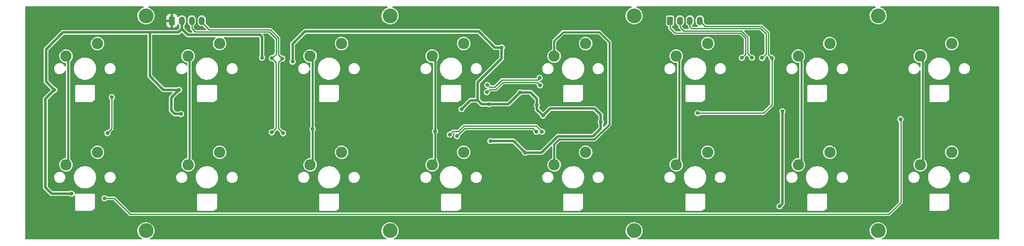
<source format=gtl>
G04 #@! TF.GenerationSoftware,KiCad,Pcbnew,(6.0.7)*
G04 #@! TF.CreationDate,2023-01-14T22:54:19+05:00*
G04 #@! TF.ProjectId,2x8 Music Keyboard PCB,32783820-4d75-4736-9963-204b6579626f,1*
G04 #@! TF.SameCoordinates,Original*
G04 #@! TF.FileFunction,Copper,L1,Top*
G04 #@! TF.FilePolarity,Positive*
%FSLAX46Y46*%
G04 Gerber Fmt 4.6, Leading zero omitted, Abs format (unit mm)*
G04 Created by KiCad (PCBNEW (6.0.7)) date 2023-01-14 22:54:19*
%MOMM*%
%LPD*%
G01*
G04 APERTURE LIST*
G04 Aperture macros list*
%AMRoundRect*
0 Rectangle with rounded corners*
0 $1 Rounding radius*
0 $2 $3 $4 $5 $6 $7 $8 $9 X,Y pos of 4 corners*
0 Add a 4 corners polygon primitive as box body*
4,1,4,$2,$3,$4,$5,$6,$7,$8,$9,$2,$3,0*
0 Add four circle primitives for the rounded corners*
1,1,$1+$1,$2,$3*
1,1,$1+$1,$4,$5*
1,1,$1+$1,$6,$7*
1,1,$1+$1,$8,$9*
0 Add four rect primitives between the rounded corners*
20,1,$1+$1,$2,$3,$4,$5,0*
20,1,$1+$1,$4,$5,$6,$7,0*
20,1,$1+$1,$6,$7,$8,$9,0*
20,1,$1+$1,$8,$9,$2,$3,0*%
G04 Aperture macros list end*
G04 #@! TA.AperFunction,WasherPad*
%ADD10C,3.000000*%
G04 #@! TD*
G04 #@! TA.AperFunction,ComponentPad*
%ADD11C,2.275000*%
G04 #@! TD*
G04 #@! TA.AperFunction,ComponentPad*
%ADD12RoundRect,0.250000X-0.350000X-0.625000X0.350000X-0.625000X0.350000X0.625000X-0.350000X0.625000X0*%
G04 #@! TD*
G04 #@! TA.AperFunction,ComponentPad*
%ADD13O,1.200000X1.750000*%
G04 #@! TD*
G04 #@! TA.AperFunction,ViaPad*
%ADD14C,0.800000*%
G04 #@! TD*
G04 #@! TA.AperFunction,Conductor*
%ADD15C,0.508000*%
G04 #@! TD*
G04 #@! TA.AperFunction,Conductor*
%ADD16C,0.254000*%
G04 #@! TD*
G04 #@! TA.AperFunction,Conductor*
%ADD17C,0.381000*%
G04 #@! TD*
G04 APERTURE END LIST*
D10*
G04 #@! TO.P,H7,*
G04 #@! TO.N,*
X125715000Y-80875000D03*
G04 #@! TD*
D11*
G04 #@! TO.P,K_14,1,COL*
G04 #@! TO.N,col5*
X183405000Y-111034995D03*
G04 #@! TO.P,K_14,2,ROW*
G04 #@! TO.N,Net-(D_14-Pad2)*
X189755000Y-108494995D03*
G04 #@! TD*
G04 #@! TO.P,K_5,1,COL*
G04 #@! TO.N,col4*
X158805000Y-89035000D03*
G04 #@! TO.P,K_5,2,ROW*
G04 #@! TO.N,Net-(D_5-Pad2)*
X165155000Y-86495000D03*
G04 #@! TD*
G04 #@! TO.P,K_12,1,COL*
G04 #@! TO.N,col3*
X134205000Y-111034995D03*
G04 #@! TO.P,K_12,2,ROW*
G04 #@! TO.N,Net-(D_12-Pad2)*
X140555000Y-108494995D03*
G04 #@! TD*
G04 #@! TO.P,K_9,1,COL*
G04 #@! TO.N,col0*
X60405000Y-111034995D03*
G04 #@! TO.P,K_9,2,ROW*
G04 #@! TO.N,Net-(D_9-Pad2)*
X66755000Y-108494995D03*
G04 #@! TD*
D10*
G04 #@! TO.P,H5,*
G04 #@! TO.N,*
X174915000Y-80875000D03*
G04 #@! TD*
D11*
G04 #@! TO.P,K_7,1,COL*
G04 #@! TO.N,col6*
X208005000Y-89035000D03*
G04 #@! TO.P,K_7,2,ROW*
G04 #@! TO.N,Net-(D_7-Pad2)*
X214355000Y-86495000D03*
G04 #@! TD*
G04 #@! TO.P,K_1,1,COL*
G04 #@! TO.N,col0*
X60405000Y-89035000D03*
G04 #@! TO.P,K_1,2,ROW*
G04 #@! TO.N,Net-(D_1-Pad2)*
X66755000Y-86495000D03*
G04 #@! TD*
G04 #@! TO.P,K_8,1,COL*
G04 #@! TO.N,col7*
X232605000Y-89035000D03*
G04 #@! TO.P,K_8,2,ROW*
G04 #@! TO.N,Net-(D_8-Pad2)*
X238955000Y-86495000D03*
G04 #@! TD*
G04 #@! TO.P,K_15,1,COL*
G04 #@! TO.N,col6*
X208005000Y-111034995D03*
G04 #@! TO.P,K_15,2,ROW*
G04 #@! TO.N,Net-(D_15-Pad2)*
X214355000Y-108494995D03*
G04 #@! TD*
G04 #@! TO.P,K_6,1,COL*
G04 #@! TO.N,col5*
X183405000Y-89035000D03*
G04 #@! TO.P,K_6,2,ROW*
G04 #@! TO.N,Net-(D_6-Pad2)*
X189755000Y-86495000D03*
G04 #@! TD*
G04 #@! TO.P,K_2,1,COL*
G04 #@! TO.N,col1*
X85005000Y-89035000D03*
G04 #@! TO.P,K_2,2,ROW*
G04 #@! TO.N,Net-(D_2-Pad2)*
X91355000Y-86495000D03*
G04 #@! TD*
G04 #@! TO.P,K_3,1,COL*
G04 #@! TO.N,col2*
X109605000Y-89035000D03*
G04 #@! TO.P,K_3,2,ROW*
G04 #@! TO.N,Net-(D_3-Pad2)*
X115955000Y-86495000D03*
G04 #@! TD*
G04 #@! TO.P,K_11,1,COL*
G04 #@! TO.N,col2*
X109605000Y-111034995D03*
G04 #@! TO.P,K_11,2,ROW*
G04 #@! TO.N,Net-(D_11-Pad2)*
X115955000Y-108494995D03*
G04 #@! TD*
D10*
G04 #@! TO.P,H6,*
G04 #@! TO.N,*
X224115000Y-80875000D03*
G04 #@! TD*
D11*
G04 #@! TO.P,K_13,1,COL*
G04 #@! TO.N,col4*
X158805000Y-111034995D03*
G04 #@! TO.P,K_13,2,ROW*
G04 #@! TO.N,Net-(D_13-Pad2)*
X165155000Y-108494995D03*
G04 #@! TD*
D10*
G04 #@! TO.P,H8,*
G04 #@! TO.N,*
X76515000Y-80875000D03*
G04 #@! TD*
D11*
G04 #@! TO.P,K_4,1,COL*
G04 #@! TO.N,col3*
X134205000Y-89035000D03*
G04 #@! TO.P,K_4,2,ROW*
G04 #@! TO.N,Net-(D_4-Pad2)*
X140555000Y-86495000D03*
G04 #@! TD*
G04 #@! TO.P,K_16,1,COL*
G04 #@! TO.N,col7*
X232605000Y-111034995D03*
G04 #@! TO.P,K_16,2,ROW*
G04 #@! TO.N,Net-(D_16-Pad2)*
X238955000Y-108494995D03*
G04 #@! TD*
G04 #@! TO.P,K_10,1,COL*
G04 #@! TO.N,col1*
X85005000Y-111034995D03*
G04 #@! TO.P,K_10,2,ROW*
G04 #@! TO.N,Net-(D_10-Pad2)*
X91355000Y-108494995D03*
G04 #@! TD*
D10*
G04 #@! TO.P,H1,*
G04 #@! TO.N,*
X125715000Y-124375005D03*
G04 #@! TD*
D12*
G04 #@! TO.P,J3,1,Pin_1*
G04 #@! TO.N,SCLK*
X182155000Y-81875000D03*
D13*
G04 #@! TO.P,J3,2,Pin_2*
G04 #@! TO.N,MOSI*
X184155000Y-81875000D03*
G04 #@! TO.P,J3,3,Pin_3*
G04 #@! TO.N,MISO*
X186155000Y-81875000D03*
G04 #@! TO.P,J3,4,Pin_4*
G04 #@! TO.N,RESET*
X188155000Y-81875000D03*
G04 #@! TD*
D12*
G04 #@! TO.P,J5,1,Pin_1*
G04 #@! TO.N,GND*
X81755000Y-81875000D03*
D13*
G04 #@! TO.P,J5,2,Pin_2*
G04 #@! TO.N,VCC*
X83755000Y-81875000D03*
G04 #@! TO.P,J5,3,Pin_3*
G04 #@! TO.N,SDA*
X85755000Y-81875000D03*
G04 #@! TO.P,J5,4,Pin_4*
G04 #@! TO.N,SCL*
X87755000Y-81875000D03*
G04 #@! TD*
D10*
G04 #@! TO.P,H4,*
G04 #@! TO.N,*
X76515000Y-124375005D03*
G04 #@! TD*
G04 #@! TO.P,H2,*
G04 #@! TO.N,*
X224115000Y-124375005D03*
G04 #@! TD*
G04 #@! TO.P,H3,*
G04 #@! TO.N,*
X174915000Y-124375005D03*
G04 #@! TD*
D14*
G04 #@! TO.N,VCC*
X83175000Y-95845000D03*
X83555000Y-100755000D03*
G04 #@! TO.N,col2*
X110095000Y-103785000D03*
G04 #@! TO.N,col3*
X134775000Y-104255000D03*
G04 #@! TO.N,GND*
X220345000Y-103535000D03*
X127365000Y-108365000D03*
X141755000Y-105275000D03*
X96785000Y-86975000D03*
X66935000Y-100815000D03*
X145585000Y-110075000D03*
X78115000Y-118355000D03*
X157075000Y-97415000D03*
X151395000Y-108595000D03*
X64055000Y-101265000D03*
X166565000Y-119345000D03*
X97025000Y-105065000D03*
X151515000Y-92245000D03*
X83075000Y-119375000D03*
X107705000Y-119375000D03*
X198715000Y-108335000D03*
X215745000Y-119315000D03*
X92855000Y-97325000D03*
X206005000Y-97355000D03*
X165615000Y-103535000D03*
X192155000Y-102875000D03*
X92745000Y-119325000D03*
X181555000Y-97385000D03*
X177495000Y-89125000D03*
X152395000Y-84015000D03*
X158035000Y-102905000D03*
X146025000Y-89245000D03*
X117415000Y-97305000D03*
X240305000Y-97335000D03*
X166425000Y-97325000D03*
X107905000Y-97385000D03*
X230655000Y-119385000D03*
X126015000Y-91495000D03*
X156995000Y-119345000D03*
X81755000Y-85815000D03*
X150025000Y-92305000D03*
X240425000Y-119305000D03*
X58565000Y-101395000D03*
X146355000Y-96735000D03*
X83225000Y-97375000D03*
X230515000Y-97385000D03*
X58515000Y-97395000D03*
X58485000Y-119365000D03*
X132185000Y-97385000D03*
X117425000Y-119295000D03*
X225545000Y-91585000D03*
X191125000Y-97345000D03*
X124695000Y-104625000D03*
X145895000Y-93525000D03*
X142415000Y-99745000D03*
X132335000Y-119405000D03*
X141905000Y-96705000D03*
X191054995Y-119324995D03*
X206015000Y-119355000D03*
X141874995Y-119324995D03*
X179095000Y-103525000D03*
X97915000Y-89235000D03*
X198875000Y-92465000D03*
X150435000Y-113125000D03*
X238075000Y-104355000D03*
X165685000Y-101575000D03*
X170435000Y-104385000D03*
X224845000Y-108585000D03*
X68085000Y-97325000D03*
X156225000Y-105595000D03*
X181595000Y-119385000D03*
X68145000Y-119335000D03*
X173855000Y-109065000D03*
X215655000Y-97325000D03*
G04 #@! TO.N,VCC*
X168195000Y-102335000D03*
X152955000Y-108565000D03*
X99915000Y-89355000D03*
X145955000Y-106215000D03*
X155315000Y-98935000D03*
X61515000Y-116865000D03*
X106075000Y-90155000D03*
X156555000Y-101085000D03*
X151915000Y-96385000D03*
X148225000Y-87295000D03*
X58045000Y-95855000D03*
X140125000Y-99775000D03*
X204235000Y-119435000D03*
X145665000Y-98765000D03*
X204815000Y-100215000D03*
G04 #@! TO.N,RESET*
X187725000Y-100585000D03*
X202675000Y-89425000D03*
G04 #@! TO.N,row0*
X145315000Y-94865000D03*
X155865000Y-93455000D03*
G04 #@! TO.N,Net-(LED4-Pad2)*
X145225000Y-96345000D03*
X155945000Y-94925000D03*
G04 #@! TO.N,Net-(LED8-Pad2)*
X228595000Y-101795000D03*
X68165000Y-117825000D03*
G04 #@! TO.N,MISO*
X200695000Y-89405000D03*
G04 #@! TO.N,MOSI*
X198665000Y-89375000D03*
G04 #@! TO.N,SDA*
X155235000Y-104335000D03*
X139205000Y-105225000D03*
X101905000Y-89465000D03*
X101865000Y-104475000D03*
G04 #@! TO.N,SCL*
X104165000Y-104625000D03*
X103985000Y-89515000D03*
X137755000Y-104915000D03*
X156345000Y-104325000D03*
G04 #@! TO.N,Net-(R5-Pad2)*
X68745000Y-104625000D03*
X69645000Y-97355000D03*
G04 #@! TO.N,SCLK*
X196635000Y-89395000D03*
G04 #@! TD*
D15*
G04 #@! TO.N,VCC*
X81635000Y-97385000D02*
X83175000Y-95845000D01*
X81635000Y-100065000D02*
X81635000Y-97385000D01*
X82325000Y-100755000D02*
X81635000Y-100065000D01*
X83555000Y-100755000D02*
X82325000Y-100755000D01*
D16*
G04 #@! TO.N,Net-(R5-Pad2)*
X69645000Y-103725000D02*
X69645000Y-97355000D01*
X68745000Y-104625000D02*
X69645000Y-103725000D01*
D15*
G04 #@! TO.N,VCC*
X59775000Y-84225000D02*
X77295000Y-84225000D01*
X56365000Y-87635000D02*
X59775000Y-84225000D01*
X58045000Y-95855000D02*
X56365000Y-94175000D01*
X58045000Y-95855000D02*
X56235000Y-97665000D01*
X56235000Y-115625000D02*
X57475000Y-116865000D01*
X57475000Y-116865000D02*
X61515000Y-116865000D01*
X56235000Y-97665000D02*
X56235000Y-115625000D01*
X56365000Y-94175000D02*
X56365000Y-87635000D01*
X77295000Y-93105000D02*
X77295000Y-84225000D01*
X83175000Y-95845000D02*
X80035000Y-95845000D01*
X80035000Y-95845000D02*
X77295000Y-93105000D01*
X83095000Y-84225000D02*
X77295000Y-84225000D01*
G04 #@! TO.N,GND*
X96955000Y-97325000D02*
X92855000Y-97325000D01*
X97915000Y-89235000D02*
X97915000Y-96365000D01*
X97915000Y-96365000D02*
X96955000Y-97325000D01*
D17*
G04 #@! TO.N,col0*
X60795000Y-109835000D02*
X60805000Y-109845000D01*
X60805000Y-109845000D02*
X60805000Y-110634995D01*
X60405000Y-89035000D02*
X60795000Y-89425000D01*
X60805000Y-110634995D02*
X60405000Y-111034995D01*
X60795000Y-89425000D02*
X60795000Y-109835000D01*
G04 #@! TO.N,col1*
X85005000Y-89035000D02*
X85305000Y-89335000D01*
X85305000Y-110734995D02*
X85005000Y-111034995D01*
X85305000Y-89335000D02*
X85305000Y-110734995D01*
G04 #@! TO.N,col2*
X110095000Y-89525000D02*
X110095000Y-110544995D01*
X109605000Y-89035000D02*
X110095000Y-89525000D01*
X110095000Y-110544995D02*
X109605000Y-111034995D01*
G04 #@! TO.N,col3*
X134775000Y-89605000D02*
X134775000Y-104255000D01*
X134785000Y-109705000D02*
X134785000Y-110454995D01*
X134785000Y-110454995D02*
X134205000Y-111034995D01*
X134775000Y-109695000D02*
X134785000Y-109705000D01*
X134205000Y-89035000D02*
X134775000Y-89605000D01*
X134775000Y-104255000D02*
X134775000Y-109695000D01*
D15*
G04 #@! TO.N,GND*
X158035000Y-104715000D02*
X158035000Y-102905000D01*
X156225000Y-105595000D02*
X157155000Y-105595000D01*
X151395000Y-112165000D02*
X150435000Y-113125000D01*
X157155000Y-105595000D02*
X158035000Y-104715000D01*
X151395000Y-108595000D02*
X151395000Y-112165000D01*
G04 #@! TO.N,VCC*
X83755000Y-81875000D02*
X83755000Y-83565000D01*
X143385000Y-94365000D02*
X143385000Y-97975000D01*
X150605000Y-106215000D02*
X152955000Y-108565000D01*
X99476000Y-84726000D02*
X99915000Y-85165000D01*
X83755000Y-83565000D02*
X84916000Y-84726000D01*
X204785000Y-100245000D02*
X204815000Y-100215000D01*
X145955000Y-106215000D02*
X150605000Y-106215000D01*
X145665000Y-98765000D02*
X145675000Y-98755000D01*
X168195000Y-102335000D02*
X168195000Y-103683540D01*
X106075000Y-86535000D02*
X106075000Y-90155000D01*
X143585000Y-84025000D02*
X108585000Y-84025000D01*
X168195000Y-102335000D02*
X168195000Y-100915000D01*
X108585000Y-84025000D02*
X106075000Y-86535000D01*
X159548040Y-105250500D02*
X156233540Y-108565000D01*
X168195000Y-100915000D02*
X166905000Y-99625000D01*
X148225000Y-87295000D02*
X148225000Y-89525000D01*
X146855000Y-87295000D02*
X143585000Y-84025000D01*
X155315000Y-98935000D02*
X155315000Y-97655000D01*
X166628040Y-105250500D02*
X159548040Y-105250500D01*
X141925000Y-97975000D02*
X140125000Y-99775000D01*
X148225000Y-89525000D02*
X143385000Y-94365000D01*
X168195000Y-103683540D02*
X166628040Y-105250500D01*
X149545000Y-98755000D02*
X151915000Y-96385000D01*
X83755000Y-83565000D02*
X83095000Y-84225000D01*
X148225000Y-87295000D02*
X146855000Y-87295000D01*
X204785000Y-118885000D02*
X204785000Y-100245000D01*
X166905000Y-99625000D02*
X158015000Y-99625000D01*
X158015000Y-99625000D02*
X156555000Y-101085000D01*
X84916000Y-84726000D02*
X99476000Y-84726000D01*
X144175000Y-98765000D02*
X143385000Y-97975000D01*
X155315000Y-98935000D02*
X155315000Y-99845000D01*
X99915000Y-85165000D02*
X99915000Y-89355000D01*
X156233540Y-108565000D02*
X152955000Y-108565000D01*
X145665000Y-98765000D02*
X144175000Y-98765000D01*
X145675000Y-98755000D02*
X149545000Y-98755000D01*
X155315000Y-99845000D02*
X156555000Y-101085000D01*
X204235000Y-119435000D02*
X204785000Y-118885000D01*
X143385000Y-97975000D02*
X141925000Y-97975000D01*
X155315000Y-97655000D02*
X154045000Y-96385000D01*
X154045000Y-96385000D02*
X151915000Y-96385000D01*
D16*
G04 #@! TO.N,RESET*
X200995000Y-100585000D02*
X202675000Y-98905000D01*
X187725000Y-100585000D02*
X200995000Y-100585000D01*
X200633000Y-83003000D02*
X189265000Y-83003000D01*
X189265000Y-83003000D02*
X188155000Y-81893000D01*
X188155000Y-81893000D02*
X188155000Y-81875000D01*
X201959000Y-84328999D02*
X200633000Y-83003000D01*
X202675000Y-89425000D02*
X201959000Y-88709000D01*
X201959000Y-88709000D02*
X201959000Y-84328999D01*
X202675000Y-98905000D02*
X202675000Y-89425000D01*
G04 #@! TO.N,row0*
X145315000Y-94865000D02*
X145781000Y-95331000D01*
X148296948Y-93871000D02*
X155449000Y-93871000D01*
X155449000Y-93871000D02*
X155865000Y-93455000D01*
X145781000Y-95331000D02*
X146836948Y-95331000D01*
X146836948Y-95331000D02*
X148296948Y-93871000D01*
G04 #@! TO.N,Net-(LED4-Pad2)*
X145225000Y-96345000D02*
X145785000Y-95785000D01*
X148485000Y-94325000D02*
X155345000Y-94325000D01*
X155345000Y-94325000D02*
X155945000Y-94925000D01*
X147025000Y-95785000D02*
X148485000Y-94325000D01*
X145785000Y-95785000D02*
X147025000Y-95785000D01*
G04 #@! TO.N,Net-(LED8-Pad2)*
X228665000Y-101865000D02*
X228665000Y-118675000D01*
X226275000Y-121065000D02*
X73325000Y-121065000D01*
X73325000Y-121065000D02*
X70085000Y-117825000D01*
X70085000Y-117825000D02*
X68165000Y-117825000D01*
X228665000Y-118675000D02*
X226275000Y-121065000D01*
X228595000Y-101795000D02*
X228665000Y-101865000D01*
D17*
G04 #@! TO.N,col4*
X158805000Y-106905000D02*
X158805000Y-111034995D01*
X160605000Y-84205000D02*
X167925000Y-84205000D01*
X159815000Y-105895000D02*
X158805000Y-106905000D01*
X169915000Y-102875000D02*
X166895000Y-105895000D01*
X169915000Y-86195000D02*
X169915000Y-102875000D01*
X167925000Y-84205000D02*
X169915000Y-86195000D01*
X158805000Y-89035000D02*
X158805000Y-86005000D01*
X158805000Y-86005000D02*
X160605000Y-84205000D01*
X166895000Y-105895000D02*
X159815000Y-105895000D01*
G04 #@! TO.N,col5*
X183405000Y-89035000D02*
X184015000Y-89645000D01*
X184025000Y-109805000D02*
X184025000Y-110414995D01*
X184015000Y-109795000D02*
X184025000Y-109805000D01*
X184015000Y-89645000D02*
X184015000Y-109795000D01*
X184025000Y-110414995D02*
X183405000Y-111034995D01*
G04 #@! TO.N,col6*
X208655000Y-89685000D02*
X208655000Y-110384995D01*
X208655000Y-110384995D02*
X208005000Y-111034995D01*
X208005000Y-89035000D02*
X208655000Y-89685000D01*
G04 #@! TO.N,col7*
X233065000Y-110574995D02*
X232605000Y-111034995D01*
X233065000Y-89495000D02*
X233065000Y-110574995D01*
X232605000Y-89035000D02*
X233065000Y-89495000D01*
D16*
G04 #@! TO.N,MISO*
X201505000Y-88595000D02*
X201505000Y-84517052D01*
X186155000Y-83075000D02*
X186155000Y-81875000D01*
X200444948Y-83457000D02*
X186537000Y-83457000D01*
X200695000Y-89405000D02*
X201505000Y-88595000D01*
X186537000Y-83457000D02*
X186155000Y-83075000D01*
X201505000Y-84517052D02*
X200444948Y-83457000D01*
G04 #@! TO.N,MOSI*
X184155000Y-83161000D02*
X184155000Y-81875000D01*
X197835000Y-88545000D02*
X197835000Y-85192948D01*
X184905000Y-83911000D02*
X184155000Y-83161000D01*
X197835000Y-85192948D02*
X196553052Y-83911000D01*
X198665000Y-89375000D02*
X197835000Y-88545000D01*
X196553052Y-83911000D02*
X184905000Y-83911000D01*
G04 #@! TO.N,SDA*
X86445000Y-84145000D02*
X85755000Y-83455000D01*
X154559000Y-103659000D02*
X140771000Y-103659000D01*
X102795000Y-85537052D02*
X101402948Y-84145000D01*
X101905000Y-89465000D02*
X102795000Y-88575000D01*
X101402948Y-84145000D02*
X86445000Y-84145000D01*
X155235000Y-104335000D02*
X154559000Y-103659000D01*
X102795000Y-88575000D02*
X102795000Y-85537052D01*
X102745000Y-90305000D02*
X101905000Y-89465000D01*
X85755000Y-83455000D02*
X85755000Y-81875000D01*
X140771000Y-103659000D02*
X139205000Y-105225000D01*
X101865000Y-104475000D02*
X102745000Y-103595000D01*
X102745000Y-103595000D02*
X102745000Y-90305000D01*
G04 #@! TO.N,SCL*
X89296000Y-83691000D02*
X101591000Y-83691000D01*
X138405000Y-104265000D02*
X137755000Y-104915000D01*
X87755000Y-82150000D02*
X89296000Y-83691000D01*
X103199000Y-103659000D02*
X103199000Y-90301000D01*
X101591000Y-83691000D02*
X103249000Y-85349000D01*
X139522948Y-104265000D02*
X138405000Y-104265000D01*
X103249000Y-88779000D02*
X103985000Y-89515000D01*
X140582948Y-103205000D02*
X139522948Y-104265000D01*
X104165000Y-104625000D02*
X103199000Y-103659000D01*
X155225000Y-103205000D02*
X140582948Y-103205000D01*
X103249000Y-85349000D02*
X103249000Y-88779000D01*
X156345000Y-104325000D02*
X155225000Y-103205000D01*
X103199000Y-90301000D02*
X103985000Y-89515000D01*
X87755000Y-81875000D02*
X87755000Y-82150000D01*
G04 #@! TO.N,SCLK*
X182155000Y-83335000D02*
X182155000Y-81875000D01*
X197381000Y-85381000D02*
X196365000Y-84365000D01*
X183185000Y-84365000D02*
X182155000Y-83335000D01*
X196365000Y-84365000D02*
X183185000Y-84365000D01*
X197381000Y-88649000D02*
X197381000Y-85381000D01*
X196635000Y-89395000D02*
X197381000Y-88649000D01*
G04 #@! TD*
G04 #@! TA.AperFunction,Conductor*
G04 #@! TO.N,GND*
G36*
X76000150Y-79015502D02*
G01*
X76046643Y-79069158D01*
X76056747Y-79139432D01*
X76027253Y-79204012D01*
X75967288Y-79242466D01*
X75915272Y-79257627D01*
X75915267Y-79257629D01*
X75910779Y-79258937D01*
X75906532Y-79260895D01*
X75906529Y-79260896D01*
X75819096Y-79301203D01*
X75678546Y-79365998D01*
X75674641Y-79368558D01*
X75674636Y-79368561D01*
X75468602Y-79503642D01*
X75468597Y-79503646D01*
X75464689Y-79506208D01*
X75273906Y-79676489D01*
X75110387Y-79873099D01*
X74977725Y-80091719D01*
X74975916Y-80096033D01*
X74975915Y-80096035D01*
X74962439Y-80128173D01*
X74878834Y-80327547D01*
X74815888Y-80575401D01*
X74790267Y-80829836D01*
X74790491Y-80834502D01*
X74790491Y-80834508D01*
X74795233Y-80933216D01*
X74802536Y-81085264D01*
X74852425Y-81336073D01*
X74938838Y-81576752D01*
X75059876Y-81802016D01*
X75062671Y-81805759D01*
X75062673Y-81805762D01*
X75210089Y-82003176D01*
X75210094Y-82003182D01*
X75212881Y-82006914D01*
X75216190Y-82010194D01*
X75216195Y-82010200D01*
X75338938Y-82131876D01*
X75394492Y-82186947D01*
X75398254Y-82189705D01*
X75398257Y-82189708D01*
X75584044Y-82325932D01*
X75600718Y-82338158D01*
X75604861Y-82340338D01*
X75604863Y-82340339D01*
X75822879Y-82455043D01*
X75822884Y-82455045D01*
X75827029Y-82457226D01*
X75831452Y-82458771D01*
X75831453Y-82458771D01*
X76015546Y-82523059D01*
X76068453Y-82541535D01*
X76073046Y-82542407D01*
X76315099Y-82588362D01*
X76315102Y-82588362D01*
X76319688Y-82589233D01*
X76446458Y-82594214D01*
X76570545Y-82599090D01*
X76570551Y-82599090D01*
X76575213Y-82599273D01*
X76653122Y-82590740D01*
X76824762Y-82571943D01*
X76824767Y-82571942D01*
X76829415Y-82571433D01*
X76833939Y-82570242D01*
X76921858Y-82547095D01*
X80647001Y-82547095D01*
X80647338Y-82553614D01*
X80657257Y-82649206D01*
X80660149Y-82662600D01*
X80711588Y-82816784D01*
X80717761Y-82829962D01*
X80803063Y-82967807D01*
X80812099Y-82979208D01*
X80926829Y-83093739D01*
X80938240Y-83102751D01*
X81076243Y-83187816D01*
X81089424Y-83193963D01*
X81243710Y-83245138D01*
X81257086Y-83248005D01*
X81351438Y-83257672D01*
X81357854Y-83258000D01*
X81482885Y-83258000D01*
X81498124Y-83253525D01*
X81499329Y-83252135D01*
X81501000Y-83244452D01*
X81501000Y-82147115D01*
X81496525Y-82131876D01*
X81495135Y-82130671D01*
X81487452Y-82129000D01*
X80665116Y-82129000D01*
X80649877Y-82133475D01*
X80648672Y-82134865D01*
X80647001Y-82142548D01*
X80647001Y-82547095D01*
X76921858Y-82547095D01*
X77072188Y-82507517D01*
X77072191Y-82507516D01*
X77076711Y-82506326D01*
X77091172Y-82500113D01*
X77307372Y-82407226D01*
X77307374Y-82407225D01*
X77311666Y-82405381D01*
X77529120Y-82270816D01*
X77617157Y-82196288D01*
X77720724Y-82108612D01*
X77720725Y-82108611D01*
X77724296Y-82105588D01*
X77814109Y-82003176D01*
X77889823Y-81916841D01*
X77889826Y-81916836D01*
X77892905Y-81913326D01*
X77895435Y-81909393D01*
X78028716Y-81702184D01*
X78028719Y-81702179D01*
X78031244Y-81698253D01*
X78074204Y-81602885D01*
X80647000Y-81602885D01*
X80651475Y-81618124D01*
X80652865Y-81619329D01*
X80660548Y-81621000D01*
X81482885Y-81621000D01*
X81498124Y-81616525D01*
X81499329Y-81615135D01*
X81501000Y-81607452D01*
X81501000Y-80510116D01*
X81496525Y-80494877D01*
X81495135Y-80493672D01*
X81487452Y-80492001D01*
X81357905Y-80492001D01*
X81351386Y-80492338D01*
X81255794Y-80502257D01*
X81242400Y-80505149D01*
X81088216Y-80556588D01*
X81075038Y-80562761D01*
X80937193Y-80648063D01*
X80925792Y-80657099D01*
X80811261Y-80771829D01*
X80802249Y-80783240D01*
X80717184Y-80921243D01*
X80711037Y-80934424D01*
X80659862Y-81088710D01*
X80656995Y-81102086D01*
X80647328Y-81196438D01*
X80647000Y-81202855D01*
X80647000Y-81602885D01*
X78074204Y-81602885D01*
X78136274Y-81465096D01*
X78171423Y-81340468D01*
X78204418Y-81223478D01*
X78204419Y-81223475D01*
X78205688Y-81218974D01*
X78220558Y-81102086D01*
X78237562Y-80968427D01*
X78237562Y-80968421D01*
X78237960Y-80965296D01*
X78238060Y-80961504D01*
X78240241Y-80878160D01*
X78240324Y-80875000D01*
X78232580Y-80770792D01*
X78221719Y-80624633D01*
X78221718Y-80624629D01*
X78221373Y-80619981D01*
X78164936Y-80370564D01*
X78148208Y-80327547D01*
X78073945Y-80136583D01*
X78072252Y-80132229D01*
X78051566Y-80096035D01*
X77947677Y-79914269D01*
X77945358Y-79910211D01*
X77787042Y-79709388D01*
X77783630Y-79706178D01*
X77604196Y-79537382D01*
X77604191Y-79537378D01*
X77600782Y-79534171D01*
X77390668Y-79388411D01*
X77273725Y-79330741D01*
X77165504Y-79277371D01*
X77165500Y-79277370D01*
X77161318Y-79275307D01*
X77055710Y-79241502D01*
X76996930Y-79201685D01*
X76969008Y-79136409D01*
X76980809Y-79066400D01*
X77028586Y-79013885D01*
X77094123Y-78995500D01*
X125132029Y-78995500D01*
X125200150Y-79015502D01*
X125246643Y-79069158D01*
X125256747Y-79139432D01*
X125227253Y-79204012D01*
X125167288Y-79242466D01*
X125115272Y-79257627D01*
X125115267Y-79257629D01*
X125110779Y-79258937D01*
X125106532Y-79260895D01*
X125106529Y-79260896D01*
X125019096Y-79301203D01*
X124878546Y-79365998D01*
X124874641Y-79368558D01*
X124874636Y-79368561D01*
X124668602Y-79503642D01*
X124668597Y-79503646D01*
X124664689Y-79506208D01*
X124473906Y-79676489D01*
X124310387Y-79873099D01*
X124177725Y-80091719D01*
X124175916Y-80096033D01*
X124175915Y-80096035D01*
X124162439Y-80128173D01*
X124078834Y-80327547D01*
X124015888Y-80575401D01*
X123990267Y-80829836D01*
X123990491Y-80834502D01*
X123990491Y-80834508D01*
X123995233Y-80933216D01*
X124002536Y-81085264D01*
X124052425Y-81336073D01*
X124138838Y-81576752D01*
X124259876Y-81802016D01*
X124262671Y-81805759D01*
X124262673Y-81805762D01*
X124410089Y-82003176D01*
X124410094Y-82003182D01*
X124412881Y-82006914D01*
X124416190Y-82010194D01*
X124416195Y-82010200D01*
X124538938Y-82131876D01*
X124594492Y-82186947D01*
X124598254Y-82189705D01*
X124598257Y-82189708D01*
X124784044Y-82325932D01*
X124800718Y-82338158D01*
X124804861Y-82340338D01*
X124804863Y-82340339D01*
X125022879Y-82455043D01*
X125022884Y-82455045D01*
X125027029Y-82457226D01*
X125031452Y-82458771D01*
X125031453Y-82458771D01*
X125215546Y-82523059D01*
X125268453Y-82541535D01*
X125273046Y-82542407D01*
X125515099Y-82588362D01*
X125515102Y-82588362D01*
X125519688Y-82589233D01*
X125646458Y-82594214D01*
X125770545Y-82599090D01*
X125770551Y-82599090D01*
X125775213Y-82599273D01*
X125853122Y-82590740D01*
X126024762Y-82571943D01*
X126024767Y-82571942D01*
X126029415Y-82571433D01*
X126033939Y-82570242D01*
X126272188Y-82507517D01*
X126272191Y-82507516D01*
X126276711Y-82506326D01*
X126291172Y-82500113D01*
X126507372Y-82407226D01*
X126507374Y-82407225D01*
X126511666Y-82405381D01*
X126729120Y-82270816D01*
X126817157Y-82196288D01*
X126920724Y-82108612D01*
X126920725Y-82108611D01*
X126924296Y-82105588D01*
X127014109Y-82003176D01*
X127089823Y-81916841D01*
X127089826Y-81916836D01*
X127092905Y-81913326D01*
X127095435Y-81909393D01*
X127228716Y-81702184D01*
X127228719Y-81702179D01*
X127231244Y-81698253D01*
X127336274Y-81465096D01*
X127371423Y-81340468D01*
X127404418Y-81223478D01*
X127404419Y-81223475D01*
X127405688Y-81218974D01*
X127420558Y-81102086D01*
X127437562Y-80968427D01*
X127437562Y-80968421D01*
X127437960Y-80965296D01*
X127438060Y-80961504D01*
X127440241Y-80878160D01*
X127440324Y-80875000D01*
X127432580Y-80770792D01*
X127421719Y-80624633D01*
X127421718Y-80624629D01*
X127421373Y-80619981D01*
X127364936Y-80370564D01*
X127348208Y-80327547D01*
X127273945Y-80136583D01*
X127272252Y-80132229D01*
X127251566Y-80096035D01*
X127147677Y-79914269D01*
X127145358Y-79910211D01*
X126987042Y-79709388D01*
X126983630Y-79706178D01*
X126804196Y-79537382D01*
X126804191Y-79537378D01*
X126800782Y-79534171D01*
X126590668Y-79388411D01*
X126473725Y-79330741D01*
X126365504Y-79277371D01*
X126365500Y-79277370D01*
X126361318Y-79275307D01*
X126255710Y-79241502D01*
X126196930Y-79201685D01*
X126169008Y-79136409D01*
X126180809Y-79066400D01*
X126228586Y-79013885D01*
X126294123Y-78995500D01*
X174332029Y-78995500D01*
X174400150Y-79015502D01*
X174446643Y-79069158D01*
X174456747Y-79139432D01*
X174427253Y-79204012D01*
X174367288Y-79242466D01*
X174315272Y-79257627D01*
X174315267Y-79257629D01*
X174310779Y-79258937D01*
X174306532Y-79260895D01*
X174306529Y-79260896D01*
X174219096Y-79301203D01*
X174078546Y-79365998D01*
X174074641Y-79368558D01*
X174074636Y-79368561D01*
X173868602Y-79503642D01*
X173868597Y-79503646D01*
X173864689Y-79506208D01*
X173673906Y-79676489D01*
X173510387Y-79873099D01*
X173377725Y-80091719D01*
X173375916Y-80096033D01*
X173375915Y-80096035D01*
X173362439Y-80128173D01*
X173278834Y-80327547D01*
X173215888Y-80575401D01*
X173190267Y-80829836D01*
X173190491Y-80834502D01*
X173190491Y-80834508D01*
X173195233Y-80933216D01*
X173202536Y-81085264D01*
X173252425Y-81336073D01*
X173338838Y-81576752D01*
X173459876Y-81802016D01*
X173462671Y-81805759D01*
X173462673Y-81805762D01*
X173610089Y-82003176D01*
X173610094Y-82003182D01*
X173612881Y-82006914D01*
X173616190Y-82010194D01*
X173616195Y-82010200D01*
X173738938Y-82131876D01*
X173794492Y-82186947D01*
X173798254Y-82189705D01*
X173798257Y-82189708D01*
X173984044Y-82325932D01*
X174000718Y-82338158D01*
X174004861Y-82340338D01*
X174004863Y-82340339D01*
X174222879Y-82455043D01*
X174222884Y-82455045D01*
X174227029Y-82457226D01*
X174231452Y-82458771D01*
X174231453Y-82458771D01*
X174415546Y-82523059D01*
X174468453Y-82541535D01*
X174473046Y-82542407D01*
X174715099Y-82588362D01*
X174715102Y-82588362D01*
X174719688Y-82589233D01*
X174846458Y-82594214D01*
X174970545Y-82599090D01*
X174970551Y-82599090D01*
X174975213Y-82599273D01*
X175053122Y-82590740D01*
X175224762Y-82571943D01*
X175224767Y-82571942D01*
X175229415Y-82571433D01*
X175233939Y-82570242D01*
X175472188Y-82507517D01*
X175472191Y-82507516D01*
X175476711Y-82506326D01*
X175491172Y-82500113D01*
X175707372Y-82407226D01*
X175707374Y-82407225D01*
X175711666Y-82405381D01*
X175929120Y-82270816D01*
X176017157Y-82196288D01*
X176120724Y-82108612D01*
X176120725Y-82108611D01*
X176124296Y-82105588D01*
X176214109Y-82003176D01*
X176289823Y-81916841D01*
X176289826Y-81916836D01*
X176292905Y-81913326D01*
X176295435Y-81909393D01*
X176428716Y-81702184D01*
X176428719Y-81702179D01*
X176431244Y-81698253D01*
X176536274Y-81465096D01*
X176571423Y-81340468D01*
X176604418Y-81223478D01*
X176604419Y-81223475D01*
X176605688Y-81218974D01*
X176607406Y-81205467D01*
X181334500Y-81205467D01*
X181334501Y-82544532D01*
X181334870Y-82547926D01*
X181334870Y-82547932D01*
X181339262Y-82588362D01*
X181340751Y-82602072D01*
X181362951Y-82661292D01*
X181382107Y-82712390D01*
X181388059Y-82728268D01*
X181393441Y-82735449D01*
X181393442Y-82735451D01*
X181420761Y-82771903D01*
X181468885Y-82836115D01*
X181476061Y-82841493D01*
X181556671Y-82901906D01*
X181576732Y-82916941D01*
X181585137Y-82920092D01*
X181585139Y-82920093D01*
X181648161Y-82943718D01*
X181702928Y-82964249D01*
X181710687Y-82965092D01*
X181772295Y-83000290D01*
X181805114Y-83063246D01*
X181807500Y-83087653D01*
X181807500Y-83314321D01*
X181807021Y-83325303D01*
X181803482Y-83365753D01*
X181813993Y-83404981D01*
X181816368Y-83415699D01*
X181823419Y-83455686D01*
X181828933Y-83465237D01*
X181830461Y-83469435D01*
X181832345Y-83473476D01*
X181835199Y-83484125D01*
X181841521Y-83493154D01*
X181841523Y-83493158D01*
X181858487Y-83517385D01*
X181864389Y-83526648D01*
X181884693Y-83561815D01*
X181915120Y-83587346D01*
X181915800Y-83587917D01*
X181923904Y-83595343D01*
X182924657Y-84596097D01*
X182932083Y-84604200D01*
X182958185Y-84635307D01*
X182967728Y-84640817D01*
X182967732Y-84640820D01*
X182993350Y-84655610D01*
X183002620Y-84661516D01*
X183026844Y-84678478D01*
X183026846Y-84678479D01*
X183035875Y-84684801D01*
X183046524Y-84687655D01*
X183050565Y-84689539D01*
X183054763Y-84691067D01*
X183064314Y-84696581D01*
X183075171Y-84698495D01*
X183075173Y-84698496D01*
X183094644Y-84701929D01*
X183104301Y-84703632D01*
X183115019Y-84706007D01*
X183154247Y-84716518D01*
X183165222Y-84715558D01*
X183165223Y-84715558D01*
X183194701Y-84712979D01*
X183205682Y-84712500D01*
X196168871Y-84712500D01*
X196236992Y-84732502D01*
X196257966Y-84749405D01*
X196996595Y-85488034D01*
X197030621Y-85550346D01*
X197033500Y-85577129D01*
X197033500Y-88452871D01*
X197013498Y-88520992D01*
X196996595Y-88541966D01*
X196800605Y-88737956D01*
X196738293Y-88771982D01*
X196710850Y-88774859D01*
X196563158Y-88774085D01*
X196555778Y-88775857D01*
X196555776Y-88775857D01*
X196424503Y-88807373D01*
X196424501Y-88807374D01*
X196417123Y-88809145D01*
X196283666Y-88878027D01*
X196277944Y-88883019D01*
X196277942Y-88883020D01*
X196176506Y-88971509D01*
X196170492Y-88976755D01*
X196084135Y-89099629D01*
X196081376Y-89106704D01*
X196081375Y-89106707D01*
X196033423Y-89229697D01*
X196029580Y-89239555D01*
X196028588Y-89247088D01*
X196028588Y-89247089D01*
X196010982Y-89380823D01*
X196009977Y-89388455D01*
X196013249Y-89418090D01*
X196024923Y-89523827D01*
X196026458Y-89537732D01*
X196029068Y-89544863D01*
X196029068Y-89544865D01*
X196041623Y-89579172D01*
X196078070Y-89678770D01*
X196082307Y-89685076D01*
X196082309Y-89685079D01*
X196105150Y-89719069D01*
X196161835Y-89803425D01*
X196167453Y-89808537D01*
X196267295Y-89899387D01*
X196267299Y-89899390D01*
X196272916Y-89904501D01*
X196279593Y-89908126D01*
X196279594Y-89908127D01*
X196291334Y-89914501D01*
X196404901Y-89976163D01*
X196550170Y-90014274D01*
X196629588Y-90015522D01*
X196692739Y-90016514D01*
X196692742Y-90016514D01*
X196700336Y-90016633D01*
X196767890Y-90001161D01*
X196839332Y-89984799D01*
X196839335Y-89984798D01*
X196846731Y-89983104D01*
X196853508Y-89979695D01*
X196853512Y-89979694D01*
X196974115Y-89919036D01*
X196980901Y-89915623D01*
X197095103Y-89818086D01*
X197099536Y-89811917D01*
X197178305Y-89702299D01*
X197178306Y-89702298D01*
X197182742Y-89696124D01*
X197238759Y-89556777D01*
X197259920Y-89408090D01*
X197260057Y-89395000D01*
X197252999Y-89336679D01*
X197264671Y-89266651D01*
X197288991Y-89232448D01*
X197570905Y-88950534D01*
X197633217Y-88916508D01*
X197704032Y-88921573D01*
X197749095Y-88950534D01*
X198010819Y-89212258D01*
X198044845Y-89274570D01*
X198046646Y-89317799D01*
X198041206Y-89359121D01*
X198039977Y-89368455D01*
X198045457Y-89418090D01*
X198055434Y-89508455D01*
X198056458Y-89517732D01*
X198059068Y-89524863D01*
X198059068Y-89524865D01*
X198070746Y-89556777D01*
X198108070Y-89658770D01*
X198112307Y-89665076D01*
X198112309Y-89665079D01*
X198144040Y-89712299D01*
X198191835Y-89783425D01*
X198197453Y-89788537D01*
X198297295Y-89879387D01*
X198297299Y-89879390D01*
X198302916Y-89884501D01*
X198309593Y-89888126D01*
X198309594Y-89888127D01*
X198314309Y-89890687D01*
X198434901Y-89956163D01*
X198580170Y-89994274D01*
X198659588Y-89995522D01*
X198722739Y-89996514D01*
X198722742Y-89996514D01*
X198730336Y-89996633D01*
X198794244Y-89981996D01*
X198869332Y-89964799D01*
X198869335Y-89964798D01*
X198876731Y-89963104D01*
X198883508Y-89959695D01*
X198883512Y-89959694D01*
X199004115Y-89899036D01*
X199010901Y-89895623D01*
X199125103Y-89798086D01*
X199139475Y-89778086D01*
X199208305Y-89682299D01*
X199208306Y-89682298D01*
X199212742Y-89676124D01*
X199256701Y-89566772D01*
X199265925Y-89543827D01*
X199265925Y-89543826D01*
X199268759Y-89536777D01*
X199289920Y-89388090D01*
X199290057Y-89375000D01*
X199288891Y-89365360D01*
X199278155Y-89276651D01*
X199272014Y-89225903D01*
X199218928Y-89085414D01*
X199205182Y-89065414D01*
X199138164Y-88967901D01*
X199138163Y-88967899D01*
X199133862Y-88961642D01*
X199121887Y-88950972D01*
X199070561Y-88905243D01*
X199021729Y-88861735D01*
X199015019Y-88858182D01*
X198895711Y-88795012D01*
X198895709Y-88795011D01*
X198889000Y-88791459D01*
X198841869Y-88779620D01*
X198750711Y-88756723D01*
X198750707Y-88756723D01*
X198743340Y-88754872D01*
X198735740Y-88754832D01*
X198735739Y-88754832D01*
X198593158Y-88754085D01*
X198593168Y-88752221D01*
X198532867Y-88741847D01*
X198499254Y-88717815D01*
X198219405Y-88437966D01*
X198185379Y-88375654D01*
X198182500Y-88348871D01*
X198182500Y-85213626D01*
X198182979Y-85202644D01*
X198183718Y-85194196D01*
X198186518Y-85162194D01*
X198178355Y-85131728D01*
X198176011Y-85122979D01*
X198173632Y-85112249D01*
X198170468Y-85094306D01*
X198166581Y-85072262D01*
X198161069Y-85062714D01*
X198159541Y-85058516D01*
X198157654Y-85054469D01*
X198154801Y-85043823D01*
X198148479Y-85034794D01*
X198148477Y-85034790D01*
X198131513Y-85010563D01*
X198125607Y-85001294D01*
X198105307Y-84966133D01*
X198074193Y-84940025D01*
X198066090Y-84932599D01*
X197153086Y-84019595D01*
X197119060Y-83957283D01*
X197124125Y-83886468D01*
X197166672Y-83829632D01*
X197233192Y-83804821D01*
X197242181Y-83804500D01*
X200248818Y-83804500D01*
X200316939Y-83824502D01*
X200337914Y-83841405D01*
X201120596Y-84624088D01*
X201154621Y-84686400D01*
X201157500Y-84713183D01*
X201157500Y-88398871D01*
X201137498Y-88466992D01*
X201120595Y-88487966D01*
X200860605Y-88747956D01*
X200798293Y-88781982D01*
X200770850Y-88784859D01*
X200623158Y-88784085D01*
X200615778Y-88785857D01*
X200615776Y-88785857D01*
X200484503Y-88817373D01*
X200484501Y-88817374D01*
X200477123Y-88819145D01*
X200425369Y-88845857D01*
X200355640Y-88881847D01*
X200343666Y-88888027D01*
X200337944Y-88893019D01*
X200337942Y-88893020D01*
X200254911Y-88965453D01*
X200230492Y-88986755D01*
X200144135Y-89109629D01*
X200141376Y-89116704D01*
X200141375Y-89116707D01*
X200092351Y-89242448D01*
X200089580Y-89249555D01*
X200088588Y-89257088D01*
X200088588Y-89257089D01*
X200071294Y-89388455D01*
X200069977Y-89398455D01*
X200072145Y-89418090D01*
X200085434Y-89538456D01*
X200086458Y-89547732D01*
X200089068Y-89554863D01*
X200089068Y-89554865D01*
X200093427Y-89566777D01*
X200138070Y-89688770D01*
X200142307Y-89695076D01*
X200142309Y-89695079D01*
X200155749Y-89715079D01*
X200221835Y-89813425D01*
X200227453Y-89818537D01*
X200327295Y-89909387D01*
X200327299Y-89909390D01*
X200332916Y-89914501D01*
X200339593Y-89918126D01*
X200339594Y-89918127D01*
X200341268Y-89919036D01*
X200464901Y-89986163D01*
X200610170Y-90024274D01*
X200689588Y-90025522D01*
X200752739Y-90026514D01*
X200752742Y-90026514D01*
X200760336Y-90026633D01*
X200839164Y-90008579D01*
X200899332Y-89994799D01*
X200899335Y-89994798D01*
X200906731Y-89993104D01*
X200913508Y-89989695D01*
X200913512Y-89989694D01*
X201034115Y-89929036D01*
X201040901Y-89925623D01*
X201155103Y-89828086D01*
X201168768Y-89809069D01*
X201238305Y-89712299D01*
X201238306Y-89712298D01*
X201242742Y-89706124D01*
X201287885Y-89593827D01*
X201295925Y-89573827D01*
X201295925Y-89573826D01*
X201298759Y-89566777D01*
X201319920Y-89418090D01*
X201320057Y-89405000D01*
X201312999Y-89346679D01*
X201324671Y-89276651D01*
X201348991Y-89242448D01*
X201585904Y-89005535D01*
X201648216Y-88971509D01*
X201719031Y-88976574D01*
X201764094Y-89005535D01*
X202020819Y-89262260D01*
X202054845Y-89324572D01*
X202056646Y-89367799D01*
X202053437Y-89392173D01*
X202051342Y-89408090D01*
X202049977Y-89418455D01*
X202053159Y-89447275D01*
X202065283Y-89557088D01*
X202066458Y-89567732D01*
X202069068Y-89574863D01*
X202069068Y-89574865D01*
X202072491Y-89584218D01*
X202118070Y-89708770D01*
X202122307Y-89715076D01*
X202122309Y-89715079D01*
X202149188Y-89755079D01*
X202201835Y-89833425D01*
X202285317Y-89909387D01*
X202286299Y-89910281D01*
X202323222Y-89970922D01*
X202327500Y-90003475D01*
X202327500Y-98708870D01*
X202307498Y-98776991D01*
X202290595Y-98797965D01*
X200887966Y-100200595D01*
X200825654Y-100234620D01*
X200798871Y-100237500D01*
X188305417Y-100237500D01*
X188237296Y-100217498D01*
X188201578Y-100182869D01*
X188198163Y-100177900D01*
X188193862Y-100171642D01*
X188178366Y-100157835D01*
X188112408Y-100099069D01*
X188081729Y-100071735D01*
X188074726Y-100068027D01*
X187955711Y-100005012D01*
X187955709Y-100005011D01*
X187949000Y-100001459D01*
X187901869Y-99989620D01*
X187810711Y-99966723D01*
X187810707Y-99966723D01*
X187803340Y-99964872D01*
X187795740Y-99964832D01*
X187795739Y-99964832D01*
X187734874Y-99964513D01*
X187653158Y-99964085D01*
X187645778Y-99965857D01*
X187645776Y-99965857D01*
X187514503Y-99997373D01*
X187514501Y-99997374D01*
X187507123Y-99999145D01*
X187436657Y-100035515D01*
X187403798Y-100052475D01*
X187373666Y-100068027D01*
X187367944Y-100073019D01*
X187367942Y-100073020D01*
X187314659Y-100119502D01*
X187260492Y-100166755D01*
X187174135Y-100289629D01*
X187171376Y-100296704D01*
X187171375Y-100296707D01*
X187122340Y-100422475D01*
X187119580Y-100429555D01*
X187118588Y-100437088D01*
X187118588Y-100437089D01*
X187104392Y-100544921D01*
X187099977Y-100578455D01*
X187103410Y-100609545D01*
X187113438Y-100700375D01*
X187116458Y-100727732D01*
X187119068Y-100734863D01*
X187119068Y-100734865D01*
X187135751Y-100780454D01*
X187168070Y-100868770D01*
X187172307Y-100875076D01*
X187172309Y-100875079D01*
X187204935Y-100923631D01*
X187251835Y-100993425D01*
X187257453Y-100998537D01*
X187357295Y-101089387D01*
X187357299Y-101089390D01*
X187362916Y-101094501D01*
X187494901Y-101166163D01*
X187640170Y-101204274D01*
X187719588Y-101205522D01*
X187782739Y-101206514D01*
X187782742Y-101206514D01*
X187790336Y-101206633D01*
X187859126Y-101190878D01*
X187929332Y-101174799D01*
X187929335Y-101174798D01*
X187936731Y-101173104D01*
X187943508Y-101169695D01*
X187943512Y-101169694D01*
X188064115Y-101109036D01*
X188070901Y-101105623D01*
X188128857Y-101056124D01*
X188179329Y-101013018D01*
X188179331Y-101013015D01*
X188185103Y-101008086D01*
X188195638Y-100993425D01*
X188201712Y-100984973D01*
X188257707Y-100941326D01*
X188304034Y-100932500D01*
X200974321Y-100932500D01*
X200985303Y-100932979D01*
X201025753Y-100936518D01*
X201064981Y-100926007D01*
X201075699Y-100923632D01*
X201085356Y-100921929D01*
X201104827Y-100918496D01*
X201104829Y-100918495D01*
X201115686Y-100916581D01*
X201125237Y-100911067D01*
X201129435Y-100909539D01*
X201133476Y-100907655D01*
X201144125Y-100904801D01*
X201153154Y-100898479D01*
X201153158Y-100898477D01*
X201177385Y-100881513D01*
X201186648Y-100875611D01*
X201221815Y-100855307D01*
X201247917Y-100824200D01*
X201255343Y-100816096D01*
X202906097Y-99165343D01*
X202914201Y-99157916D01*
X202920592Y-99152553D01*
X202945307Y-99131815D01*
X202950817Y-99122272D01*
X202950820Y-99122268D01*
X202965610Y-99096650D01*
X202971516Y-99087380D01*
X202988478Y-99063156D01*
X202988479Y-99063154D01*
X202994801Y-99054125D01*
X202997655Y-99043476D01*
X202999539Y-99039435D01*
X203001067Y-99035237D01*
X203006581Y-99025686D01*
X203013632Y-98985699D01*
X203016007Y-98974981D01*
X203026518Y-98935753D01*
X203022979Y-98895299D01*
X203022500Y-98884318D01*
X203022500Y-91519769D01*
X205605730Y-91519769D01*
X205615659Y-91734306D01*
X205665978Y-91943094D01*
X205668460Y-91948552D01*
X205668461Y-91948556D01*
X205714971Y-92050849D01*
X205754869Y-92138600D01*
X205879126Y-92313770D01*
X205883449Y-92317909D01*
X205883453Y-92317913D01*
X205972407Y-92403068D01*
X206034265Y-92462284D01*
X206214689Y-92578782D01*
X206413887Y-92659061D01*
X206518258Y-92679443D01*
X206620225Y-92699356D01*
X206620228Y-92699356D01*
X206624671Y-92700224D01*
X206630314Y-92700500D01*
X206788664Y-92700500D01*
X206948795Y-92685222D01*
X206954551Y-92683533D01*
X206954553Y-92683533D01*
X207045620Y-92656817D01*
X207154876Y-92624765D01*
X207160204Y-92622021D01*
X207340476Y-92529175D01*
X207340479Y-92529173D01*
X207345807Y-92526429D01*
X207514698Y-92393763D01*
X207655455Y-92231554D01*
X207661283Y-92221481D01*
X207759996Y-92050849D01*
X207763001Y-92045655D01*
X207833453Y-91842774D01*
X207835070Y-91831626D01*
X207863409Y-91636171D01*
X207863409Y-91636168D01*
X207864270Y-91630231D01*
X207854341Y-91415694D01*
X207831315Y-91320150D01*
X207805428Y-91212740D01*
X207804022Y-91206906D01*
X207793402Y-91183547D01*
X207723958Y-91030815D01*
X207715131Y-91011400D01*
X207590874Y-90836230D01*
X207586551Y-90832091D01*
X207586547Y-90832087D01*
X207440065Y-90691861D01*
X207440064Y-90691861D01*
X207435735Y-90687716D01*
X207255311Y-90571218D01*
X207056113Y-90490939D01*
X206922150Y-90464778D01*
X206849775Y-90450644D01*
X206849772Y-90450644D01*
X206845329Y-90449776D01*
X206839686Y-90449500D01*
X206681336Y-90449500D01*
X206521205Y-90464778D01*
X206515449Y-90466467D01*
X206515447Y-90466467D01*
X206435949Y-90489789D01*
X206315124Y-90525235D01*
X206309797Y-90527979D01*
X206309796Y-90527979D01*
X206129524Y-90620825D01*
X206129521Y-90620827D01*
X206124193Y-90623571D01*
X205955302Y-90756237D01*
X205951371Y-90760767D01*
X205951370Y-90760768D01*
X205937603Y-90776633D01*
X205814545Y-90918446D01*
X205811545Y-90923631D01*
X205811544Y-90923633D01*
X205777334Y-90982767D01*
X205706999Y-91104345D01*
X205636547Y-91307226D01*
X205635687Y-91313159D01*
X205635686Y-91313162D01*
X205619813Y-91422639D01*
X205605730Y-91519769D01*
X203022500Y-91519769D01*
X203022500Y-90002345D01*
X203042502Y-89934224D01*
X203066670Y-89906534D01*
X203129325Y-89853022D01*
X203129330Y-89853017D01*
X203135103Y-89848086D01*
X203141193Y-89839611D01*
X203218305Y-89732299D01*
X203218306Y-89732298D01*
X203222742Y-89726124D01*
X203278759Y-89586777D01*
X203297115Y-89457799D01*
X203299339Y-89442173D01*
X203299339Y-89442172D01*
X203299920Y-89438090D01*
X203300057Y-89425000D01*
X203298136Y-89409121D01*
X203290473Y-89345806D01*
X203282014Y-89275903D01*
X203228928Y-89135414D01*
X203216071Y-89116707D01*
X203148164Y-89017901D01*
X203148163Y-89017899D01*
X203143862Y-89011642D01*
X203132712Y-89001707D01*
X203078066Y-88953020D01*
X203031729Y-88911735D01*
X203025019Y-88908182D01*
X202905711Y-88845012D01*
X202905709Y-88845011D01*
X202899000Y-88841459D01*
X202851869Y-88829620D01*
X202760711Y-88806723D01*
X202760707Y-88806723D01*
X202753340Y-88804872D01*
X202745740Y-88804832D01*
X202745739Y-88804832D01*
X202603158Y-88804085D01*
X202603168Y-88802221D01*
X202542867Y-88791847D01*
X202509254Y-88767815D01*
X202343405Y-88601966D01*
X202309379Y-88539654D01*
X202306500Y-88512871D01*
X202306500Y-86461707D01*
X212992753Y-86461707D01*
X212993050Y-86466860D01*
X212993050Y-86466863D01*
X213005100Y-86675857D01*
X213005607Y-86684645D01*
X213006744Y-86689691D01*
X213006745Y-86689697D01*
X213027764Y-86782963D01*
X213054701Y-86902489D01*
X213138714Y-87109390D01*
X213255392Y-87299791D01*
X213258776Y-87303697D01*
X213258777Y-87303699D01*
X213266887Y-87313061D01*
X213401601Y-87468579D01*
X213405576Y-87471879D01*
X213405580Y-87471883D01*
X213460339Y-87517344D01*
X213573414Y-87611221D01*
X213766217Y-87723886D01*
X213771037Y-87725726D01*
X213771042Y-87725729D01*
X213877668Y-87766445D01*
X213974832Y-87803548D01*
X213979898Y-87804579D01*
X213979899Y-87804579D01*
X214032667Y-87815315D01*
X214193656Y-87848068D01*
X214319369Y-87852678D01*
X214411650Y-87856062D01*
X214411654Y-87856062D01*
X214416814Y-87856251D01*
X214421934Y-87855595D01*
X214421936Y-87855595D01*
X214633185Y-87828534D01*
X214633188Y-87828533D01*
X214638312Y-87827877D01*
X214715968Y-87804579D01*
X214847255Y-87765191D01*
X214847256Y-87765190D01*
X214852201Y-87763707D01*
X215052737Y-87665465D01*
X215056941Y-87662467D01*
X215056945Y-87662464D01*
X215230328Y-87538792D01*
X215230332Y-87538789D01*
X215234536Y-87535790D01*
X215238279Y-87532060D01*
X215389052Y-87381812D01*
X215389056Y-87381807D01*
X215392713Y-87378163D01*
X215397279Y-87371810D01*
X215520003Y-87201020D01*
X215523022Y-87196819D01*
X215621964Y-86996626D01*
X215658434Y-86876589D01*
X215685376Y-86787915D01*
X215685377Y-86787909D01*
X215686880Y-86782963D01*
X215700504Y-86679477D01*
X215715590Y-86564887D01*
X215715590Y-86564881D01*
X215716027Y-86561565D01*
X215717119Y-86516888D01*
X215717572Y-86498364D01*
X215717572Y-86498360D01*
X215717654Y-86495000D01*
X215714917Y-86461707D01*
X237592753Y-86461707D01*
X237593050Y-86466860D01*
X237593050Y-86466863D01*
X237605100Y-86675857D01*
X237605607Y-86684645D01*
X237606744Y-86689691D01*
X237606745Y-86689697D01*
X237627764Y-86782963D01*
X237654701Y-86902489D01*
X237738714Y-87109390D01*
X237855392Y-87299791D01*
X237858776Y-87303697D01*
X237858777Y-87303699D01*
X237866887Y-87313061D01*
X238001601Y-87468579D01*
X238005576Y-87471879D01*
X238005580Y-87471883D01*
X238060339Y-87517344D01*
X238173414Y-87611221D01*
X238366217Y-87723886D01*
X238371037Y-87725726D01*
X238371042Y-87725729D01*
X238477668Y-87766445D01*
X238574832Y-87803548D01*
X238579898Y-87804579D01*
X238579899Y-87804579D01*
X238632667Y-87815315D01*
X238793656Y-87848068D01*
X238919369Y-87852678D01*
X239011650Y-87856062D01*
X239011654Y-87856062D01*
X239016814Y-87856251D01*
X239021934Y-87855595D01*
X239021936Y-87855595D01*
X239233185Y-87828534D01*
X239233188Y-87828533D01*
X239238312Y-87827877D01*
X239315968Y-87804579D01*
X239447255Y-87765191D01*
X239447256Y-87765190D01*
X239452201Y-87763707D01*
X239652737Y-87665465D01*
X239656941Y-87662467D01*
X239656945Y-87662464D01*
X239830328Y-87538792D01*
X239830332Y-87538789D01*
X239834536Y-87535790D01*
X239838279Y-87532060D01*
X239989052Y-87381812D01*
X239989056Y-87381807D01*
X239992713Y-87378163D01*
X239997279Y-87371810D01*
X240120003Y-87201020D01*
X240123022Y-87196819D01*
X240221964Y-86996626D01*
X240258434Y-86876589D01*
X240285376Y-86787915D01*
X240285377Y-86787909D01*
X240286880Y-86782963D01*
X240300504Y-86679477D01*
X240315590Y-86564887D01*
X240315590Y-86564881D01*
X240316027Y-86561565D01*
X240317119Y-86516888D01*
X240317572Y-86498364D01*
X240317572Y-86498360D01*
X240317654Y-86495000D01*
X240299357Y-86272443D01*
X240244955Y-86055863D01*
X240171185Y-85886202D01*
X240157972Y-85855814D01*
X240157970Y-85855811D01*
X240155912Y-85851077D01*
X240034617Y-85663583D01*
X240010842Y-85637454D01*
X239887806Y-85502240D01*
X239887804Y-85502239D01*
X239884328Y-85498418D01*
X239880277Y-85495219D01*
X239880273Y-85495215D01*
X239713139Y-85363222D01*
X239709081Y-85360017D01*
X239513583Y-85252096D01*
X239399836Y-85211816D01*
X239307959Y-85179280D01*
X239307955Y-85179279D01*
X239303084Y-85177554D01*
X239297994Y-85176647D01*
X239297989Y-85176646D01*
X239157056Y-85151543D01*
X239083237Y-85138394D01*
X238997687Y-85137348D01*
X238865116Y-85135728D01*
X238865114Y-85135728D01*
X238859946Y-85135665D01*
X238639208Y-85169443D01*
X238426950Y-85238819D01*
X238422358Y-85241209D01*
X238422359Y-85241209D01*
X238262090Y-85324640D01*
X238228874Y-85341931D01*
X238224741Y-85345034D01*
X238224738Y-85345036D01*
X238054433Y-85472905D01*
X238050298Y-85476010D01*
X237896019Y-85637454D01*
X237770179Y-85821928D01*
X237676159Y-86024478D01*
X237616482Y-86239664D01*
X237592753Y-86461707D01*
X215714917Y-86461707D01*
X215699357Y-86272443D01*
X215644955Y-86055863D01*
X215571185Y-85886202D01*
X215557972Y-85855814D01*
X215557970Y-85855811D01*
X215555912Y-85851077D01*
X215434617Y-85663583D01*
X215410842Y-85637454D01*
X215287806Y-85502240D01*
X215287804Y-85502239D01*
X215284328Y-85498418D01*
X215280277Y-85495219D01*
X215280273Y-85495215D01*
X215113139Y-85363222D01*
X215109081Y-85360017D01*
X214913583Y-85252096D01*
X214799836Y-85211816D01*
X214707959Y-85179280D01*
X214707955Y-85179279D01*
X214703084Y-85177554D01*
X214697994Y-85176647D01*
X214697989Y-85176646D01*
X214557056Y-85151543D01*
X214483237Y-85138394D01*
X214397687Y-85137348D01*
X214265116Y-85135728D01*
X214265114Y-85135728D01*
X214259946Y-85135665D01*
X214039208Y-85169443D01*
X213826950Y-85238819D01*
X213822358Y-85241209D01*
X213822359Y-85241209D01*
X213662090Y-85324640D01*
X213628874Y-85341931D01*
X213624741Y-85345034D01*
X213624738Y-85345036D01*
X213454433Y-85472905D01*
X213450298Y-85476010D01*
X213296019Y-85637454D01*
X213170179Y-85821928D01*
X213076159Y-86024478D01*
X213016482Y-86239664D01*
X212992753Y-86461707D01*
X202306500Y-86461707D01*
X202306500Y-84349677D01*
X202306979Y-84338695D01*
X202309558Y-84309222D01*
X202309558Y-84309220D01*
X202310518Y-84298245D01*
X202300009Y-84259022D01*
X202297633Y-84248306D01*
X202292495Y-84219168D01*
X202290581Y-84208313D01*
X202285070Y-84198768D01*
X202283541Y-84194567D01*
X202281654Y-84190519D01*
X202278801Y-84179873D01*
X202272479Y-84170845D01*
X202272477Y-84170840D01*
X202255515Y-84146616D01*
X202249610Y-84137347D01*
X202234821Y-84111733D01*
X202234818Y-84111730D01*
X202229307Y-84102184D01*
X202198193Y-84076076D01*
X202190090Y-84068650D01*
X200893343Y-82771903D01*
X200885916Y-82763799D01*
X200866900Y-82741137D01*
X200859815Y-82732693D01*
X200850272Y-82727183D01*
X200850268Y-82727180D01*
X200824650Y-82712390D01*
X200815380Y-82706484D01*
X200791156Y-82689522D01*
X200791154Y-82689521D01*
X200782125Y-82683199D01*
X200771476Y-82680345D01*
X200767435Y-82678461D01*
X200763237Y-82676933D01*
X200753686Y-82671419D01*
X200742829Y-82669505D01*
X200742827Y-82669504D01*
X200722607Y-82665939D01*
X200713699Y-82664368D01*
X200702981Y-82661993D01*
X200663753Y-82651482D01*
X200652778Y-82652442D01*
X200652777Y-82652442D01*
X200623299Y-82655021D01*
X200612318Y-82655500D01*
X189461129Y-82655500D01*
X189393008Y-82635498D01*
X189372034Y-82618595D01*
X189012405Y-82258966D01*
X188978379Y-82196654D01*
X188975500Y-82169871D01*
X188975500Y-81553712D01*
X188960173Y-81417069D01*
X188956265Y-81405845D01*
X188901954Y-81249887D01*
X188899636Y-81243230D01*
X188889458Y-81226941D01*
X188805822Y-81093097D01*
X188802089Y-81087123D01*
X188795604Y-81080592D01*
X188677344Y-80961504D01*
X188672382Y-80956507D01*
X188655281Y-80945654D01*
X188548927Y-80878160D01*
X188516960Y-80857873D01*
X188438422Y-80829907D01*
X188350182Y-80798486D01*
X188350177Y-80798485D01*
X188343547Y-80796124D01*
X188336559Y-80795291D01*
X188336556Y-80795290D01*
X188204137Y-80779500D01*
X188160764Y-80774328D01*
X188153762Y-80775064D01*
X188153760Y-80775064D01*
X187984695Y-80792834D01*
X187984693Y-80792834D01*
X187977695Y-80793570D01*
X187886041Y-80824772D01*
X187810107Y-80850621D01*
X187810104Y-80850622D01*
X187803437Y-80852892D01*
X187797439Y-80856582D01*
X187797437Y-80856583D01*
X187692334Y-80921243D01*
X187646653Y-80949346D01*
X187515135Y-81078138D01*
X187415418Y-81232868D01*
X187413007Y-81239491D01*
X187413006Y-81239494D01*
X187379522Y-81331493D01*
X187352460Y-81405845D01*
X187334500Y-81548008D01*
X187334500Y-82196288D01*
X187349827Y-82332931D01*
X187352144Y-82339584D01*
X187352144Y-82339585D01*
X187358226Y-82357049D01*
X187410364Y-82506770D01*
X187414097Y-82512744D01*
X187414098Y-82512746D01*
X187474540Y-82609473D01*
X187507911Y-82662877D01*
X187512874Y-82667875D01*
X187512875Y-82667876D01*
X187557079Y-82712390D01*
X187637618Y-82793493D01*
X187643564Y-82797267D01*
X187643566Y-82797268D01*
X187769385Y-82877115D01*
X187816184Y-82930504D01*
X187826689Y-83000719D01*
X187797565Y-83065467D01*
X187738059Y-83104191D01*
X187701871Y-83109500D01*
X186733129Y-83109500D01*
X186665008Y-83089498D01*
X186644034Y-83072595D01*
X186595841Y-83024402D01*
X186561815Y-82962090D01*
X186566880Y-82891275D01*
X186609427Y-82834439D01*
X186618909Y-82827992D01*
X186663347Y-82800654D01*
X186787391Y-82679181D01*
X186789834Y-82676789D01*
X186789835Y-82676788D01*
X186794865Y-82671862D01*
X186894582Y-82517132D01*
X186898354Y-82506770D01*
X186955129Y-82350779D01*
X186957540Y-82344155D01*
X186975500Y-82201992D01*
X186975500Y-81553712D01*
X186960173Y-81417069D01*
X186956265Y-81405845D01*
X186901954Y-81249887D01*
X186899636Y-81243230D01*
X186889458Y-81226941D01*
X186805822Y-81093097D01*
X186802089Y-81087123D01*
X186795604Y-81080592D01*
X186677344Y-80961504D01*
X186672382Y-80956507D01*
X186655281Y-80945654D01*
X186548927Y-80878160D01*
X186516960Y-80857873D01*
X186438422Y-80829907D01*
X186350182Y-80798486D01*
X186350177Y-80798485D01*
X186343547Y-80796124D01*
X186336559Y-80795291D01*
X186336556Y-80795290D01*
X186204137Y-80779500D01*
X186160764Y-80774328D01*
X186153762Y-80775064D01*
X186153760Y-80775064D01*
X185984695Y-80792834D01*
X185984693Y-80792834D01*
X185977695Y-80793570D01*
X185886041Y-80824772D01*
X185810107Y-80850621D01*
X185810104Y-80850622D01*
X185803437Y-80852892D01*
X185797439Y-80856582D01*
X185797437Y-80856583D01*
X185692334Y-80921243D01*
X185646653Y-80949346D01*
X185515135Y-81078138D01*
X185415418Y-81232868D01*
X185413007Y-81239491D01*
X185413006Y-81239494D01*
X185379522Y-81331493D01*
X185352460Y-81405845D01*
X185334500Y-81548008D01*
X185334500Y-82196288D01*
X185349827Y-82332931D01*
X185352144Y-82339584D01*
X185352144Y-82339585D01*
X185358226Y-82357049D01*
X185410364Y-82506770D01*
X185414097Y-82512744D01*
X185414098Y-82512746D01*
X185474540Y-82609473D01*
X185507911Y-82662877D01*
X185512874Y-82667875D01*
X185512875Y-82667876D01*
X185557079Y-82712390D01*
X185637618Y-82793493D01*
X185643564Y-82797267D01*
X185643566Y-82797268D01*
X185749014Y-82864187D01*
X185795813Y-82917576D01*
X185807500Y-82970572D01*
X185807500Y-83054321D01*
X185807021Y-83065303D01*
X185803482Y-83105753D01*
X185813993Y-83144981D01*
X185816368Y-83155699D01*
X185823419Y-83195686D01*
X185828933Y-83205237D01*
X185830461Y-83209435D01*
X185832345Y-83213476D01*
X185835199Y-83224125D01*
X185841521Y-83233154D01*
X185841523Y-83233158D01*
X185858487Y-83257385D01*
X185864389Y-83266648D01*
X185884693Y-83301815D01*
X185893134Y-83308898D01*
X185893135Y-83308899D01*
X185915807Y-83327923D01*
X185923910Y-83335349D01*
X185936966Y-83348405D01*
X185970992Y-83410717D01*
X185965927Y-83481532D01*
X185923380Y-83538368D01*
X185856860Y-83563179D01*
X185847871Y-83563500D01*
X185101129Y-83563500D01*
X185033008Y-83543498D01*
X185012034Y-83526595D01*
X184542597Y-83057158D01*
X184508571Y-82994846D01*
X184513636Y-82924031D01*
X184556183Y-82867195D01*
X184565670Y-82860745D01*
X184657346Y-82804346D01*
X184657347Y-82804345D01*
X184663347Y-82800654D01*
X184787391Y-82679181D01*
X184789834Y-82676789D01*
X184789835Y-82676788D01*
X184794865Y-82671862D01*
X184894582Y-82517132D01*
X184898354Y-82506770D01*
X184955129Y-82350779D01*
X184957540Y-82344155D01*
X184975500Y-82201992D01*
X184975500Y-81553712D01*
X184960173Y-81417069D01*
X184956265Y-81405845D01*
X184901954Y-81249887D01*
X184899636Y-81243230D01*
X184889458Y-81226941D01*
X184805822Y-81093097D01*
X184802089Y-81087123D01*
X184795604Y-81080592D01*
X184677344Y-80961504D01*
X184672382Y-80956507D01*
X184655281Y-80945654D01*
X184548927Y-80878160D01*
X184516960Y-80857873D01*
X184438422Y-80829907D01*
X184350182Y-80798486D01*
X184350177Y-80798485D01*
X184343547Y-80796124D01*
X184336559Y-80795291D01*
X184336556Y-80795290D01*
X184204137Y-80779500D01*
X184160764Y-80774328D01*
X184153762Y-80775064D01*
X184153760Y-80775064D01*
X183984695Y-80792834D01*
X183984693Y-80792834D01*
X183977695Y-80793570D01*
X183886041Y-80824772D01*
X183810107Y-80850621D01*
X183810104Y-80850622D01*
X183803437Y-80852892D01*
X183797439Y-80856582D01*
X183797437Y-80856583D01*
X183692334Y-80921243D01*
X183646653Y-80949346D01*
X183515135Y-81078138D01*
X183415418Y-81232868D01*
X183413007Y-81239491D01*
X183413006Y-81239494D01*
X183379522Y-81331493D01*
X183352460Y-81405845D01*
X183334500Y-81548008D01*
X183334500Y-82196288D01*
X183349827Y-82332931D01*
X183352144Y-82339584D01*
X183352144Y-82339585D01*
X183358226Y-82357049D01*
X183410364Y-82506770D01*
X183414097Y-82512744D01*
X183414098Y-82512746D01*
X183474540Y-82609473D01*
X183507911Y-82662877D01*
X183512874Y-82667875D01*
X183512875Y-82667876D01*
X183557079Y-82712390D01*
X183637618Y-82793493D01*
X183643564Y-82797267D01*
X183643566Y-82797268D01*
X183749014Y-82864187D01*
X183795813Y-82917576D01*
X183807500Y-82970572D01*
X183807500Y-83140321D01*
X183807021Y-83151303D01*
X183803482Y-83191753D01*
X183813993Y-83230981D01*
X183816369Y-83241702D01*
X183819243Y-83258000D01*
X183823419Y-83281686D01*
X183828933Y-83291237D01*
X183830461Y-83295435D01*
X183832345Y-83299476D01*
X183835199Y-83310125D01*
X183841521Y-83319154D01*
X183841523Y-83319158D01*
X183858487Y-83343385D01*
X183864389Y-83352648D01*
X183884693Y-83387815D01*
X183893134Y-83394898D01*
X183893135Y-83394899D01*
X183915807Y-83413923D01*
X183923910Y-83421349D01*
X184304966Y-83802405D01*
X184338992Y-83864717D01*
X184333927Y-83935532D01*
X184291380Y-83992368D01*
X184224860Y-84017179D01*
X184215871Y-84017500D01*
X183381131Y-84017500D01*
X183313010Y-83997498D01*
X183292036Y-83980596D01*
X182539405Y-83227966D01*
X182505380Y-83165653D01*
X182502500Y-83138870D01*
X182502500Y-83087652D01*
X182522502Y-83019531D01*
X182576158Y-82973038D01*
X182599279Y-82965095D01*
X182607072Y-82964249D01*
X182614468Y-82961477D01*
X182614470Y-82961476D01*
X182724861Y-82920093D01*
X182724863Y-82920092D01*
X182733268Y-82916941D01*
X182753330Y-82901906D01*
X182833939Y-82841493D01*
X182841115Y-82836115D01*
X182889239Y-82771903D01*
X182916558Y-82735451D01*
X182916559Y-82735449D01*
X182921941Y-82728268D01*
X182927894Y-82712390D01*
X182966477Y-82609467D01*
X182966477Y-82609465D01*
X182969249Y-82602072D01*
X182970739Y-82588362D01*
X182975131Y-82547930D01*
X182975131Y-82547929D01*
X182975500Y-82544533D01*
X182975499Y-81205468D01*
X182974518Y-81196438D01*
X182970103Y-81155786D01*
X182970102Y-81155782D01*
X182969249Y-81147928D01*
X182921941Y-81021732D01*
X182841115Y-80913885D01*
X182766378Y-80857873D01*
X182740451Y-80838442D01*
X182740449Y-80838441D01*
X182733268Y-80833059D01*
X182724863Y-80829908D01*
X182724861Y-80829907D01*
X182614467Y-80788523D01*
X182614465Y-80788523D01*
X182607072Y-80785751D01*
X182599222Y-80784898D01*
X182599221Y-80784898D01*
X182552930Y-80779869D01*
X182552929Y-80779869D01*
X182549533Y-80779500D01*
X182155058Y-80779500D01*
X181760468Y-80779501D01*
X181757074Y-80779870D01*
X181757068Y-80779870D01*
X181710786Y-80784897D01*
X181710782Y-80784898D01*
X181702928Y-80785751D01*
X181632922Y-80811995D01*
X181585139Y-80829907D01*
X181585137Y-80829908D01*
X181576732Y-80833059D01*
X181569551Y-80838441D01*
X181569549Y-80838442D01*
X181543622Y-80857873D01*
X181468885Y-80913885D01*
X181388059Y-81021732D01*
X181384908Y-81030137D01*
X181384907Y-81030139D01*
X181364693Y-81084061D01*
X181340751Y-81147928D01*
X181334500Y-81205467D01*
X176607406Y-81205467D01*
X176620558Y-81102086D01*
X176637562Y-80968427D01*
X176637562Y-80968421D01*
X176637960Y-80965296D01*
X176638060Y-80961504D01*
X176640241Y-80878160D01*
X176640324Y-80875000D01*
X176632580Y-80770792D01*
X176621719Y-80624633D01*
X176621718Y-80624629D01*
X176621373Y-80619981D01*
X176564936Y-80370564D01*
X176548208Y-80327547D01*
X176473945Y-80136583D01*
X176472252Y-80132229D01*
X176451566Y-80096035D01*
X176347677Y-79914269D01*
X176345358Y-79910211D01*
X176187042Y-79709388D01*
X176183630Y-79706178D01*
X176004196Y-79537382D01*
X176004191Y-79537378D01*
X176000782Y-79534171D01*
X175790668Y-79388411D01*
X175673725Y-79330741D01*
X175565504Y-79277371D01*
X175565500Y-79277370D01*
X175561318Y-79275307D01*
X175455710Y-79241502D01*
X175396930Y-79201685D01*
X175369008Y-79136409D01*
X175380809Y-79066400D01*
X175428586Y-79013885D01*
X175494123Y-78995500D01*
X223532029Y-78995500D01*
X223600150Y-79015502D01*
X223646643Y-79069158D01*
X223656747Y-79139432D01*
X223627253Y-79204012D01*
X223567288Y-79242466D01*
X223515272Y-79257627D01*
X223515267Y-79257629D01*
X223510779Y-79258937D01*
X223506532Y-79260895D01*
X223506529Y-79260896D01*
X223419096Y-79301203D01*
X223278546Y-79365998D01*
X223274641Y-79368558D01*
X223274636Y-79368561D01*
X223068602Y-79503642D01*
X223068597Y-79503646D01*
X223064689Y-79506208D01*
X222873906Y-79676489D01*
X222710387Y-79873099D01*
X222577725Y-80091719D01*
X222575916Y-80096033D01*
X222575915Y-80096035D01*
X222562439Y-80128173D01*
X222478834Y-80327547D01*
X222415888Y-80575401D01*
X222390267Y-80829836D01*
X222390491Y-80834502D01*
X222390491Y-80834508D01*
X222395233Y-80933216D01*
X222402536Y-81085264D01*
X222452425Y-81336073D01*
X222538838Y-81576752D01*
X222659876Y-81802016D01*
X222662671Y-81805759D01*
X222662673Y-81805762D01*
X222810089Y-82003176D01*
X222810094Y-82003182D01*
X222812881Y-82006914D01*
X222816190Y-82010194D01*
X222816195Y-82010200D01*
X222938938Y-82131876D01*
X222994492Y-82186947D01*
X222998254Y-82189705D01*
X222998257Y-82189708D01*
X223184044Y-82325932D01*
X223200718Y-82338158D01*
X223204861Y-82340338D01*
X223204863Y-82340339D01*
X223422879Y-82455043D01*
X223422884Y-82455045D01*
X223427029Y-82457226D01*
X223431452Y-82458771D01*
X223431453Y-82458771D01*
X223615546Y-82523059D01*
X223668453Y-82541535D01*
X223673046Y-82542407D01*
X223915099Y-82588362D01*
X223915102Y-82588362D01*
X223919688Y-82589233D01*
X224046458Y-82594214D01*
X224170545Y-82599090D01*
X224170551Y-82599090D01*
X224175213Y-82599273D01*
X224253122Y-82590740D01*
X224424762Y-82571943D01*
X224424767Y-82571942D01*
X224429415Y-82571433D01*
X224433939Y-82570242D01*
X224672188Y-82507517D01*
X224672191Y-82507516D01*
X224676711Y-82506326D01*
X224691172Y-82500113D01*
X224907372Y-82407226D01*
X224907374Y-82407225D01*
X224911666Y-82405381D01*
X225129120Y-82270816D01*
X225217157Y-82196288D01*
X225320724Y-82108612D01*
X225320725Y-82108611D01*
X225324296Y-82105588D01*
X225414109Y-82003176D01*
X225489823Y-81916841D01*
X225489826Y-81916836D01*
X225492905Y-81913326D01*
X225495435Y-81909393D01*
X225628716Y-81702184D01*
X225628719Y-81702179D01*
X225631244Y-81698253D01*
X225736274Y-81465096D01*
X225771423Y-81340468D01*
X225804418Y-81223478D01*
X225804419Y-81223475D01*
X225805688Y-81218974D01*
X225820558Y-81102086D01*
X225837562Y-80968427D01*
X225837562Y-80968421D01*
X225837960Y-80965296D01*
X225838060Y-80961504D01*
X225840241Y-80878160D01*
X225840324Y-80875000D01*
X225832580Y-80770792D01*
X225821719Y-80624633D01*
X225821718Y-80624629D01*
X225821373Y-80619981D01*
X225764936Y-80370564D01*
X225748208Y-80327547D01*
X225673945Y-80136583D01*
X225672252Y-80132229D01*
X225651566Y-80096035D01*
X225547677Y-79914269D01*
X225545358Y-79910211D01*
X225387042Y-79709388D01*
X225383630Y-79706178D01*
X225204196Y-79537382D01*
X225204191Y-79537378D01*
X225200782Y-79534171D01*
X224990668Y-79388411D01*
X224873725Y-79330741D01*
X224765504Y-79277371D01*
X224765500Y-79277370D01*
X224761318Y-79275307D01*
X224655710Y-79241502D01*
X224596930Y-79201685D01*
X224569008Y-79136409D01*
X224580809Y-79066400D01*
X224628586Y-79013885D01*
X224694123Y-78995500D01*
X248368500Y-78995500D01*
X248436621Y-79015502D01*
X248483114Y-79069158D01*
X248494500Y-79121500D01*
X248494500Y-126028500D01*
X248474498Y-126096621D01*
X248420842Y-126143114D01*
X248368500Y-126154500D01*
X224944306Y-126154500D01*
X224876185Y-126134498D01*
X224829692Y-126080842D01*
X224819588Y-126010568D01*
X224849082Y-125945988D01*
X224894568Y-125912733D01*
X224907361Y-125907237D01*
X224907377Y-125907229D01*
X224911666Y-125905386D01*
X225129120Y-125770821D01*
X225228191Y-125686952D01*
X225320724Y-125608617D01*
X225320725Y-125608616D01*
X225324296Y-125605593D01*
X225414109Y-125503181D01*
X225489823Y-125416846D01*
X225489826Y-125416841D01*
X225492905Y-125413331D01*
X225495435Y-125409398D01*
X225628716Y-125202189D01*
X225628719Y-125202184D01*
X225631244Y-125198258D01*
X225736274Y-124965101D01*
X225771423Y-124840473D01*
X225804418Y-124723483D01*
X225804419Y-124723480D01*
X225805688Y-124718979D01*
X225808971Y-124693171D01*
X225837562Y-124468432D01*
X225837562Y-124468426D01*
X225837960Y-124465301D01*
X225840324Y-124375005D01*
X225821373Y-124119986D01*
X225764936Y-123870569D01*
X225748208Y-123827552D01*
X225673945Y-123636588D01*
X225672252Y-123632234D01*
X225651566Y-123596040D01*
X225547677Y-123414274D01*
X225545358Y-123410216D01*
X225387042Y-123209393D01*
X225383630Y-123206183D01*
X225204196Y-123037387D01*
X225204191Y-123037383D01*
X225200782Y-123034176D01*
X224990668Y-122888416D01*
X224873725Y-122830746D01*
X224765504Y-122777376D01*
X224765500Y-122777375D01*
X224761318Y-122775312D01*
X224517769Y-122697352D01*
X224513162Y-122696602D01*
X224513159Y-122696601D01*
X224269983Y-122656997D01*
X224269984Y-122656997D01*
X224265372Y-122656246D01*
X224141305Y-122654622D01*
X224014348Y-122652960D01*
X224014345Y-122652960D01*
X224009671Y-122652899D01*
X223756285Y-122687383D01*
X223751795Y-122688692D01*
X223751789Y-122688693D01*
X223515272Y-122757632D01*
X223515267Y-122757634D01*
X223510779Y-122758942D01*
X223506532Y-122760900D01*
X223506529Y-122760901D01*
X223419096Y-122801208D01*
X223278546Y-122866003D01*
X223274641Y-122868563D01*
X223274636Y-122868566D01*
X223068602Y-123003647D01*
X223068597Y-123003651D01*
X223064689Y-123006213D01*
X222873906Y-123176494D01*
X222710387Y-123373104D01*
X222577725Y-123591724D01*
X222575916Y-123596038D01*
X222575915Y-123596040D01*
X222562439Y-123628178D01*
X222478834Y-123827552D01*
X222415888Y-124075406D01*
X222390267Y-124329841D01*
X222402536Y-124585269D01*
X222452425Y-124836078D01*
X222538838Y-125076757D01*
X222659876Y-125302021D01*
X222662671Y-125305764D01*
X222662673Y-125305767D01*
X222810089Y-125503181D01*
X222810094Y-125503187D01*
X222812881Y-125506919D01*
X222816190Y-125510199D01*
X222816195Y-125510205D01*
X222915470Y-125608617D01*
X222994492Y-125686952D01*
X222998254Y-125689710D01*
X222998257Y-125689713D01*
X223196944Y-125835396D01*
X223200718Y-125838163D01*
X223350549Y-125916993D01*
X223401520Y-125966411D01*
X223417683Y-126035544D01*
X223393904Y-126102440D01*
X223337733Y-126145860D01*
X223291880Y-126154500D01*
X175744306Y-126154500D01*
X175676185Y-126134498D01*
X175629692Y-126080842D01*
X175619588Y-126010568D01*
X175649082Y-125945988D01*
X175694568Y-125912733D01*
X175707361Y-125907237D01*
X175707377Y-125907229D01*
X175711666Y-125905386D01*
X175929120Y-125770821D01*
X176028191Y-125686952D01*
X176120724Y-125608617D01*
X176120725Y-125608616D01*
X176124296Y-125605593D01*
X176214109Y-125503181D01*
X176289823Y-125416846D01*
X176289826Y-125416841D01*
X176292905Y-125413331D01*
X176295435Y-125409398D01*
X176428716Y-125202189D01*
X176428719Y-125202184D01*
X176431244Y-125198258D01*
X176536274Y-124965101D01*
X176571423Y-124840473D01*
X176604418Y-124723483D01*
X176604419Y-124723480D01*
X176605688Y-124718979D01*
X176608971Y-124693171D01*
X176637562Y-124468432D01*
X176637562Y-124468426D01*
X176637960Y-124465301D01*
X176640324Y-124375005D01*
X176621373Y-124119986D01*
X176564936Y-123870569D01*
X176548208Y-123827552D01*
X176473945Y-123636588D01*
X176472252Y-123632234D01*
X176451566Y-123596040D01*
X176347677Y-123414274D01*
X176345358Y-123410216D01*
X176187042Y-123209393D01*
X176183630Y-123206183D01*
X176004196Y-123037387D01*
X176004191Y-123037383D01*
X176000782Y-123034176D01*
X175790668Y-122888416D01*
X175673725Y-122830746D01*
X175565504Y-122777376D01*
X175565500Y-122777375D01*
X175561318Y-122775312D01*
X175317769Y-122697352D01*
X175313162Y-122696602D01*
X175313159Y-122696601D01*
X175069983Y-122656997D01*
X175069984Y-122656997D01*
X175065372Y-122656246D01*
X174941305Y-122654622D01*
X174814348Y-122652960D01*
X174814345Y-122652960D01*
X174809671Y-122652899D01*
X174556285Y-122687383D01*
X174551795Y-122688692D01*
X174551789Y-122688693D01*
X174315272Y-122757632D01*
X174315267Y-122757634D01*
X174310779Y-122758942D01*
X174306532Y-122760900D01*
X174306529Y-122760901D01*
X174219096Y-122801208D01*
X174078546Y-122866003D01*
X174074641Y-122868563D01*
X174074636Y-122868566D01*
X173868602Y-123003647D01*
X173868597Y-123003651D01*
X173864689Y-123006213D01*
X173673906Y-123176494D01*
X173510387Y-123373104D01*
X173377725Y-123591724D01*
X173375916Y-123596038D01*
X173375915Y-123596040D01*
X173362439Y-123628178D01*
X173278834Y-123827552D01*
X173215888Y-124075406D01*
X173190267Y-124329841D01*
X173202536Y-124585269D01*
X173252425Y-124836078D01*
X173338838Y-125076757D01*
X173459876Y-125302021D01*
X173462671Y-125305764D01*
X173462673Y-125305767D01*
X173610089Y-125503181D01*
X173610094Y-125503187D01*
X173612881Y-125506919D01*
X173616190Y-125510199D01*
X173616195Y-125510205D01*
X173715470Y-125608617D01*
X173794492Y-125686952D01*
X173798254Y-125689710D01*
X173798257Y-125689713D01*
X173996944Y-125835396D01*
X174000718Y-125838163D01*
X174150549Y-125916993D01*
X174201520Y-125966411D01*
X174217683Y-126035544D01*
X174193904Y-126102440D01*
X174137733Y-126145860D01*
X174091880Y-126154500D01*
X126544306Y-126154500D01*
X126476185Y-126134498D01*
X126429692Y-126080842D01*
X126419588Y-126010568D01*
X126449082Y-125945988D01*
X126494568Y-125912733D01*
X126507361Y-125907237D01*
X126507377Y-125907229D01*
X126511666Y-125905386D01*
X126729120Y-125770821D01*
X126828191Y-125686952D01*
X126920724Y-125608617D01*
X126920725Y-125608616D01*
X126924296Y-125605593D01*
X127014109Y-125503181D01*
X127089823Y-125416846D01*
X127089826Y-125416841D01*
X127092905Y-125413331D01*
X127095435Y-125409398D01*
X127228716Y-125202189D01*
X127228719Y-125202184D01*
X127231244Y-125198258D01*
X127336274Y-124965101D01*
X127371423Y-124840473D01*
X127404418Y-124723483D01*
X127404419Y-124723480D01*
X127405688Y-124718979D01*
X127408971Y-124693171D01*
X127437562Y-124468432D01*
X127437562Y-124468426D01*
X127437960Y-124465301D01*
X127440324Y-124375005D01*
X127421373Y-124119986D01*
X127364936Y-123870569D01*
X127348208Y-123827552D01*
X127273945Y-123636588D01*
X127272252Y-123632234D01*
X127251566Y-123596040D01*
X127147677Y-123414274D01*
X127145358Y-123410216D01*
X126987042Y-123209393D01*
X126983630Y-123206183D01*
X126804196Y-123037387D01*
X126804191Y-123037383D01*
X126800782Y-123034176D01*
X126590668Y-122888416D01*
X126473725Y-122830746D01*
X126365504Y-122777376D01*
X126365500Y-122777375D01*
X126361318Y-122775312D01*
X126117769Y-122697352D01*
X126113162Y-122696602D01*
X126113159Y-122696601D01*
X125869983Y-122656997D01*
X125869984Y-122656997D01*
X125865372Y-122656246D01*
X125741305Y-122654622D01*
X125614348Y-122652960D01*
X125614345Y-122652960D01*
X125609671Y-122652899D01*
X125356285Y-122687383D01*
X125351795Y-122688692D01*
X125351789Y-122688693D01*
X125115272Y-122757632D01*
X125115267Y-122757634D01*
X125110779Y-122758942D01*
X125106532Y-122760900D01*
X125106529Y-122760901D01*
X125019096Y-122801208D01*
X124878546Y-122866003D01*
X124874641Y-122868563D01*
X124874636Y-122868566D01*
X124668602Y-123003647D01*
X124668597Y-123003651D01*
X124664689Y-123006213D01*
X124473906Y-123176494D01*
X124310387Y-123373104D01*
X124177725Y-123591724D01*
X124175916Y-123596038D01*
X124175915Y-123596040D01*
X124162439Y-123628178D01*
X124078834Y-123827552D01*
X124015888Y-124075406D01*
X123990267Y-124329841D01*
X124002536Y-124585269D01*
X124052425Y-124836078D01*
X124138838Y-125076757D01*
X124259876Y-125302021D01*
X124262671Y-125305764D01*
X124262673Y-125305767D01*
X124410089Y-125503181D01*
X124410094Y-125503187D01*
X124412881Y-125506919D01*
X124416190Y-125510199D01*
X124416195Y-125510205D01*
X124515470Y-125608617D01*
X124594492Y-125686952D01*
X124598254Y-125689710D01*
X124598257Y-125689713D01*
X124796944Y-125835396D01*
X124800718Y-125838163D01*
X124950549Y-125916993D01*
X125001520Y-125966411D01*
X125017683Y-126035544D01*
X124993904Y-126102440D01*
X124937733Y-126145860D01*
X124891880Y-126154500D01*
X77344306Y-126154500D01*
X77276185Y-126134498D01*
X77229692Y-126080842D01*
X77219588Y-126010568D01*
X77249082Y-125945988D01*
X77294568Y-125912733D01*
X77307361Y-125907237D01*
X77307377Y-125907229D01*
X77311666Y-125905386D01*
X77529120Y-125770821D01*
X77628191Y-125686952D01*
X77720724Y-125608617D01*
X77720725Y-125608616D01*
X77724296Y-125605593D01*
X77814109Y-125503181D01*
X77889823Y-125416846D01*
X77889826Y-125416841D01*
X77892905Y-125413331D01*
X77895435Y-125409398D01*
X78028716Y-125202189D01*
X78028719Y-125202184D01*
X78031244Y-125198258D01*
X78136274Y-124965101D01*
X78171423Y-124840473D01*
X78204418Y-124723483D01*
X78204419Y-124723480D01*
X78205688Y-124718979D01*
X78208971Y-124693171D01*
X78237562Y-124468432D01*
X78237562Y-124468426D01*
X78237960Y-124465301D01*
X78240324Y-124375005D01*
X78221373Y-124119986D01*
X78164936Y-123870569D01*
X78148208Y-123827552D01*
X78073945Y-123636588D01*
X78072252Y-123632234D01*
X78051566Y-123596040D01*
X77947677Y-123414274D01*
X77945358Y-123410216D01*
X77787042Y-123209393D01*
X77783630Y-123206183D01*
X77604196Y-123037387D01*
X77604191Y-123037383D01*
X77600782Y-123034176D01*
X77390668Y-122888416D01*
X77273725Y-122830746D01*
X77165504Y-122777376D01*
X77165500Y-122777375D01*
X77161318Y-122775312D01*
X76917769Y-122697352D01*
X76913162Y-122696602D01*
X76913159Y-122696601D01*
X76669983Y-122656997D01*
X76669984Y-122656997D01*
X76665372Y-122656246D01*
X76541305Y-122654622D01*
X76414348Y-122652960D01*
X76414345Y-122652960D01*
X76409671Y-122652899D01*
X76156285Y-122687383D01*
X76151795Y-122688692D01*
X76151789Y-122688693D01*
X75915272Y-122757632D01*
X75915267Y-122757634D01*
X75910779Y-122758942D01*
X75906532Y-122760900D01*
X75906529Y-122760901D01*
X75819096Y-122801208D01*
X75678546Y-122866003D01*
X75674641Y-122868563D01*
X75674636Y-122868566D01*
X75468602Y-123003647D01*
X75468597Y-123003651D01*
X75464689Y-123006213D01*
X75273906Y-123176494D01*
X75110387Y-123373104D01*
X74977725Y-123591724D01*
X74975916Y-123596038D01*
X74975915Y-123596040D01*
X74962439Y-123628178D01*
X74878834Y-123827552D01*
X74815888Y-124075406D01*
X74790267Y-124329841D01*
X74802536Y-124585269D01*
X74852425Y-124836078D01*
X74938838Y-125076757D01*
X75059876Y-125302021D01*
X75062671Y-125305764D01*
X75062673Y-125305767D01*
X75210089Y-125503181D01*
X75210094Y-125503187D01*
X75212881Y-125506919D01*
X75216190Y-125510199D01*
X75216195Y-125510205D01*
X75315470Y-125608617D01*
X75394492Y-125686952D01*
X75398254Y-125689710D01*
X75398257Y-125689713D01*
X75596944Y-125835396D01*
X75600718Y-125838163D01*
X75750549Y-125916993D01*
X75801520Y-125966411D01*
X75817683Y-126035544D01*
X75793904Y-126102440D01*
X75737733Y-126145860D01*
X75691880Y-126154500D01*
X52261500Y-126154500D01*
X52193379Y-126134498D01*
X52146886Y-126080842D01*
X52135500Y-126028500D01*
X52135500Y-97697605D01*
X55756731Y-97697605D01*
X55758604Y-97706381D01*
X55759215Y-97715338D01*
X55759105Y-97715345D01*
X55760500Y-97728561D01*
X55760500Y-115557746D01*
X55759264Y-115568805D01*
X55759867Y-115568854D01*
X55759147Y-115577798D01*
X55757166Y-115586555D01*
X55757722Y-115595515D01*
X55760258Y-115636395D01*
X55760500Y-115644197D01*
X55760500Y-115659069D01*
X55761135Y-115663500D01*
X55761838Y-115668409D01*
X55762868Y-115678467D01*
X55765026Y-115713252D01*
X55765582Y-115722212D01*
X55768629Y-115730652D01*
X55769947Y-115737016D01*
X55771803Y-115744457D01*
X55773617Y-115750659D01*
X55774889Y-115759546D01*
X55778604Y-115767717D01*
X55778605Y-115767720D01*
X55793041Y-115799471D01*
X55796853Y-115808835D01*
X55800666Y-115819395D01*
X55811734Y-115850054D01*
X55817025Y-115857298D01*
X55820059Y-115863003D01*
X55823960Y-115869678D01*
X55827432Y-115875107D01*
X55831146Y-115883275D01*
X55837002Y-115890071D01*
X55837005Y-115890076D01*
X55859765Y-115916491D01*
X55866050Y-115924406D01*
X55870466Y-115930451D01*
X55870469Y-115930455D01*
X55873342Y-115934387D01*
X55883365Y-115944410D01*
X55889722Y-115951256D01*
X55919868Y-115986242D01*
X55927403Y-115991126D01*
X55934165Y-115997025D01*
X55934092Y-115997109D01*
X55944421Y-116005466D01*
X57091917Y-117152962D01*
X57098867Y-117161659D01*
X57099327Y-117161267D01*
X57105145Y-117168103D01*
X57109935Y-117175695D01*
X57116663Y-117181637D01*
X57147374Y-117208760D01*
X57153061Y-117214106D01*
X57163568Y-117224613D01*
X57171128Y-117230279D01*
X57178959Y-117236655D01*
X57211810Y-117265668D01*
X57219937Y-117269483D01*
X57225362Y-117273047D01*
X57231939Y-117276999D01*
X57237609Y-117280103D01*
X57244791Y-117285486D01*
X57285854Y-117300880D01*
X57295155Y-117304799D01*
X57334843Y-117323432D01*
X57343713Y-117324813D01*
X57349905Y-117326706D01*
X57357344Y-117328658D01*
X57363658Y-117330046D01*
X57372060Y-117333196D01*
X57381006Y-117333861D01*
X57381007Y-117333861D01*
X57415782Y-117336445D01*
X57425827Y-117337598D01*
X57430111Y-117338265D01*
X57433228Y-117338751D01*
X57433230Y-117338751D01*
X57438039Y-117339500D01*
X57452206Y-117339500D01*
X57461544Y-117339846D01*
X57507605Y-117343269D01*
X57516381Y-117341396D01*
X57525338Y-117340785D01*
X57525345Y-117340895D01*
X57538561Y-117339500D01*
X61065705Y-117339500D01*
X61133826Y-117359502D01*
X61141059Y-117365055D01*
X61141106Y-117364989D01*
X61147299Y-117369390D01*
X61152916Y-117374501D01*
X61284901Y-117446163D01*
X61430170Y-117484274D01*
X61509588Y-117485522D01*
X61572739Y-117486514D01*
X61572742Y-117486514D01*
X61580336Y-117486633D01*
X61638920Y-117473216D01*
X61719332Y-117454799D01*
X61719335Y-117454798D01*
X61726731Y-117453104D01*
X61733508Y-117449695D01*
X61733512Y-117449694D01*
X61854115Y-117389036D01*
X61860901Y-117385623D01*
X61975103Y-117288086D01*
X62006179Y-117244839D01*
X62062173Y-117201193D01*
X62132876Y-117194747D01*
X62195840Y-117227550D01*
X62231075Y-117289187D01*
X62234500Y-117318367D01*
X62234500Y-120106835D01*
X62233810Y-120120005D01*
X62230809Y-120148558D01*
X62239680Y-120175859D01*
X62243092Y-120188597D01*
X62246308Y-120203725D01*
X62246309Y-120203727D01*
X62249063Y-120216684D01*
X62255805Y-120225963D01*
X62256231Y-120226798D01*
X62259775Y-120237708D01*
X62278997Y-120259056D01*
X62287285Y-120269291D01*
X62304161Y-120292519D01*
X62314090Y-120298251D01*
X62314825Y-120298847D01*
X62322498Y-120307368D01*
X62348741Y-120319052D01*
X62360476Y-120325033D01*
X62385340Y-120339388D01*
X62396742Y-120340586D01*
X62397658Y-120340831D01*
X62408131Y-120345495D01*
X62436840Y-120345495D01*
X62450010Y-120346185D01*
X62465391Y-120347802D01*
X62465393Y-120347802D01*
X62478563Y-120349186D01*
X62489150Y-120345746D01*
X62493943Y-120345495D01*
X65442180Y-120345495D01*
X65451172Y-120345816D01*
X65456189Y-120346175D01*
X65468914Y-120349846D01*
X65494061Y-120346353D01*
X65498188Y-120345850D01*
X65501567Y-120345495D01*
X65508175Y-120345495D01*
X65518745Y-120343248D01*
X65527597Y-120341695D01*
X65548644Y-120338772D01*
X65548646Y-120338771D01*
X65561760Y-120336950D01*
X65568697Y-120332631D01*
X65576689Y-120330932D01*
X65604590Y-120310661D01*
X65612052Y-120305637D01*
X66095672Y-120004516D01*
X66104814Y-120000261D01*
X66115112Y-119994315D01*
X66127713Y-119990221D01*
X66147885Y-119972058D01*
X66148128Y-119971854D01*
X66151220Y-119969929D01*
X66163755Y-119957863D01*
X66166825Y-119955004D01*
X66189250Y-119934812D01*
X66197373Y-119927498D01*
X66198928Y-119924006D01*
X66201684Y-119921353D01*
X66217143Y-119883266D01*
X66218787Y-119879403D01*
X66231053Y-119851855D01*
X66231054Y-119851851D01*
X66235500Y-119841865D01*
X66235500Y-119838040D01*
X66236938Y-119834497D01*
X66235570Y-119793432D01*
X66235500Y-119789237D01*
X66235500Y-117818455D01*
X67539977Y-117818455D01*
X67556458Y-117967732D01*
X67608070Y-118108770D01*
X67691835Y-118233425D01*
X67697453Y-118238537D01*
X67797295Y-118329387D01*
X67797299Y-118329390D01*
X67802916Y-118334501D01*
X67934901Y-118406163D01*
X68080170Y-118444274D01*
X68159588Y-118445522D01*
X68222739Y-118446514D01*
X68222742Y-118446514D01*
X68230336Y-118446633D01*
X68288920Y-118433216D01*
X68369332Y-118414799D01*
X68369335Y-118414798D01*
X68376731Y-118413104D01*
X68383508Y-118409695D01*
X68383512Y-118409694D01*
X68504115Y-118349036D01*
X68510901Y-118345623D01*
X68552216Y-118310337D01*
X68619329Y-118253018D01*
X68619331Y-118253015D01*
X68625103Y-118248086D01*
X68635638Y-118233425D01*
X68641712Y-118224973D01*
X68697707Y-118181326D01*
X68744034Y-118172500D01*
X69888871Y-118172500D01*
X69956992Y-118192502D01*
X69977966Y-118209405D01*
X71557797Y-119789237D01*
X73064657Y-121296097D01*
X73072077Y-121304193D01*
X73098185Y-121335307D01*
X73107727Y-121340816D01*
X73107732Y-121340820D01*
X73133350Y-121355610D01*
X73142620Y-121361516D01*
X73166844Y-121378478D01*
X73166846Y-121378479D01*
X73175875Y-121384801D01*
X73186524Y-121387655D01*
X73190565Y-121389539D01*
X73194763Y-121391067D01*
X73204314Y-121396581D01*
X73215171Y-121398495D01*
X73215173Y-121398496D01*
X73234644Y-121401929D01*
X73244301Y-121403632D01*
X73255019Y-121406007D01*
X73294247Y-121416518D01*
X73305222Y-121415558D01*
X73305223Y-121415558D01*
X73334701Y-121412979D01*
X73345682Y-121412500D01*
X226254321Y-121412500D01*
X226265303Y-121412979D01*
X226305753Y-121416518D01*
X226344981Y-121406007D01*
X226355699Y-121403632D01*
X226365356Y-121401929D01*
X226384827Y-121398496D01*
X226384829Y-121398495D01*
X226395686Y-121396581D01*
X226405237Y-121391067D01*
X226409435Y-121389539D01*
X226413476Y-121387655D01*
X226424125Y-121384801D01*
X226433154Y-121378479D01*
X226433158Y-121378477D01*
X226457385Y-121361513D01*
X226466649Y-121355610D01*
X226501815Y-121335307D01*
X226508901Y-121326863D01*
X226527923Y-121304193D01*
X226535349Y-121296090D01*
X227682881Y-120148558D01*
X234430809Y-120148558D01*
X234439680Y-120175859D01*
X234443092Y-120188597D01*
X234446308Y-120203725D01*
X234446309Y-120203727D01*
X234449063Y-120216684D01*
X234455805Y-120225963D01*
X234456231Y-120226798D01*
X234459775Y-120237708D01*
X234478997Y-120259056D01*
X234487285Y-120269291D01*
X234504161Y-120292519D01*
X234514090Y-120298251D01*
X234514825Y-120298847D01*
X234522498Y-120307368D01*
X234548741Y-120319052D01*
X234560476Y-120325033D01*
X234585340Y-120339388D01*
X234596742Y-120340586D01*
X234597658Y-120340831D01*
X234608131Y-120345495D01*
X234636840Y-120345495D01*
X234650010Y-120346185D01*
X234665391Y-120347802D01*
X234665393Y-120347802D01*
X234678563Y-120349186D01*
X234689150Y-120345746D01*
X234693943Y-120345495D01*
X237642180Y-120345495D01*
X237651172Y-120345816D01*
X237656189Y-120346175D01*
X237668914Y-120349846D01*
X237694061Y-120346353D01*
X237698188Y-120345850D01*
X237701567Y-120345495D01*
X237708175Y-120345495D01*
X237718745Y-120343248D01*
X237727597Y-120341695D01*
X237748644Y-120338772D01*
X237748646Y-120338771D01*
X237761760Y-120336950D01*
X237768697Y-120332631D01*
X237776689Y-120330932D01*
X237804590Y-120310661D01*
X237812052Y-120305637D01*
X238295672Y-120004516D01*
X238304814Y-120000261D01*
X238315112Y-119994315D01*
X238327713Y-119990221D01*
X238347885Y-119972058D01*
X238348128Y-119971854D01*
X238351220Y-119969929D01*
X238363755Y-119957863D01*
X238366825Y-119955004D01*
X238389250Y-119934812D01*
X238397373Y-119927498D01*
X238398928Y-119924006D01*
X238401684Y-119921353D01*
X238417143Y-119883266D01*
X238418787Y-119879403D01*
X238431053Y-119851855D01*
X238431054Y-119851851D01*
X238435500Y-119841865D01*
X238435500Y-119838040D01*
X238436938Y-119834497D01*
X238435570Y-119793432D01*
X238435500Y-119789237D01*
X238435500Y-117143156D01*
X238436190Y-117129986D01*
X238437807Y-117114605D01*
X238437807Y-117114603D01*
X238439191Y-117101433D01*
X238430318Y-117074124D01*
X238426908Y-117061394D01*
X238423692Y-117046266D01*
X238423691Y-117046264D01*
X238420937Y-117033307D01*
X238414195Y-117024028D01*
X238413769Y-117023193D01*
X238410225Y-117012283D01*
X238391003Y-116990935D01*
X238382714Y-116980698D01*
X238373623Y-116968185D01*
X238373622Y-116968184D01*
X238365839Y-116957472D01*
X238355910Y-116951740D01*
X238355175Y-116951144D01*
X238347502Y-116942623D01*
X238321259Y-116930939D01*
X238309524Y-116924958D01*
X238284660Y-116910603D01*
X238273258Y-116909405D01*
X238272342Y-116909160D01*
X238261869Y-116904496D01*
X238233160Y-116904496D01*
X238219990Y-116903806D01*
X238204609Y-116902189D01*
X238204607Y-116902189D01*
X238191437Y-116900805D01*
X238180850Y-116904245D01*
X238176057Y-116904496D01*
X234673160Y-116904496D01*
X234659990Y-116903806D01*
X234644609Y-116902189D01*
X234644607Y-116902189D01*
X234631437Y-116900805D01*
X234604128Y-116909678D01*
X234591398Y-116913088D01*
X234576270Y-116916304D01*
X234576268Y-116916305D01*
X234563311Y-116919059D01*
X234554032Y-116925801D01*
X234553197Y-116926227D01*
X234542287Y-116929771D01*
X234520939Y-116948993D01*
X234510704Y-116957281D01*
X234487476Y-116974157D01*
X234481744Y-116984086D01*
X234481148Y-116984821D01*
X234472627Y-116992494D01*
X234460943Y-117018737D01*
X234454962Y-117030472D01*
X234440607Y-117055336D01*
X234439409Y-117066738D01*
X234439164Y-117067654D01*
X234434500Y-117078127D01*
X234434500Y-117106836D01*
X234433810Y-117120006D01*
X234430809Y-117148559D01*
X234434249Y-117159146D01*
X234434500Y-117163939D01*
X234434500Y-120106835D01*
X234433810Y-120120005D01*
X234430809Y-120148558D01*
X227682881Y-120148558D01*
X228896091Y-118935348D01*
X228904195Y-118927921D01*
X228935307Y-118901815D01*
X228940816Y-118892273D01*
X228940822Y-118892266D01*
X228955610Y-118866652D01*
X228961515Y-118857383D01*
X228978477Y-118833159D01*
X228978479Y-118833154D01*
X228984801Y-118824126D01*
X228987654Y-118813480D01*
X228989541Y-118809432D01*
X228991070Y-118805231D01*
X228996581Y-118795686D01*
X229003634Y-118755689D01*
X229006009Y-118744977D01*
X229016518Y-118705754D01*
X229012979Y-118665300D01*
X229012500Y-118654319D01*
X229012500Y-113519764D01*
X230205730Y-113519764D01*
X230215659Y-113734301D01*
X230265978Y-113943089D01*
X230268460Y-113948547D01*
X230268461Y-113948551D01*
X230314971Y-114050844D01*
X230354869Y-114138595D01*
X230479126Y-114313765D01*
X230483449Y-114317904D01*
X230483453Y-114317908D01*
X230572407Y-114403063D01*
X230634265Y-114462279D01*
X230814689Y-114578777D01*
X231013887Y-114659056D01*
X231118258Y-114679438D01*
X231220225Y-114699351D01*
X231220228Y-114699351D01*
X231224671Y-114700219D01*
X231230314Y-114700495D01*
X231388664Y-114700495D01*
X231548795Y-114685217D01*
X231554551Y-114683528D01*
X231554553Y-114683528D01*
X231645620Y-114656812D01*
X231754876Y-114624760D01*
X231760204Y-114622016D01*
X231940476Y-114529170D01*
X231940479Y-114529168D01*
X231945807Y-114526424D01*
X232114698Y-114393758D01*
X232255455Y-114231549D01*
X232363001Y-114045650D01*
X232433453Y-113842769D01*
X232448336Y-113740126D01*
X232463409Y-113636166D01*
X232463409Y-113636163D01*
X232464270Y-113630226D01*
X232463894Y-113622103D01*
X234166070Y-113622103D01*
X234166433Y-113626251D01*
X234166433Y-113626255D01*
X234191691Y-113914959D01*
X234191692Y-113914967D01*
X234192056Y-113919125D01*
X234192970Y-113923214D01*
X234241114Y-114138595D01*
X234257097Y-114210100D01*
X234360050Y-114489918D01*
X234361997Y-114493611D01*
X234361998Y-114493613D01*
X234379297Y-114526424D01*
X234499106Y-114753661D01*
X234671822Y-114996696D01*
X234674666Y-114999746D01*
X234674671Y-114999752D01*
X234872314Y-115211698D01*
X234875164Y-115214754D01*
X235105559Y-115404003D01*
X235358960Y-115561118D01*
X235382773Y-115571820D01*
X235627097Y-115681624D01*
X235627103Y-115681626D01*
X235630914Y-115683339D01*
X235634920Y-115684533D01*
X235634922Y-115684534D01*
X235731256Y-115713252D01*
X235916644Y-115768518D01*
X236211129Y-115815160D01*
X236256401Y-115817216D01*
X236302969Y-115819331D01*
X236302988Y-115819331D01*
X236304388Y-115819395D01*
X236490625Y-115819395D01*
X236712501Y-115804658D01*
X237004774Y-115745725D01*
X237286686Y-115648655D01*
X237290419Y-115646786D01*
X237290423Y-115646784D01*
X237549540Y-115517028D01*
X237549542Y-115517027D01*
X237553284Y-115515153D01*
X237799883Y-115347565D01*
X238022151Y-115148834D01*
X238216184Y-114922452D01*
X238218458Y-114918950D01*
X238218462Y-114918945D01*
X238376292Y-114675908D01*
X238376295Y-114675903D01*
X238378571Y-114672398D01*
X238506461Y-114403063D01*
X238533802Y-114317908D01*
X238596326Y-114123167D01*
X238596326Y-114123166D01*
X238597606Y-114119180D01*
X238611897Y-114039754D01*
X238649665Y-113829845D01*
X238649666Y-113829840D01*
X238650404Y-113825736D01*
X238654557Y-113734301D01*
X238663741Y-113532057D01*
X238663741Y-113532051D01*
X238663930Y-113527887D01*
X238663567Y-113523735D01*
X238663220Y-113519764D01*
X240365730Y-113519764D01*
X240375659Y-113734301D01*
X240425978Y-113943089D01*
X240428460Y-113948547D01*
X240428461Y-113948551D01*
X240474971Y-114050844D01*
X240514869Y-114138595D01*
X240639126Y-114313765D01*
X240643449Y-114317904D01*
X240643453Y-114317908D01*
X240732407Y-114403063D01*
X240794265Y-114462279D01*
X240974689Y-114578777D01*
X241173887Y-114659056D01*
X241278258Y-114679438D01*
X241380225Y-114699351D01*
X241380228Y-114699351D01*
X241384671Y-114700219D01*
X241390314Y-114700495D01*
X241548664Y-114700495D01*
X241708795Y-114685217D01*
X241714551Y-114683528D01*
X241714553Y-114683528D01*
X241805620Y-114656812D01*
X241914876Y-114624760D01*
X241920204Y-114622016D01*
X242100476Y-114529170D01*
X242100479Y-114529168D01*
X242105807Y-114526424D01*
X242274698Y-114393758D01*
X242415455Y-114231549D01*
X242523001Y-114045650D01*
X242593453Y-113842769D01*
X242608336Y-113740126D01*
X242623409Y-113636166D01*
X242623409Y-113636163D01*
X242624270Y-113630226D01*
X242614341Y-113415689D01*
X242591315Y-113320145D01*
X242565428Y-113212735D01*
X242564022Y-113206901D01*
X242517391Y-113104340D01*
X242483958Y-113030810D01*
X242475131Y-113011395D01*
X242350874Y-112836225D01*
X242346551Y-112832086D01*
X242346547Y-112832082D01*
X242200065Y-112691856D01*
X242200064Y-112691856D01*
X242195735Y-112687711D01*
X242015311Y-112571213D01*
X241816113Y-112490934D01*
X241682150Y-112464773D01*
X241609775Y-112450639D01*
X241609772Y-112450639D01*
X241605329Y-112449771D01*
X241599686Y-112449495D01*
X241441336Y-112449495D01*
X241281205Y-112464773D01*
X241275449Y-112466462D01*
X241275447Y-112466462D01*
X241195949Y-112489784D01*
X241075124Y-112525230D01*
X241069797Y-112527974D01*
X241069796Y-112527974D01*
X240889524Y-112620820D01*
X240889521Y-112620822D01*
X240884193Y-112623566D01*
X240715302Y-112756232D01*
X240574545Y-112918441D01*
X240466999Y-113104340D01*
X240396547Y-113307221D01*
X240395687Y-113313154D01*
X240395686Y-113313157D01*
X240366591Y-113513824D01*
X240365730Y-113519764D01*
X238663220Y-113519764D01*
X238638309Y-113235031D01*
X238638308Y-113235023D01*
X238637944Y-113230865D01*
X238590106Y-113016850D01*
X238573817Y-112943978D01*
X238573816Y-112943975D01*
X238572903Y-112939890D01*
X238469950Y-112660072D01*
X238452656Y-112627270D01*
X238359528Y-112450639D01*
X238330894Y-112396329D01*
X238158178Y-112153294D01*
X238155334Y-112150244D01*
X238155329Y-112150238D01*
X237957686Y-111938292D01*
X237957684Y-111938290D01*
X237954836Y-111935236D01*
X237724441Y-111745987D01*
X237471040Y-111588872D01*
X237280425Y-111503206D01*
X237202903Y-111468366D01*
X237202897Y-111468364D01*
X237199086Y-111466651D01*
X237195080Y-111465457D01*
X237195078Y-111465456D01*
X236987040Y-111403438D01*
X236913356Y-111381472D01*
X236618871Y-111334830D01*
X236573599Y-111332774D01*
X236527031Y-111330659D01*
X236527012Y-111330659D01*
X236525612Y-111330595D01*
X236339375Y-111330595D01*
X236117499Y-111345332D01*
X235825226Y-111404265D01*
X235543314Y-111501335D01*
X235539581Y-111503204D01*
X235539577Y-111503206D01*
X235280460Y-111632962D01*
X235276716Y-111634837D01*
X235030117Y-111802425D01*
X234807849Y-112001156D01*
X234805132Y-112004326D01*
X234805131Y-112004327D01*
X234682065Y-112147911D01*
X234613816Y-112227538D01*
X234611542Y-112231040D01*
X234611538Y-112231045D01*
X234453708Y-112474082D01*
X234451429Y-112477592D01*
X234323539Y-112746927D01*
X234322260Y-112750910D01*
X234322259Y-112750913D01*
X234238627Y-113011395D01*
X234232394Y-113030810D01*
X234231653Y-113034929D01*
X234181593Y-113313157D01*
X234179596Y-113324254D01*
X234179407Y-113328421D01*
X234179406Y-113328428D01*
X234170159Y-113532057D01*
X234166070Y-113622103D01*
X232463894Y-113622103D01*
X232454341Y-113415689D01*
X232431315Y-113320145D01*
X232405428Y-113212735D01*
X232404022Y-113206901D01*
X232357391Y-113104340D01*
X232323958Y-113030810D01*
X232315131Y-113011395D01*
X232190874Y-112836225D01*
X232186551Y-112832086D01*
X232186547Y-112832082D01*
X232040065Y-112691856D01*
X232040064Y-112691856D01*
X232035735Y-112687711D01*
X231855311Y-112571213D01*
X231656113Y-112490934D01*
X231522150Y-112464773D01*
X231449775Y-112450639D01*
X231449772Y-112450639D01*
X231445329Y-112449771D01*
X231439686Y-112449495D01*
X231281336Y-112449495D01*
X231121205Y-112464773D01*
X231115449Y-112466462D01*
X231115447Y-112466462D01*
X231035949Y-112489784D01*
X230915124Y-112525230D01*
X230909797Y-112527974D01*
X230909796Y-112527974D01*
X230729524Y-112620820D01*
X230729521Y-112620822D01*
X230724193Y-112623566D01*
X230555302Y-112756232D01*
X230414545Y-112918441D01*
X230306999Y-113104340D01*
X230236547Y-113307221D01*
X230235687Y-113313154D01*
X230235686Y-113313157D01*
X230206591Y-113513824D01*
X230205730Y-113519764D01*
X229012500Y-113519764D01*
X229012500Y-102312194D01*
X229032502Y-102244073D01*
X229045749Y-102226910D01*
X229049325Y-102223021D01*
X229055103Y-102218086D01*
X229142742Y-102096124D01*
X229198759Y-101956777D01*
X229219920Y-101808090D01*
X229220057Y-101795000D01*
X229202014Y-101645903D01*
X229148928Y-101505414D01*
X229136354Y-101487119D01*
X229068164Y-101387901D01*
X229068163Y-101387899D01*
X229063862Y-101381642D01*
X229058107Y-101376514D01*
X228957400Y-101286788D01*
X228951729Y-101281735D01*
X228944726Y-101278027D01*
X228825711Y-101215012D01*
X228825709Y-101215011D01*
X228819000Y-101211459D01*
X228771869Y-101199620D01*
X228680711Y-101176723D01*
X228680707Y-101176723D01*
X228673340Y-101174872D01*
X228665740Y-101174832D01*
X228665739Y-101174832D01*
X228604874Y-101174513D01*
X228523158Y-101174085D01*
X228515778Y-101175857D01*
X228515776Y-101175857D01*
X228384503Y-101207373D01*
X228384501Y-101207374D01*
X228377123Y-101209145D01*
X228243666Y-101278027D01*
X228237944Y-101283019D01*
X228237942Y-101283020D01*
X228139645Y-101368770D01*
X228130492Y-101376755D01*
X228044135Y-101499629D01*
X228041376Y-101506704D01*
X228041375Y-101506707D01*
X228001479Y-101609036D01*
X227989580Y-101639555D01*
X227988588Y-101647088D01*
X227988588Y-101647089D01*
X227980765Y-101706514D01*
X227969977Y-101788455D01*
X227986458Y-101937732D01*
X228038070Y-102078770D01*
X228042307Y-102085076D01*
X228042309Y-102085079D01*
X228049731Y-102096124D01*
X228121835Y-102203425D01*
X228127453Y-102208537D01*
X228227295Y-102299387D01*
X228227299Y-102299390D01*
X228232916Y-102304501D01*
X228251621Y-102314657D01*
X228301942Y-102364737D01*
X228317500Y-102425388D01*
X228317500Y-118478871D01*
X228297498Y-118546992D01*
X228280595Y-118567966D01*
X226167966Y-120680595D01*
X226105654Y-120714621D01*
X226078871Y-120717500D01*
X73521130Y-120717500D01*
X73453009Y-120697498D01*
X73432035Y-120680595D01*
X72899998Y-120148558D01*
X86830809Y-120148558D01*
X86839680Y-120175859D01*
X86843092Y-120188597D01*
X86846308Y-120203725D01*
X86846309Y-120203727D01*
X86849063Y-120216684D01*
X86855805Y-120225963D01*
X86856231Y-120226798D01*
X86859775Y-120237708D01*
X86878997Y-120259056D01*
X86887285Y-120269291D01*
X86904161Y-120292519D01*
X86914090Y-120298251D01*
X86914825Y-120298847D01*
X86922498Y-120307368D01*
X86948741Y-120319052D01*
X86960476Y-120325033D01*
X86985340Y-120339388D01*
X86996742Y-120340586D01*
X86997658Y-120340831D01*
X87008131Y-120345495D01*
X87036840Y-120345495D01*
X87050010Y-120346185D01*
X87065391Y-120347802D01*
X87065393Y-120347802D01*
X87078563Y-120349186D01*
X87089150Y-120345746D01*
X87093943Y-120345495D01*
X90042180Y-120345495D01*
X90051172Y-120345816D01*
X90056189Y-120346175D01*
X90068914Y-120349846D01*
X90094061Y-120346353D01*
X90098188Y-120345850D01*
X90101567Y-120345495D01*
X90108175Y-120345495D01*
X90118745Y-120343248D01*
X90127597Y-120341695D01*
X90148644Y-120338772D01*
X90148646Y-120338771D01*
X90161760Y-120336950D01*
X90168697Y-120332631D01*
X90176689Y-120330932D01*
X90204590Y-120310661D01*
X90212052Y-120305637D01*
X90464331Y-120148558D01*
X111430809Y-120148558D01*
X111439680Y-120175859D01*
X111443092Y-120188597D01*
X111446308Y-120203725D01*
X111446309Y-120203727D01*
X111449063Y-120216684D01*
X111455805Y-120225963D01*
X111456231Y-120226798D01*
X111459775Y-120237708D01*
X111478997Y-120259056D01*
X111487285Y-120269291D01*
X111504161Y-120292519D01*
X111514090Y-120298251D01*
X111514825Y-120298847D01*
X111522498Y-120307368D01*
X111548741Y-120319052D01*
X111560476Y-120325033D01*
X111585340Y-120339388D01*
X111596742Y-120340586D01*
X111597658Y-120340831D01*
X111608131Y-120345495D01*
X111636840Y-120345495D01*
X111650010Y-120346185D01*
X111665391Y-120347802D01*
X111665393Y-120347802D01*
X111678563Y-120349186D01*
X111689150Y-120345746D01*
X111693943Y-120345495D01*
X114642180Y-120345495D01*
X114651172Y-120345816D01*
X114656189Y-120346175D01*
X114668914Y-120349846D01*
X114694061Y-120346353D01*
X114698188Y-120345850D01*
X114701567Y-120345495D01*
X114708175Y-120345495D01*
X114718745Y-120343248D01*
X114727597Y-120341695D01*
X114748644Y-120338772D01*
X114748646Y-120338771D01*
X114761760Y-120336950D01*
X114768697Y-120332631D01*
X114776689Y-120330932D01*
X114804590Y-120310661D01*
X114812052Y-120305637D01*
X115064331Y-120148558D01*
X136030809Y-120148558D01*
X136039680Y-120175859D01*
X136043092Y-120188597D01*
X136046308Y-120203725D01*
X136046309Y-120203727D01*
X136049063Y-120216684D01*
X136055805Y-120225963D01*
X136056231Y-120226798D01*
X136059775Y-120237708D01*
X136078997Y-120259056D01*
X136087285Y-120269291D01*
X136104161Y-120292519D01*
X136114090Y-120298251D01*
X136114825Y-120298847D01*
X136122498Y-120307368D01*
X136148741Y-120319052D01*
X136160476Y-120325033D01*
X136185340Y-120339388D01*
X136196742Y-120340586D01*
X136197658Y-120340831D01*
X136208131Y-120345495D01*
X136236840Y-120345495D01*
X136250010Y-120346185D01*
X136265391Y-120347802D01*
X136265393Y-120347802D01*
X136278563Y-120349186D01*
X136289150Y-120345746D01*
X136293943Y-120345495D01*
X139242180Y-120345495D01*
X139251172Y-120345816D01*
X139256189Y-120346175D01*
X139268914Y-120349846D01*
X139294061Y-120346353D01*
X139298188Y-120345850D01*
X139301567Y-120345495D01*
X139308175Y-120345495D01*
X139318745Y-120343248D01*
X139327597Y-120341695D01*
X139348644Y-120338772D01*
X139348646Y-120338771D01*
X139361760Y-120336950D01*
X139368697Y-120332631D01*
X139376689Y-120330932D01*
X139404590Y-120310661D01*
X139412052Y-120305637D01*
X139664331Y-120148558D01*
X160630809Y-120148558D01*
X160639680Y-120175859D01*
X160643092Y-120188597D01*
X160646308Y-120203725D01*
X160646309Y-120203727D01*
X160649063Y-120216684D01*
X160655805Y-120225963D01*
X160656231Y-120226798D01*
X160659775Y-120237708D01*
X160678997Y-120259056D01*
X160687285Y-120269291D01*
X160704161Y-120292519D01*
X160714090Y-120298251D01*
X160714825Y-120298847D01*
X160722498Y-120307368D01*
X160748741Y-120319052D01*
X160760476Y-120325033D01*
X160785340Y-120339388D01*
X160796742Y-120340586D01*
X160797658Y-120340831D01*
X160808131Y-120345495D01*
X160836840Y-120345495D01*
X160850010Y-120346185D01*
X160865391Y-120347802D01*
X160865393Y-120347802D01*
X160878563Y-120349186D01*
X160889150Y-120345746D01*
X160893943Y-120345495D01*
X163842180Y-120345495D01*
X163851172Y-120345816D01*
X163856189Y-120346175D01*
X163868914Y-120349846D01*
X163894061Y-120346353D01*
X163898188Y-120345850D01*
X163901567Y-120345495D01*
X163908175Y-120345495D01*
X163918745Y-120343248D01*
X163927597Y-120341695D01*
X163948644Y-120338772D01*
X163948646Y-120338771D01*
X163961760Y-120336950D01*
X163968697Y-120332631D01*
X163976689Y-120330932D01*
X164004590Y-120310661D01*
X164012052Y-120305637D01*
X164264331Y-120148558D01*
X185230809Y-120148558D01*
X185239680Y-120175859D01*
X185243092Y-120188597D01*
X185246308Y-120203725D01*
X185246309Y-120203727D01*
X185249063Y-120216684D01*
X185255805Y-120225963D01*
X185256231Y-120226798D01*
X185259775Y-120237708D01*
X185278997Y-120259056D01*
X185287285Y-120269291D01*
X185304161Y-120292519D01*
X185314090Y-120298251D01*
X185314825Y-120298847D01*
X185322498Y-120307368D01*
X185348741Y-120319052D01*
X185360476Y-120325033D01*
X185385340Y-120339388D01*
X185396742Y-120340586D01*
X185397658Y-120340831D01*
X185408131Y-120345495D01*
X185436840Y-120345495D01*
X185450010Y-120346185D01*
X185465391Y-120347802D01*
X185465393Y-120347802D01*
X185478563Y-120349186D01*
X185489150Y-120345746D01*
X185493943Y-120345495D01*
X188442180Y-120345495D01*
X188451172Y-120345816D01*
X188456189Y-120346175D01*
X188468914Y-120349846D01*
X188494061Y-120346353D01*
X188498188Y-120345850D01*
X188501567Y-120345495D01*
X188508175Y-120345495D01*
X188518745Y-120343248D01*
X188527597Y-120341695D01*
X188548644Y-120338772D01*
X188548646Y-120338771D01*
X188561760Y-120336950D01*
X188568697Y-120332631D01*
X188576689Y-120330932D01*
X188604590Y-120310661D01*
X188612052Y-120305637D01*
X188864331Y-120148558D01*
X209830809Y-120148558D01*
X209839680Y-120175859D01*
X209843092Y-120188597D01*
X209846308Y-120203725D01*
X209846309Y-120203727D01*
X209849063Y-120216684D01*
X209855805Y-120225963D01*
X209856231Y-120226798D01*
X209859775Y-120237708D01*
X209878997Y-120259056D01*
X209887285Y-120269291D01*
X209904161Y-120292519D01*
X209914090Y-120298251D01*
X209914825Y-120298847D01*
X209922498Y-120307368D01*
X209948741Y-120319052D01*
X209960476Y-120325033D01*
X209985340Y-120339388D01*
X209996742Y-120340586D01*
X209997658Y-120340831D01*
X210008131Y-120345495D01*
X210036840Y-120345495D01*
X210050010Y-120346185D01*
X210065391Y-120347802D01*
X210065393Y-120347802D01*
X210078563Y-120349186D01*
X210089150Y-120345746D01*
X210093943Y-120345495D01*
X213042180Y-120345495D01*
X213051172Y-120345816D01*
X213056189Y-120346175D01*
X213068914Y-120349846D01*
X213094061Y-120346353D01*
X213098188Y-120345850D01*
X213101567Y-120345495D01*
X213108175Y-120345495D01*
X213118745Y-120343248D01*
X213127597Y-120341695D01*
X213148644Y-120338772D01*
X213148646Y-120338771D01*
X213161760Y-120336950D01*
X213168697Y-120332631D01*
X213176689Y-120330932D01*
X213204590Y-120310661D01*
X213212052Y-120305637D01*
X213695672Y-120004516D01*
X213704814Y-120000261D01*
X213715112Y-119994315D01*
X213727713Y-119990221D01*
X213747885Y-119972058D01*
X213748128Y-119971854D01*
X213751220Y-119969929D01*
X213763755Y-119957863D01*
X213766825Y-119955004D01*
X213789250Y-119934812D01*
X213797373Y-119927498D01*
X213798928Y-119924006D01*
X213801684Y-119921353D01*
X213817143Y-119883266D01*
X213818787Y-119879403D01*
X213831053Y-119851855D01*
X213831054Y-119851851D01*
X213835500Y-119841865D01*
X213835500Y-119838040D01*
X213836938Y-119834497D01*
X213835570Y-119793432D01*
X213835500Y-119789237D01*
X213835500Y-117143156D01*
X213836190Y-117129986D01*
X213837807Y-117114605D01*
X213837807Y-117114603D01*
X213839191Y-117101433D01*
X213830318Y-117074124D01*
X213826908Y-117061394D01*
X213823692Y-117046266D01*
X213823691Y-117046264D01*
X213820937Y-117033307D01*
X213814195Y-117024028D01*
X213813769Y-117023193D01*
X213810225Y-117012283D01*
X213791003Y-116990935D01*
X213782714Y-116980698D01*
X213773623Y-116968185D01*
X213773622Y-116968184D01*
X213765839Y-116957472D01*
X213755910Y-116951740D01*
X213755175Y-116951144D01*
X213747502Y-116942623D01*
X213721259Y-116930939D01*
X213709524Y-116924958D01*
X213684660Y-116910603D01*
X213673258Y-116909405D01*
X213672342Y-116909160D01*
X213661869Y-116904496D01*
X213633160Y-116904496D01*
X213619990Y-116903806D01*
X213604609Y-116902189D01*
X213604607Y-116902189D01*
X213591437Y-116900805D01*
X213580850Y-116904245D01*
X213576057Y-116904496D01*
X210073160Y-116904496D01*
X210059990Y-116903806D01*
X210044609Y-116902189D01*
X210044607Y-116902189D01*
X210031437Y-116900805D01*
X210004128Y-116909678D01*
X209991398Y-116913088D01*
X209976270Y-116916304D01*
X209976268Y-116916305D01*
X209963311Y-116919059D01*
X209954032Y-116925801D01*
X209953197Y-116926227D01*
X209942287Y-116929771D01*
X209920939Y-116948993D01*
X209910704Y-116957281D01*
X209887476Y-116974157D01*
X209881744Y-116984086D01*
X209881148Y-116984821D01*
X209872627Y-116992494D01*
X209860943Y-117018737D01*
X209854962Y-117030472D01*
X209840607Y-117055336D01*
X209839409Y-117066738D01*
X209839164Y-117067654D01*
X209834500Y-117078127D01*
X209834500Y-117106836D01*
X209833810Y-117120006D01*
X209830809Y-117148559D01*
X209834249Y-117159146D01*
X209834500Y-117163939D01*
X209834500Y-120106835D01*
X209833810Y-120120005D01*
X209830809Y-120148558D01*
X188864331Y-120148558D01*
X189095672Y-120004516D01*
X189104814Y-120000261D01*
X189115112Y-119994315D01*
X189127713Y-119990221D01*
X189147885Y-119972058D01*
X189148128Y-119971854D01*
X189151220Y-119969929D01*
X189163755Y-119957863D01*
X189166825Y-119955004D01*
X189189250Y-119934812D01*
X189197373Y-119927498D01*
X189198928Y-119924006D01*
X189201684Y-119921353D01*
X189217143Y-119883266D01*
X189218787Y-119879403D01*
X189231053Y-119851855D01*
X189231054Y-119851851D01*
X189235500Y-119841865D01*
X189235500Y-119838040D01*
X189236938Y-119834497D01*
X189235570Y-119793432D01*
X189235500Y-119789237D01*
X189235500Y-119428455D01*
X203609977Y-119428455D01*
X203626458Y-119577732D01*
X203678070Y-119718770D01*
X203682307Y-119725076D01*
X203682309Y-119725079D01*
X203689731Y-119736124D01*
X203761835Y-119843425D01*
X203767453Y-119848537D01*
X203867295Y-119939387D01*
X203867299Y-119939390D01*
X203872916Y-119944501D01*
X204004901Y-120016163D01*
X204150170Y-120054274D01*
X204229588Y-120055522D01*
X204292739Y-120056514D01*
X204292742Y-120056514D01*
X204300336Y-120056633D01*
X204358920Y-120043216D01*
X204439332Y-120024799D01*
X204439335Y-120024798D01*
X204446731Y-120023104D01*
X204453508Y-120019695D01*
X204453512Y-120019694D01*
X204574115Y-119959036D01*
X204580901Y-119955623D01*
X204695103Y-119858086D01*
X204699536Y-119851917D01*
X204778305Y-119742299D01*
X204778306Y-119742298D01*
X204782742Y-119736124D01*
X204838759Y-119596777D01*
X204839829Y-119589261D01*
X204839830Y-119589256D01*
X204848515Y-119528224D01*
X204877915Y-119463601D01*
X204884163Y-119456881D01*
X205072958Y-119268086D01*
X205081658Y-119261135D01*
X205081266Y-119260674D01*
X205088103Y-119254855D01*
X205095695Y-119250065D01*
X205128767Y-119212617D01*
X205134113Y-119206931D01*
X205144612Y-119196432D01*
X205150267Y-119188887D01*
X205156649Y-119181048D01*
X205179728Y-119154916D01*
X205179728Y-119154915D01*
X205185668Y-119148190D01*
X205189483Y-119140065D01*
X205193041Y-119134648D01*
X205197007Y-119128049D01*
X205200105Y-119122389D01*
X205205486Y-119115210D01*
X205220879Y-119074149D01*
X205224800Y-119064842D01*
X205243432Y-119025157D01*
X205244813Y-119016287D01*
X205246706Y-119010095D01*
X205248654Y-119002670D01*
X205250044Y-118996348D01*
X205253196Y-118987940D01*
X205256445Y-118944223D01*
X205257598Y-118934180D01*
X205258751Y-118926771D01*
X205259500Y-118921961D01*
X205259500Y-118907785D01*
X205259846Y-118898448D01*
X205262209Y-118866652D01*
X205263268Y-118852396D01*
X205261395Y-118843620D01*
X205260784Y-118834664D01*
X205260894Y-118834656D01*
X205259500Y-118821446D01*
X205259500Y-113519764D01*
X205605730Y-113519764D01*
X205615659Y-113734301D01*
X205665978Y-113943089D01*
X205668460Y-113948547D01*
X205668461Y-113948551D01*
X205714971Y-114050844D01*
X205754869Y-114138595D01*
X205879126Y-114313765D01*
X205883449Y-114317904D01*
X205883453Y-114317908D01*
X205972407Y-114403063D01*
X206034265Y-114462279D01*
X206214689Y-114578777D01*
X206413887Y-114659056D01*
X206518258Y-114679438D01*
X206620225Y-114699351D01*
X206620228Y-114699351D01*
X206624671Y-114700219D01*
X206630314Y-114700495D01*
X206788664Y-114700495D01*
X206948795Y-114685217D01*
X206954551Y-114683528D01*
X206954553Y-114683528D01*
X207045620Y-114656812D01*
X207154876Y-114624760D01*
X207160204Y-114622016D01*
X207340476Y-114529170D01*
X207340479Y-114529168D01*
X207345807Y-114526424D01*
X207514698Y-114393758D01*
X207655455Y-114231549D01*
X207763001Y-114045650D01*
X207833453Y-113842769D01*
X207848336Y-113740126D01*
X207863409Y-113636166D01*
X207863409Y-113636163D01*
X207864270Y-113630226D01*
X207863894Y-113622103D01*
X209566070Y-113622103D01*
X209566433Y-113626251D01*
X209566433Y-113626255D01*
X209591691Y-113914959D01*
X209591692Y-113914967D01*
X209592056Y-113919125D01*
X209592970Y-113923214D01*
X209641114Y-114138595D01*
X209657097Y-114210100D01*
X209760050Y-114489918D01*
X209761997Y-114493611D01*
X209761998Y-114493613D01*
X209779297Y-114526424D01*
X209899106Y-114753661D01*
X210071822Y-114996696D01*
X210074666Y-114999746D01*
X210074671Y-114999752D01*
X210272314Y-115211698D01*
X210275164Y-115214754D01*
X210505559Y-115404003D01*
X210758960Y-115561118D01*
X210782773Y-115571820D01*
X211027097Y-115681624D01*
X211027103Y-115681626D01*
X211030914Y-115683339D01*
X211034920Y-115684533D01*
X211034922Y-115684534D01*
X211131256Y-115713252D01*
X211316644Y-115768518D01*
X211611129Y-115815160D01*
X211656401Y-115817216D01*
X211702969Y-115819331D01*
X211702988Y-115819331D01*
X211704388Y-115819395D01*
X211890625Y-115819395D01*
X212112501Y-115804658D01*
X212404774Y-115745725D01*
X212686686Y-115648655D01*
X212690419Y-115646786D01*
X212690423Y-115646784D01*
X212949540Y-115517028D01*
X212949542Y-115517027D01*
X212953284Y-115515153D01*
X213199883Y-115347565D01*
X213422151Y-115148834D01*
X213616184Y-114922452D01*
X213618458Y-114918950D01*
X213618462Y-114918945D01*
X213776292Y-114675908D01*
X213776295Y-114675903D01*
X213778571Y-114672398D01*
X213906461Y-114403063D01*
X213933802Y-114317908D01*
X213996326Y-114123167D01*
X213996326Y-114123166D01*
X213997606Y-114119180D01*
X214011897Y-114039754D01*
X214049665Y-113829845D01*
X214049666Y-113829840D01*
X214050404Y-113825736D01*
X214054557Y-113734301D01*
X214063741Y-113532057D01*
X214063741Y-113532051D01*
X214063930Y-113527887D01*
X214063567Y-113523735D01*
X214063220Y-113519764D01*
X215765730Y-113519764D01*
X215775659Y-113734301D01*
X215825978Y-113943089D01*
X215828460Y-113948547D01*
X215828461Y-113948551D01*
X215874971Y-114050844D01*
X215914869Y-114138595D01*
X216039126Y-114313765D01*
X216043449Y-114317904D01*
X216043453Y-114317908D01*
X216132407Y-114403063D01*
X216194265Y-114462279D01*
X216374689Y-114578777D01*
X216573887Y-114659056D01*
X216678258Y-114679438D01*
X216780225Y-114699351D01*
X216780228Y-114699351D01*
X216784671Y-114700219D01*
X216790314Y-114700495D01*
X216948664Y-114700495D01*
X217108795Y-114685217D01*
X217114551Y-114683528D01*
X217114553Y-114683528D01*
X217205620Y-114656812D01*
X217314876Y-114624760D01*
X217320204Y-114622016D01*
X217500476Y-114529170D01*
X217500479Y-114529168D01*
X217505807Y-114526424D01*
X217674698Y-114393758D01*
X217815455Y-114231549D01*
X217923001Y-114045650D01*
X217993453Y-113842769D01*
X218008336Y-113740126D01*
X218023409Y-113636166D01*
X218023409Y-113636163D01*
X218024270Y-113630226D01*
X218014341Y-113415689D01*
X217991315Y-113320145D01*
X217965428Y-113212735D01*
X217964022Y-113206901D01*
X217917391Y-113104340D01*
X217883958Y-113030810D01*
X217875131Y-113011395D01*
X217750874Y-112836225D01*
X217746551Y-112832086D01*
X217746547Y-112832082D01*
X217600065Y-112691856D01*
X217600064Y-112691856D01*
X217595735Y-112687711D01*
X217415311Y-112571213D01*
X217216113Y-112490934D01*
X217082150Y-112464773D01*
X217009775Y-112450639D01*
X217009772Y-112450639D01*
X217005329Y-112449771D01*
X216999686Y-112449495D01*
X216841336Y-112449495D01*
X216681205Y-112464773D01*
X216675449Y-112466462D01*
X216675447Y-112466462D01*
X216595949Y-112489784D01*
X216475124Y-112525230D01*
X216469797Y-112527974D01*
X216469796Y-112527974D01*
X216289524Y-112620820D01*
X216289521Y-112620822D01*
X216284193Y-112623566D01*
X216115302Y-112756232D01*
X215974545Y-112918441D01*
X215866999Y-113104340D01*
X215796547Y-113307221D01*
X215795687Y-113313154D01*
X215795686Y-113313157D01*
X215766591Y-113513824D01*
X215765730Y-113519764D01*
X214063220Y-113519764D01*
X214038309Y-113235031D01*
X214038308Y-113235023D01*
X214037944Y-113230865D01*
X213990106Y-113016850D01*
X213973817Y-112943978D01*
X213973816Y-112943975D01*
X213972903Y-112939890D01*
X213869950Y-112660072D01*
X213852656Y-112627270D01*
X213759528Y-112450639D01*
X213730894Y-112396329D01*
X213558178Y-112153294D01*
X213555334Y-112150244D01*
X213555329Y-112150238D01*
X213357686Y-111938292D01*
X213357684Y-111938290D01*
X213354836Y-111935236D01*
X213124441Y-111745987D01*
X212871040Y-111588872D01*
X212680425Y-111503206D01*
X212602903Y-111468366D01*
X212602897Y-111468364D01*
X212599086Y-111466651D01*
X212595080Y-111465457D01*
X212595078Y-111465456D01*
X212387040Y-111403438D01*
X212313356Y-111381472D01*
X212018871Y-111334830D01*
X211973599Y-111332774D01*
X211927031Y-111330659D01*
X211927012Y-111330659D01*
X211925612Y-111330595D01*
X211739375Y-111330595D01*
X211517499Y-111345332D01*
X211225226Y-111404265D01*
X210943314Y-111501335D01*
X210939581Y-111503204D01*
X210939577Y-111503206D01*
X210680460Y-111632962D01*
X210676716Y-111634837D01*
X210430117Y-111802425D01*
X210207849Y-112001156D01*
X210205132Y-112004326D01*
X210205131Y-112004327D01*
X210082065Y-112147911D01*
X210013816Y-112227538D01*
X210011542Y-112231040D01*
X210011538Y-112231045D01*
X209853708Y-112474082D01*
X209851429Y-112477592D01*
X209723539Y-112746927D01*
X209722260Y-112750910D01*
X209722259Y-112750913D01*
X209638627Y-113011395D01*
X209632394Y-113030810D01*
X209631653Y-113034929D01*
X209581593Y-113313157D01*
X209579596Y-113324254D01*
X209579407Y-113328421D01*
X209579406Y-113328428D01*
X209570159Y-113532057D01*
X209566070Y-113622103D01*
X207863894Y-113622103D01*
X207854341Y-113415689D01*
X207831315Y-113320145D01*
X207805428Y-113212735D01*
X207804022Y-113206901D01*
X207757391Y-113104340D01*
X207723958Y-113030810D01*
X207715131Y-113011395D01*
X207590874Y-112836225D01*
X207586551Y-112832086D01*
X207586547Y-112832082D01*
X207440065Y-112691856D01*
X207440064Y-112691856D01*
X207435735Y-112687711D01*
X207255311Y-112571213D01*
X207056113Y-112490934D01*
X206922150Y-112464773D01*
X206849775Y-112450639D01*
X206849772Y-112450639D01*
X206845329Y-112449771D01*
X206839686Y-112449495D01*
X206681336Y-112449495D01*
X206521205Y-112464773D01*
X206515449Y-112466462D01*
X206515447Y-112466462D01*
X206435949Y-112489784D01*
X206315124Y-112525230D01*
X206309797Y-112527974D01*
X206309796Y-112527974D01*
X206129524Y-112620820D01*
X206129521Y-112620822D01*
X206124193Y-112623566D01*
X205955302Y-112756232D01*
X205814545Y-112918441D01*
X205706999Y-113104340D01*
X205636547Y-113307221D01*
X205635687Y-113313154D01*
X205635686Y-113313157D01*
X205606591Y-113513824D01*
X205605730Y-113519764D01*
X205259500Y-113519764D01*
X205259500Y-111001702D01*
X206642753Y-111001702D01*
X206643050Y-111006855D01*
X206643050Y-111006858D01*
X206648702Y-111104882D01*
X206655607Y-111224640D01*
X206656744Y-111229686D01*
X206656745Y-111229692D01*
X206676608Y-111317829D01*
X206704701Y-111442484D01*
X206788714Y-111649385D01*
X206905392Y-111839786D01*
X207051601Y-112008574D01*
X207055576Y-112011874D01*
X207055580Y-112011878D01*
X207126859Y-112071054D01*
X207223414Y-112151216D01*
X207416217Y-112263881D01*
X207421037Y-112265721D01*
X207421042Y-112265724D01*
X207559294Y-112318516D01*
X207624832Y-112343543D01*
X207629898Y-112344574D01*
X207629899Y-112344574D01*
X207682667Y-112355310D01*
X207843656Y-112388063D01*
X207969369Y-112392673D01*
X208061650Y-112396057D01*
X208061654Y-112396057D01*
X208066814Y-112396246D01*
X208071934Y-112395590D01*
X208071936Y-112395590D01*
X208283185Y-112368529D01*
X208283188Y-112368528D01*
X208288312Y-112367872D01*
X208365968Y-112344574D01*
X208497255Y-112305186D01*
X208497256Y-112305185D01*
X208502201Y-112303702D01*
X208702737Y-112205460D01*
X208706941Y-112202462D01*
X208706945Y-112202459D01*
X208880328Y-112078787D01*
X208880332Y-112078784D01*
X208884536Y-112075785D01*
X208951982Y-112008574D01*
X209039052Y-111921807D01*
X209039056Y-111921802D01*
X209042713Y-111918158D01*
X209173022Y-111736814D01*
X209271964Y-111536621D01*
X209312177Y-111404265D01*
X209335376Y-111327910D01*
X209335377Y-111327904D01*
X209336880Y-111322958D01*
X209366027Y-111101560D01*
X209367654Y-111034995D01*
X209349357Y-110812438D01*
X209294955Y-110595858D01*
X209205912Y-110391072D01*
X209086208Y-110206037D01*
X209066000Y-110137597D01*
X209066000Y-108461702D01*
X212992753Y-108461702D01*
X212993050Y-108466855D01*
X212993050Y-108466858D01*
X213003527Y-108648570D01*
X213005607Y-108684640D01*
X213006744Y-108689686D01*
X213006745Y-108689692D01*
X213026608Y-108777829D01*
X213054701Y-108902484D01*
X213109794Y-109038162D01*
X213126022Y-109078127D01*
X213138714Y-109109385D01*
X213255392Y-109299786D01*
X213401601Y-109468574D01*
X213405576Y-109471874D01*
X213405580Y-109471878D01*
X213476859Y-109531054D01*
X213573414Y-109611216D01*
X213766217Y-109723881D01*
X213771037Y-109725721D01*
X213771042Y-109725724D01*
X213882039Y-109768109D01*
X213974832Y-109803543D01*
X213979898Y-109804574D01*
X213979899Y-109804574D01*
X213981708Y-109804942D01*
X214193656Y-109848063D01*
X214319369Y-109852673D01*
X214411650Y-109856057D01*
X214411654Y-109856057D01*
X214416814Y-109856246D01*
X214421934Y-109855590D01*
X214421936Y-109855590D01*
X214633185Y-109828529D01*
X214633188Y-109828528D01*
X214638312Y-109827872D01*
X214643262Y-109826387D01*
X214847255Y-109765186D01*
X214847256Y-109765185D01*
X214852201Y-109763702D01*
X215052737Y-109665460D01*
X215056941Y-109662462D01*
X215056945Y-109662459D01*
X215230328Y-109538787D01*
X215230332Y-109538784D01*
X215234536Y-109535785D01*
X215301982Y-109468574D01*
X215389052Y-109381807D01*
X215389056Y-109381802D01*
X215392713Y-109378158D01*
X215523022Y-109196814D01*
X215621964Y-108996621D01*
X215642347Y-108929534D01*
X215685376Y-108787910D01*
X215685377Y-108787904D01*
X215686880Y-108782958D01*
X215704572Y-108648570D01*
X215715590Y-108564882D01*
X215715590Y-108564876D01*
X215716027Y-108561560D01*
X215717654Y-108494995D01*
X215699357Y-108272438D01*
X215644955Y-108055858D01*
X215555912Y-107851072D01*
X215434617Y-107663578D01*
X215410842Y-107637449D01*
X215287806Y-107502235D01*
X215287804Y-107502234D01*
X215284328Y-107498413D01*
X215280277Y-107495214D01*
X215280273Y-107495210D01*
X215113139Y-107363217D01*
X215109081Y-107360012D01*
X214913583Y-107252091D01*
X214799836Y-107211811D01*
X214707959Y-107179275D01*
X214707955Y-107179274D01*
X214703084Y-107177549D01*
X214697994Y-107176642D01*
X214697989Y-107176641D01*
X214578972Y-107155442D01*
X214483237Y-107138389D01*
X214397687Y-107137343D01*
X214265116Y-107135723D01*
X214265114Y-107135723D01*
X214259946Y-107135660D01*
X214039208Y-107169438D01*
X213826950Y-107238814D01*
X213628874Y-107341926D01*
X213624741Y-107345029D01*
X213624738Y-107345031D01*
X213454433Y-107472900D01*
X213450298Y-107476005D01*
X213296019Y-107637449D01*
X213170179Y-107821923D01*
X213076159Y-108024473D01*
X213016482Y-108239659D01*
X212992753Y-108461702D01*
X209066000Y-108461702D01*
X209066000Y-98148563D01*
X209830809Y-98148563D01*
X209839680Y-98175864D01*
X209843092Y-98188602D01*
X209846308Y-98203730D01*
X209846309Y-98203732D01*
X209849063Y-98216689D01*
X209855805Y-98225968D01*
X209856231Y-98226803D01*
X209859775Y-98237713D01*
X209878997Y-98259061D01*
X209887285Y-98269296D01*
X209904161Y-98292524D01*
X209914090Y-98298256D01*
X209914825Y-98298852D01*
X209922498Y-98307373D01*
X209948741Y-98319057D01*
X209960476Y-98325038D01*
X209985340Y-98339393D01*
X209996742Y-98340591D01*
X209997658Y-98340836D01*
X210008131Y-98345500D01*
X210036840Y-98345500D01*
X210050010Y-98346190D01*
X210065391Y-98347807D01*
X210065393Y-98347807D01*
X210078563Y-98349191D01*
X210089150Y-98345751D01*
X210093943Y-98345500D01*
X213042180Y-98345500D01*
X213051172Y-98345821D01*
X213056189Y-98346180D01*
X213068914Y-98349851D01*
X213094061Y-98346358D01*
X213098188Y-98345855D01*
X213101567Y-98345500D01*
X213108175Y-98345500D01*
X213118745Y-98343253D01*
X213127597Y-98341700D01*
X213148644Y-98338777D01*
X213148646Y-98338776D01*
X213161760Y-98336955D01*
X213168697Y-98332636D01*
X213176689Y-98330937D01*
X213204590Y-98310666D01*
X213212052Y-98305642D01*
X213695672Y-98004521D01*
X213704814Y-98000266D01*
X213715112Y-97994320D01*
X213727713Y-97990226D01*
X213747885Y-97972063D01*
X213748128Y-97971859D01*
X213751220Y-97969934D01*
X213763755Y-97957868D01*
X213766825Y-97955009D01*
X213789250Y-97934817D01*
X213797373Y-97927503D01*
X213798928Y-97924011D01*
X213801684Y-97921358D01*
X213817143Y-97883271D01*
X213818787Y-97879408D01*
X213831053Y-97851860D01*
X213831054Y-97851856D01*
X213835500Y-97841870D01*
X213835500Y-97838045D01*
X213836938Y-97834502D01*
X213835570Y-97793437D01*
X213835500Y-97789242D01*
X213835500Y-95143161D01*
X213836190Y-95129991D01*
X213837807Y-95114610D01*
X213837807Y-95114608D01*
X213839191Y-95101438D01*
X213830318Y-95074129D01*
X213826908Y-95061399D01*
X213823692Y-95046271D01*
X213823691Y-95046269D01*
X213820937Y-95033312D01*
X213814195Y-95024033D01*
X213813769Y-95023198D01*
X213810225Y-95012288D01*
X213791003Y-94990940D01*
X213782714Y-94980703D01*
X213782655Y-94980621D01*
X213765839Y-94957477D01*
X213755910Y-94951745D01*
X213755175Y-94951149D01*
X213747502Y-94942628D01*
X213721259Y-94930944D01*
X213709524Y-94924963D01*
X213684660Y-94910608D01*
X213673258Y-94909410D01*
X213672342Y-94909165D01*
X213661869Y-94904501D01*
X213633160Y-94904501D01*
X213619990Y-94903811D01*
X213604609Y-94902194D01*
X213604607Y-94902194D01*
X213591437Y-94900810D01*
X213580850Y-94904250D01*
X213576057Y-94904501D01*
X210073160Y-94904501D01*
X210059990Y-94903811D01*
X210044609Y-94902194D01*
X210044607Y-94902194D01*
X210031437Y-94900810D01*
X210004128Y-94909683D01*
X209991398Y-94913093D01*
X209976270Y-94916309D01*
X209976268Y-94916310D01*
X209963311Y-94919064D01*
X209954032Y-94925806D01*
X209953197Y-94926232D01*
X209942287Y-94929776D01*
X209920939Y-94948998D01*
X209910704Y-94957286D01*
X209887476Y-94974162D01*
X209881744Y-94984091D01*
X209881148Y-94984826D01*
X209872627Y-94992499D01*
X209860943Y-95018742D01*
X209854962Y-95030477D01*
X209840607Y-95055341D01*
X209839409Y-95066743D01*
X209839164Y-95067659D01*
X209834500Y-95078132D01*
X209834500Y-95106841D01*
X209833810Y-95120011D01*
X209830809Y-95148564D01*
X209834249Y-95159151D01*
X209834500Y-95163944D01*
X209834500Y-98106840D01*
X209833810Y-98120010D01*
X209830809Y-98148563D01*
X209066000Y-98148563D01*
X209066000Y-91622108D01*
X209566070Y-91622108D01*
X209566433Y-91626256D01*
X209566433Y-91626260D01*
X209591691Y-91914964D01*
X209591692Y-91914972D01*
X209592056Y-91919130D01*
X209592970Y-91923219D01*
X209646616Y-92163214D01*
X209657097Y-92210105D01*
X209658541Y-92214030D01*
X209658542Y-92214033D01*
X209661471Y-92221993D01*
X209760050Y-92489923D01*
X209761997Y-92493616D01*
X209761998Y-92493618D01*
X209779297Y-92526429D01*
X209899106Y-92753666D01*
X210071822Y-92996701D01*
X210074666Y-92999751D01*
X210074671Y-92999757D01*
X210272314Y-93211703D01*
X210275164Y-93214759D01*
X210505559Y-93404008D01*
X210758960Y-93561123D01*
X210841337Y-93598145D01*
X211027097Y-93681629D01*
X211027103Y-93681631D01*
X211030914Y-93683344D01*
X211034920Y-93684538D01*
X211034922Y-93684539D01*
X211173779Y-93725934D01*
X211316644Y-93768523D01*
X211611129Y-93815165D01*
X211656401Y-93817221D01*
X211702969Y-93819336D01*
X211702988Y-93819336D01*
X211704388Y-93819400D01*
X211890625Y-93819400D01*
X212112501Y-93804663D01*
X212404774Y-93745730D01*
X212686686Y-93648660D01*
X212690419Y-93646791D01*
X212690423Y-93646789D01*
X212949540Y-93517033D01*
X212949542Y-93517032D01*
X212953284Y-93515158D01*
X213096491Y-93417835D01*
X213196424Y-93349921D01*
X213196427Y-93349919D01*
X213199883Y-93347570D01*
X213422151Y-93148839D01*
X213449959Y-93116395D01*
X213613464Y-92925631D01*
X213613467Y-92925627D01*
X213616184Y-92922457D01*
X213618458Y-92918955D01*
X213618462Y-92918950D01*
X213776292Y-92675913D01*
X213776295Y-92675908D01*
X213778571Y-92672403D01*
X213906461Y-92403068D01*
X213933802Y-92317913D01*
X213996326Y-92123172D01*
X213996326Y-92123171D01*
X213997606Y-92119185D01*
X214027218Y-91954605D01*
X214049665Y-91829850D01*
X214049666Y-91829845D01*
X214050404Y-91825741D01*
X214052928Y-91770180D01*
X214063741Y-91532062D01*
X214063741Y-91532056D01*
X214063930Y-91527892D01*
X214063567Y-91523740D01*
X214063220Y-91519769D01*
X215765730Y-91519769D01*
X215775659Y-91734306D01*
X215825978Y-91943094D01*
X215828460Y-91948552D01*
X215828461Y-91948556D01*
X215874971Y-92050849D01*
X215914869Y-92138600D01*
X216039126Y-92313770D01*
X216043449Y-92317909D01*
X216043453Y-92317913D01*
X216132407Y-92403068D01*
X216194265Y-92462284D01*
X216374689Y-92578782D01*
X216573887Y-92659061D01*
X216678258Y-92679443D01*
X216780225Y-92699356D01*
X216780228Y-92699356D01*
X216784671Y-92700224D01*
X216790314Y-92700500D01*
X216948664Y-92700500D01*
X217108795Y-92685222D01*
X217114551Y-92683533D01*
X217114553Y-92683533D01*
X217205620Y-92656817D01*
X217314876Y-92624765D01*
X217320204Y-92622021D01*
X217500476Y-92529175D01*
X217500479Y-92529173D01*
X217505807Y-92526429D01*
X217674698Y-92393763D01*
X217815455Y-92231554D01*
X217821283Y-92221481D01*
X217919996Y-92050849D01*
X217923001Y-92045655D01*
X217993453Y-91842774D01*
X217995070Y-91831626D01*
X218023409Y-91636171D01*
X218023409Y-91636168D01*
X218024270Y-91630231D01*
X218019158Y-91519769D01*
X230205730Y-91519769D01*
X230215659Y-91734306D01*
X230265978Y-91943094D01*
X230268460Y-91948552D01*
X230268461Y-91948556D01*
X230314971Y-92050849D01*
X230354869Y-92138600D01*
X230479126Y-92313770D01*
X230483449Y-92317909D01*
X230483453Y-92317913D01*
X230572407Y-92403068D01*
X230634265Y-92462284D01*
X230814689Y-92578782D01*
X231013887Y-92659061D01*
X231118258Y-92679443D01*
X231220225Y-92699356D01*
X231220228Y-92699356D01*
X231224671Y-92700224D01*
X231230314Y-92700500D01*
X231388664Y-92700500D01*
X231548795Y-92685222D01*
X231554551Y-92683533D01*
X231554553Y-92683533D01*
X231645620Y-92656817D01*
X231754876Y-92624765D01*
X231760204Y-92622021D01*
X231940476Y-92529175D01*
X231940479Y-92529173D01*
X231945807Y-92526429D01*
X232114698Y-92393763D01*
X232255455Y-92231554D01*
X232261283Y-92221481D01*
X232359996Y-92050849D01*
X232363001Y-92045655D01*
X232408972Y-91913272D01*
X232450214Y-91855482D01*
X232516152Y-91829163D01*
X232585852Y-91842671D01*
X232637184Y-91891717D01*
X232654000Y-91954605D01*
X232654000Y-109549871D01*
X232633998Y-109617992D01*
X232580342Y-109664485D01*
X232526460Y-109675862D01*
X232521721Y-109675804D01*
X232515115Y-109675723D01*
X232515113Y-109675723D01*
X232509946Y-109675660D01*
X232289208Y-109709438D01*
X232076950Y-109778814D01*
X232072358Y-109781204D01*
X232072359Y-109781204D01*
X231981449Y-109828529D01*
X231878874Y-109881926D01*
X231874741Y-109885029D01*
X231874738Y-109885031D01*
X231704433Y-110012900D01*
X231700298Y-110016005D01*
X231546019Y-110177449D01*
X231543105Y-110181721D01*
X231543104Y-110181722D01*
X231525232Y-110207921D01*
X231420179Y-110361923D01*
X231326159Y-110564473D01*
X231266482Y-110779659D01*
X231242753Y-111001702D01*
X231243050Y-111006855D01*
X231243050Y-111006858D01*
X231248702Y-111104882D01*
X231255607Y-111224640D01*
X231256744Y-111229686D01*
X231256745Y-111229692D01*
X231276608Y-111317829D01*
X231304701Y-111442484D01*
X231388714Y-111649385D01*
X231505392Y-111839786D01*
X231651601Y-112008574D01*
X231655576Y-112011874D01*
X231655580Y-112011878D01*
X231726859Y-112071054D01*
X231823414Y-112151216D01*
X232016217Y-112263881D01*
X232021037Y-112265721D01*
X232021042Y-112265724D01*
X232159294Y-112318516D01*
X232224832Y-112343543D01*
X232229898Y-112344574D01*
X232229899Y-112344574D01*
X232282667Y-112355310D01*
X232443656Y-112388063D01*
X232569369Y-112392673D01*
X232661650Y-112396057D01*
X232661654Y-112396057D01*
X232666814Y-112396246D01*
X232671934Y-112395590D01*
X232671936Y-112395590D01*
X232883185Y-112368529D01*
X232883188Y-112368528D01*
X232888312Y-112367872D01*
X232965968Y-112344574D01*
X233097255Y-112305186D01*
X233097256Y-112305185D01*
X233102201Y-112303702D01*
X233302737Y-112205460D01*
X233306941Y-112202462D01*
X233306945Y-112202459D01*
X233480328Y-112078787D01*
X233480332Y-112078784D01*
X233484536Y-112075785D01*
X233551982Y-112008574D01*
X233639052Y-111921807D01*
X233639056Y-111921802D01*
X233642713Y-111918158D01*
X233773022Y-111736814D01*
X233871964Y-111536621D01*
X233912177Y-111404265D01*
X233935376Y-111327910D01*
X233935377Y-111327904D01*
X233936880Y-111322958D01*
X233966027Y-111101560D01*
X233967654Y-111034995D01*
X233949357Y-110812438D01*
X233894955Y-110595858D01*
X233805912Y-110391072D01*
X233684617Y-110203578D01*
X233664730Y-110181722D01*
X233537809Y-110042238D01*
X233537806Y-110042235D01*
X233534328Y-110038413D01*
X233523908Y-110030184D01*
X233482846Y-109972271D01*
X233476000Y-109931303D01*
X233476000Y-108461702D01*
X237592753Y-108461702D01*
X237593050Y-108466855D01*
X237593050Y-108466858D01*
X237603527Y-108648570D01*
X237605607Y-108684640D01*
X237606744Y-108689686D01*
X237606745Y-108689692D01*
X237626608Y-108777829D01*
X237654701Y-108902484D01*
X237709794Y-109038162D01*
X237726022Y-109078127D01*
X237738714Y-109109385D01*
X237855392Y-109299786D01*
X238001601Y-109468574D01*
X238005576Y-109471874D01*
X238005580Y-109471878D01*
X238076859Y-109531054D01*
X238173414Y-109611216D01*
X238366217Y-109723881D01*
X238371037Y-109725721D01*
X238371042Y-109725724D01*
X238482039Y-109768109D01*
X238574832Y-109803543D01*
X238579898Y-109804574D01*
X238579899Y-109804574D01*
X238581708Y-109804942D01*
X238793656Y-109848063D01*
X238919369Y-109852673D01*
X239011650Y-109856057D01*
X239011654Y-109856057D01*
X239016814Y-109856246D01*
X239021934Y-109855590D01*
X239021936Y-109855590D01*
X239233185Y-109828529D01*
X239233188Y-109828528D01*
X239238312Y-109827872D01*
X239243262Y-109826387D01*
X239447255Y-109765186D01*
X239447256Y-109765185D01*
X239452201Y-109763702D01*
X239652737Y-109665460D01*
X239656941Y-109662462D01*
X239656945Y-109662459D01*
X239830328Y-109538787D01*
X239830332Y-109538784D01*
X239834536Y-109535785D01*
X239901982Y-109468574D01*
X239989052Y-109381807D01*
X239989056Y-109381802D01*
X239992713Y-109378158D01*
X240123022Y-109196814D01*
X240221964Y-108996621D01*
X240242347Y-108929534D01*
X240285376Y-108787910D01*
X240285377Y-108787904D01*
X240286880Y-108782958D01*
X240304572Y-108648570D01*
X240315590Y-108564882D01*
X240315590Y-108564876D01*
X240316027Y-108561560D01*
X240317654Y-108494995D01*
X240299357Y-108272438D01*
X240244955Y-108055858D01*
X240155912Y-107851072D01*
X240034617Y-107663578D01*
X240010842Y-107637449D01*
X239887806Y-107502235D01*
X239887804Y-107502234D01*
X239884328Y-107498413D01*
X239880277Y-107495214D01*
X239880273Y-107495210D01*
X239713139Y-107363217D01*
X239709081Y-107360012D01*
X239513583Y-107252091D01*
X239399836Y-107211811D01*
X239307959Y-107179275D01*
X239307955Y-107179274D01*
X239303084Y-107177549D01*
X239297994Y-107176642D01*
X239297989Y-107176641D01*
X239178972Y-107155442D01*
X239083237Y-107138389D01*
X238997687Y-107137343D01*
X238865116Y-107135723D01*
X238865114Y-107135723D01*
X238859946Y-107135660D01*
X238639208Y-107169438D01*
X238426950Y-107238814D01*
X238228874Y-107341926D01*
X238224741Y-107345029D01*
X238224738Y-107345031D01*
X238054433Y-107472900D01*
X238050298Y-107476005D01*
X237896019Y-107637449D01*
X237770179Y-107821923D01*
X237676159Y-108024473D01*
X237616482Y-108239659D01*
X237592753Y-108461702D01*
X233476000Y-108461702D01*
X233476000Y-98148563D01*
X234430809Y-98148563D01*
X234439680Y-98175864D01*
X234443092Y-98188602D01*
X234446308Y-98203730D01*
X234446309Y-98203732D01*
X234449063Y-98216689D01*
X234455805Y-98225968D01*
X234456231Y-98226803D01*
X234459775Y-98237713D01*
X234478997Y-98259061D01*
X234487285Y-98269296D01*
X234504161Y-98292524D01*
X234514090Y-98298256D01*
X234514825Y-98298852D01*
X234522498Y-98307373D01*
X234548741Y-98319057D01*
X234560476Y-98325038D01*
X234585340Y-98339393D01*
X234596742Y-98340591D01*
X234597658Y-98340836D01*
X234608131Y-98345500D01*
X234636840Y-98345500D01*
X234650010Y-98346190D01*
X234665391Y-98347807D01*
X234665393Y-98347807D01*
X234678563Y-98349191D01*
X234689150Y-98345751D01*
X234693943Y-98345500D01*
X237642180Y-98345500D01*
X237651172Y-98345821D01*
X237656189Y-98346180D01*
X237668914Y-98349851D01*
X237694061Y-98346358D01*
X237698188Y-98345855D01*
X237701567Y-98345500D01*
X237708175Y-98345500D01*
X237718745Y-98343253D01*
X237727597Y-98341700D01*
X237748644Y-98338777D01*
X237748646Y-98338776D01*
X237761760Y-98336955D01*
X237768697Y-98332636D01*
X237776689Y-98330937D01*
X237804590Y-98310666D01*
X237812052Y-98305642D01*
X238295672Y-98004521D01*
X238304814Y-98000266D01*
X238315112Y-97994320D01*
X238327713Y-97990226D01*
X238347885Y-97972063D01*
X238348128Y-97971859D01*
X238351220Y-97969934D01*
X238363755Y-97957868D01*
X238366825Y-97955009D01*
X238389250Y-97934817D01*
X238397373Y-97927503D01*
X238398928Y-97924011D01*
X238401684Y-97921358D01*
X238417143Y-97883271D01*
X238418787Y-97879408D01*
X238431053Y-97851860D01*
X238431054Y-97851856D01*
X238435500Y-97841870D01*
X238435500Y-97838045D01*
X238436938Y-97834502D01*
X238435570Y-97793437D01*
X238435500Y-97789242D01*
X238435500Y-95143161D01*
X238436190Y-95129991D01*
X238437807Y-95114610D01*
X238437807Y-95114608D01*
X238439191Y-95101438D01*
X238430318Y-95074129D01*
X238426908Y-95061399D01*
X238423692Y-95046271D01*
X238423691Y-95046269D01*
X238420937Y-95033312D01*
X238414195Y-95024033D01*
X238413769Y-95023198D01*
X238410225Y-95012288D01*
X238391003Y-94990940D01*
X238382714Y-94980703D01*
X238382655Y-94980621D01*
X238365839Y-94957477D01*
X238355910Y-94951745D01*
X238355175Y-94951149D01*
X238347502Y-94942628D01*
X238321259Y-94930944D01*
X238309524Y-94924963D01*
X238284660Y-94910608D01*
X238273258Y-94909410D01*
X238272342Y-94909165D01*
X238261869Y-94904501D01*
X238233160Y-94904501D01*
X238219990Y-94903811D01*
X238204609Y-94902194D01*
X238204607Y-94902194D01*
X238191437Y-94900810D01*
X238180850Y-94904250D01*
X238176057Y-94904501D01*
X234673160Y-94904501D01*
X234659990Y-94903811D01*
X234644609Y-94902194D01*
X234644607Y-94902194D01*
X234631437Y-94900810D01*
X234604128Y-94909683D01*
X234591398Y-94913093D01*
X234576270Y-94916309D01*
X234576268Y-94916310D01*
X234563311Y-94919064D01*
X234554032Y-94925806D01*
X234553197Y-94926232D01*
X234542287Y-94929776D01*
X234520939Y-94948998D01*
X234510704Y-94957286D01*
X234487476Y-94974162D01*
X234481744Y-94984091D01*
X234481148Y-94984826D01*
X234472627Y-94992499D01*
X234460943Y-95018742D01*
X234454962Y-95030477D01*
X234440607Y-95055341D01*
X234439409Y-95066743D01*
X234439164Y-95067659D01*
X234434500Y-95078132D01*
X234434500Y-95106841D01*
X234433810Y-95120011D01*
X234430809Y-95148564D01*
X234434249Y-95159151D01*
X234434500Y-95163944D01*
X234434500Y-98106840D01*
X234433810Y-98120010D01*
X234430809Y-98148563D01*
X233476000Y-98148563D01*
X233476000Y-91622108D01*
X234166070Y-91622108D01*
X234166433Y-91626256D01*
X234166433Y-91626260D01*
X234191691Y-91914964D01*
X234191692Y-91914972D01*
X234192056Y-91919130D01*
X234192970Y-91923219D01*
X234246616Y-92163214D01*
X234257097Y-92210105D01*
X234258541Y-92214030D01*
X234258542Y-92214033D01*
X234261471Y-92221993D01*
X234360050Y-92489923D01*
X234361997Y-92493616D01*
X234361998Y-92493618D01*
X234379297Y-92526429D01*
X234499106Y-92753666D01*
X234671822Y-92996701D01*
X234674666Y-92999751D01*
X234674671Y-92999757D01*
X234872314Y-93211703D01*
X234875164Y-93214759D01*
X235105559Y-93404008D01*
X235358960Y-93561123D01*
X235441337Y-93598145D01*
X235627097Y-93681629D01*
X235627103Y-93681631D01*
X235630914Y-93683344D01*
X235634920Y-93684538D01*
X235634922Y-93684539D01*
X235773779Y-93725934D01*
X235916644Y-93768523D01*
X236211129Y-93815165D01*
X236256401Y-93817221D01*
X236302969Y-93819336D01*
X236302988Y-93819336D01*
X236304388Y-93819400D01*
X236490625Y-93819400D01*
X236712501Y-93804663D01*
X237004774Y-93745730D01*
X237286686Y-93648660D01*
X237290419Y-93646791D01*
X237290423Y-93646789D01*
X237549540Y-93517033D01*
X237549542Y-93517032D01*
X237553284Y-93515158D01*
X237696491Y-93417835D01*
X237796424Y-93349921D01*
X237796427Y-93349919D01*
X237799883Y-93347570D01*
X238022151Y-93148839D01*
X238049959Y-93116395D01*
X238213464Y-92925631D01*
X238213467Y-92925627D01*
X238216184Y-92922457D01*
X238218458Y-92918955D01*
X238218462Y-92918950D01*
X238376292Y-92675913D01*
X238376295Y-92675908D01*
X238378571Y-92672403D01*
X238506461Y-92403068D01*
X238533802Y-92317913D01*
X238596326Y-92123172D01*
X238596326Y-92123171D01*
X238597606Y-92119185D01*
X238627218Y-91954605D01*
X238649665Y-91829850D01*
X238649666Y-91829845D01*
X238650404Y-91825741D01*
X238652928Y-91770180D01*
X238663741Y-91532062D01*
X238663741Y-91532056D01*
X238663930Y-91527892D01*
X238663567Y-91523740D01*
X238663220Y-91519769D01*
X240365730Y-91519769D01*
X240375659Y-91734306D01*
X240425978Y-91943094D01*
X240428460Y-91948552D01*
X240428461Y-91948556D01*
X240474971Y-92050849D01*
X240514869Y-92138600D01*
X240639126Y-92313770D01*
X240643449Y-92317909D01*
X240643453Y-92317913D01*
X240732407Y-92403068D01*
X240794265Y-92462284D01*
X240974689Y-92578782D01*
X241173887Y-92659061D01*
X241278258Y-92679443D01*
X241380225Y-92699356D01*
X241380228Y-92699356D01*
X241384671Y-92700224D01*
X241390314Y-92700500D01*
X241548664Y-92700500D01*
X241708795Y-92685222D01*
X241714551Y-92683533D01*
X241714553Y-92683533D01*
X241805620Y-92656817D01*
X241914876Y-92624765D01*
X241920204Y-92622021D01*
X242100476Y-92529175D01*
X242100479Y-92529173D01*
X242105807Y-92526429D01*
X242274698Y-92393763D01*
X242415455Y-92231554D01*
X242421283Y-92221481D01*
X242519996Y-92050849D01*
X242523001Y-92045655D01*
X242593453Y-91842774D01*
X242595070Y-91831626D01*
X242623409Y-91636171D01*
X242623409Y-91636168D01*
X242624270Y-91630231D01*
X242614341Y-91415694D01*
X242591315Y-91320150D01*
X242565428Y-91212740D01*
X242564022Y-91206906D01*
X242553402Y-91183547D01*
X242483958Y-91030815D01*
X242475131Y-91011400D01*
X242350874Y-90836230D01*
X242346551Y-90832091D01*
X242346547Y-90832087D01*
X242200065Y-90691861D01*
X242200064Y-90691861D01*
X242195735Y-90687716D01*
X242015311Y-90571218D01*
X241816113Y-90490939D01*
X241682150Y-90464778D01*
X241609775Y-90450644D01*
X241609772Y-90450644D01*
X241605329Y-90449776D01*
X241599686Y-90449500D01*
X241441336Y-90449500D01*
X241281205Y-90464778D01*
X241275449Y-90466467D01*
X241275447Y-90466467D01*
X241195949Y-90489789D01*
X241075124Y-90525235D01*
X241069797Y-90527979D01*
X241069796Y-90527979D01*
X240889524Y-90620825D01*
X240889521Y-90620827D01*
X240884193Y-90623571D01*
X240715302Y-90756237D01*
X240711371Y-90760767D01*
X240711370Y-90760768D01*
X240697603Y-90776633D01*
X240574545Y-90918446D01*
X240571545Y-90923631D01*
X240571544Y-90923633D01*
X240537334Y-90982767D01*
X240466999Y-91104345D01*
X240396547Y-91307226D01*
X240395687Y-91313159D01*
X240395686Y-91313162D01*
X240379813Y-91422639D01*
X240365730Y-91519769D01*
X238663220Y-91519769D01*
X238638309Y-91235036D01*
X238638308Y-91235028D01*
X238637944Y-91230870D01*
X238590106Y-91016855D01*
X238573817Y-90943983D01*
X238573816Y-90943980D01*
X238572903Y-90939895D01*
X238469950Y-90660077D01*
X238452656Y-90627275D01*
X238359317Y-90450243D01*
X238330894Y-90396334D01*
X238158178Y-90153299D01*
X238155334Y-90150249D01*
X238155329Y-90150243D01*
X237957686Y-89938297D01*
X237957684Y-89938295D01*
X237954836Y-89935241D01*
X237724441Y-89745992D01*
X237471040Y-89588877D01*
X237340438Y-89530182D01*
X237202903Y-89468371D01*
X237202897Y-89468369D01*
X237199086Y-89466656D01*
X237195080Y-89465462D01*
X237195078Y-89465461D01*
X237022339Y-89413966D01*
X236913356Y-89381477D01*
X236618871Y-89334835D01*
X236573599Y-89332779D01*
X236527031Y-89330664D01*
X236527012Y-89330664D01*
X236525612Y-89330600D01*
X236339375Y-89330600D01*
X236117499Y-89345337D01*
X235825226Y-89404270D01*
X235543314Y-89501340D01*
X235539581Y-89503209D01*
X235539577Y-89503211D01*
X235290499Y-89627940D01*
X235276716Y-89634842D01*
X235206885Y-89682299D01*
X235041171Y-89794918D01*
X235030117Y-89802430D01*
X235027001Y-89805216D01*
X235005055Y-89824838D01*
X234807849Y-90001161D01*
X234805132Y-90004331D01*
X234805131Y-90004332D01*
X234661274Y-90172173D01*
X234613816Y-90227543D01*
X234611542Y-90231045D01*
X234611538Y-90231050D01*
X234453708Y-90474087D01*
X234451429Y-90477597D01*
X234323539Y-90746932D01*
X234322260Y-90750915D01*
X234322259Y-90750918D01*
X234238627Y-91011400D01*
X234232394Y-91030815D01*
X234231653Y-91034934D01*
X234181593Y-91313162D01*
X234179596Y-91324259D01*
X234179407Y-91328426D01*
X234179406Y-91328433D01*
X234170159Y-91532062D01*
X234166070Y-91622108D01*
X233476000Y-91622108D01*
X233476000Y-90136615D01*
X233496002Y-90068494D01*
X233513055Y-90047370D01*
X233642713Y-89918163D01*
X233649020Y-89909387D01*
X233745837Y-89774651D01*
X233773022Y-89736819D01*
X233871964Y-89536626D01*
X233904627Y-89429121D01*
X233935376Y-89327915D01*
X233935377Y-89327909D01*
X233936880Y-89322963D01*
X233956135Y-89176707D01*
X233965590Y-89104887D01*
X233965590Y-89104881D01*
X233966027Y-89101565D01*
X233967654Y-89035000D01*
X233949357Y-88812443D01*
X233894955Y-88595863D01*
X233831994Y-88451061D01*
X233807972Y-88395814D01*
X233807970Y-88395811D01*
X233805912Y-88391077D01*
X233684617Y-88203583D01*
X233660842Y-88177454D01*
X233537806Y-88042240D01*
X233537804Y-88042239D01*
X233534328Y-88038418D01*
X233530277Y-88035219D01*
X233530273Y-88035215D01*
X233363139Y-87903222D01*
X233359081Y-87900017D01*
X233163583Y-87792096D01*
X233049836Y-87751816D01*
X232957959Y-87719280D01*
X232957955Y-87719279D01*
X232953084Y-87717554D01*
X232947994Y-87716647D01*
X232947989Y-87716646D01*
X232796861Y-87689727D01*
X232733237Y-87678394D01*
X232647687Y-87677348D01*
X232515116Y-87675728D01*
X232515114Y-87675728D01*
X232509946Y-87675665D01*
X232289208Y-87709443D01*
X232076950Y-87778819D01*
X232072358Y-87781209D01*
X232072359Y-87781209D01*
X231981449Y-87828534D01*
X231878874Y-87881931D01*
X231874741Y-87885034D01*
X231874738Y-87885036D01*
X231850517Y-87903222D01*
X231700298Y-88016010D01*
X231546019Y-88177454D01*
X231420179Y-88361928D01*
X231408662Y-88386739D01*
X231336609Y-88541966D01*
X231326159Y-88564478D01*
X231266482Y-88779664D01*
X231265933Y-88784798D01*
X231265933Y-88784800D01*
X231263331Y-88809145D01*
X231242753Y-89001707D01*
X231243050Y-89006860D01*
X231243050Y-89006863D01*
X231255309Y-89219477D01*
X231255607Y-89224645D01*
X231256744Y-89229691D01*
X231256745Y-89229697D01*
X231276440Y-89317089D01*
X231304701Y-89442489D01*
X231358031Y-89573827D01*
X231385980Y-89642656D01*
X231388714Y-89649390D01*
X231505392Y-89839791D01*
X231508776Y-89843697D01*
X231508777Y-89843699D01*
X231527587Y-89865414D01*
X231651601Y-90008579D01*
X231655576Y-90011879D01*
X231655580Y-90011883D01*
X231699191Y-90048089D01*
X231823414Y-90151221D01*
X232016217Y-90263886D01*
X232021037Y-90265726D01*
X232021042Y-90265729D01*
X232135030Y-90309256D01*
X232224832Y-90343548D01*
X232229898Y-90344579D01*
X232229899Y-90344579D01*
X232282667Y-90355315D01*
X232443656Y-90388068D01*
X232532617Y-90391330D01*
X232599959Y-90413814D01*
X232644455Y-90469138D01*
X232654000Y-90517245D01*
X232654000Y-91183547D01*
X232633998Y-91251668D01*
X232580342Y-91298161D01*
X232510068Y-91308265D01*
X232445488Y-91278771D01*
X232408517Y-91218014D01*
X232407379Y-91218406D01*
X232405585Y-91213194D01*
X232405507Y-91213067D01*
X232405428Y-91212741D01*
X232405428Y-91212740D01*
X232404022Y-91206906D01*
X232393402Y-91183547D01*
X232323958Y-91030815D01*
X232315131Y-91011400D01*
X232190874Y-90836230D01*
X232186551Y-90832091D01*
X232186547Y-90832087D01*
X232040065Y-90691861D01*
X232040064Y-90691861D01*
X232035735Y-90687716D01*
X231855311Y-90571218D01*
X231656113Y-90490939D01*
X231522150Y-90464778D01*
X231449775Y-90450644D01*
X231449772Y-90450644D01*
X231445329Y-90449776D01*
X231439686Y-90449500D01*
X231281336Y-90449500D01*
X231121205Y-90464778D01*
X231115449Y-90466467D01*
X231115447Y-90466467D01*
X231035949Y-90489789D01*
X230915124Y-90525235D01*
X230909797Y-90527979D01*
X230909796Y-90527979D01*
X230729524Y-90620825D01*
X230729521Y-90620827D01*
X230724193Y-90623571D01*
X230555302Y-90756237D01*
X230551371Y-90760767D01*
X230551370Y-90760768D01*
X230537603Y-90776633D01*
X230414545Y-90918446D01*
X230411545Y-90923631D01*
X230411544Y-90923633D01*
X230377334Y-90982767D01*
X230306999Y-91104345D01*
X230236547Y-91307226D01*
X230235687Y-91313159D01*
X230235686Y-91313162D01*
X230219813Y-91422639D01*
X230205730Y-91519769D01*
X218019158Y-91519769D01*
X218014341Y-91415694D01*
X217991315Y-91320150D01*
X217965428Y-91212740D01*
X217964022Y-91206906D01*
X217953402Y-91183547D01*
X217883958Y-91030815D01*
X217875131Y-91011400D01*
X217750874Y-90836230D01*
X217746551Y-90832091D01*
X217746547Y-90832087D01*
X217600065Y-90691861D01*
X217600064Y-90691861D01*
X217595735Y-90687716D01*
X217415311Y-90571218D01*
X217216113Y-90490939D01*
X217082150Y-90464778D01*
X217009775Y-90450644D01*
X217009772Y-90450644D01*
X217005329Y-90449776D01*
X216999686Y-90449500D01*
X216841336Y-90449500D01*
X216681205Y-90464778D01*
X216675449Y-90466467D01*
X216675447Y-90466467D01*
X216595949Y-90489789D01*
X216475124Y-90525235D01*
X216469797Y-90527979D01*
X216469796Y-90527979D01*
X216289524Y-90620825D01*
X216289521Y-90620827D01*
X216284193Y-90623571D01*
X216115302Y-90756237D01*
X216111371Y-90760767D01*
X216111370Y-90760768D01*
X216097603Y-90776633D01*
X215974545Y-90918446D01*
X215971545Y-90923631D01*
X215971544Y-90923633D01*
X215937334Y-90982767D01*
X215866999Y-91104345D01*
X215796547Y-91307226D01*
X215795687Y-91313159D01*
X215795686Y-91313162D01*
X215779813Y-91422639D01*
X215765730Y-91519769D01*
X214063220Y-91519769D01*
X214038309Y-91235036D01*
X214038308Y-91235028D01*
X214037944Y-91230870D01*
X213990106Y-91016855D01*
X213973817Y-90943983D01*
X213973816Y-90943980D01*
X213972903Y-90939895D01*
X213869950Y-90660077D01*
X213852656Y-90627275D01*
X213759317Y-90450243D01*
X213730894Y-90396334D01*
X213558178Y-90153299D01*
X213555334Y-90150249D01*
X213555329Y-90150243D01*
X213357686Y-89938297D01*
X213357684Y-89938295D01*
X213354836Y-89935241D01*
X213124441Y-89745992D01*
X212871040Y-89588877D01*
X212740438Y-89530182D01*
X212602903Y-89468371D01*
X212602897Y-89468369D01*
X212599086Y-89466656D01*
X212595080Y-89465462D01*
X212595078Y-89465461D01*
X212422339Y-89413966D01*
X212313356Y-89381477D01*
X212018871Y-89334835D01*
X211973599Y-89332779D01*
X211927031Y-89330664D01*
X211927012Y-89330664D01*
X211925612Y-89330600D01*
X211739375Y-89330600D01*
X211517499Y-89345337D01*
X211225226Y-89404270D01*
X210943314Y-89501340D01*
X210939581Y-89503209D01*
X210939577Y-89503211D01*
X210690499Y-89627940D01*
X210676716Y-89634842D01*
X210606885Y-89682299D01*
X210441171Y-89794918D01*
X210430117Y-89802430D01*
X210427001Y-89805216D01*
X210405055Y-89824838D01*
X210207849Y-90001161D01*
X210205132Y-90004331D01*
X210205131Y-90004332D01*
X210061274Y-90172173D01*
X210013816Y-90227543D01*
X210011542Y-90231045D01*
X210011538Y-90231050D01*
X209853708Y-90474087D01*
X209851429Y-90477597D01*
X209723539Y-90746932D01*
X209722260Y-90750915D01*
X209722259Y-90750918D01*
X209638627Y-91011400D01*
X209632394Y-91030815D01*
X209631653Y-91034934D01*
X209581593Y-91313162D01*
X209579596Y-91324259D01*
X209579407Y-91328426D01*
X209579406Y-91328433D01*
X209570159Y-91532062D01*
X209566070Y-91622108D01*
X209066000Y-91622108D01*
X209066000Y-89926332D01*
X209089677Y-89852806D01*
X209099029Y-89839791D01*
X209173022Y-89736819D01*
X209185722Y-89711124D01*
X209226834Y-89627940D01*
X209271964Y-89536626D01*
X209304627Y-89429121D01*
X209335376Y-89327915D01*
X209335377Y-89327909D01*
X209336880Y-89322963D01*
X209356135Y-89176707D01*
X209365590Y-89104887D01*
X209365590Y-89104881D01*
X209366027Y-89101565D01*
X209367654Y-89035000D01*
X209349357Y-88812443D01*
X209294955Y-88595863D01*
X209231994Y-88451061D01*
X209207972Y-88395814D01*
X209207970Y-88395811D01*
X209205912Y-88391077D01*
X209084617Y-88203583D01*
X209060842Y-88177454D01*
X208937806Y-88042240D01*
X208937804Y-88042239D01*
X208934328Y-88038418D01*
X208930277Y-88035219D01*
X208930273Y-88035215D01*
X208763139Y-87903222D01*
X208759081Y-87900017D01*
X208563583Y-87792096D01*
X208449836Y-87751816D01*
X208357959Y-87719280D01*
X208357955Y-87719279D01*
X208353084Y-87717554D01*
X208347994Y-87716647D01*
X208347989Y-87716646D01*
X208196861Y-87689727D01*
X208133237Y-87678394D01*
X208047687Y-87677348D01*
X207915116Y-87675728D01*
X207915114Y-87675728D01*
X207909946Y-87675665D01*
X207689208Y-87709443D01*
X207476950Y-87778819D01*
X207472358Y-87781209D01*
X207472359Y-87781209D01*
X207381449Y-87828534D01*
X207278874Y-87881931D01*
X207274741Y-87885034D01*
X207274738Y-87885036D01*
X207250517Y-87903222D01*
X207100298Y-88016010D01*
X206946019Y-88177454D01*
X206820179Y-88361928D01*
X206808662Y-88386739D01*
X206736609Y-88541966D01*
X206726159Y-88564478D01*
X206666482Y-88779664D01*
X206665933Y-88784798D01*
X206665933Y-88784800D01*
X206663331Y-88809145D01*
X206642753Y-89001707D01*
X206643050Y-89006860D01*
X206643050Y-89006863D01*
X206655309Y-89219477D01*
X206655607Y-89224645D01*
X206656744Y-89229691D01*
X206656745Y-89229697D01*
X206676440Y-89317089D01*
X206704701Y-89442489D01*
X206758031Y-89573827D01*
X206785980Y-89642656D01*
X206788714Y-89649390D01*
X206905392Y-89839791D01*
X206908776Y-89843697D01*
X206908777Y-89843699D01*
X206927587Y-89865414D01*
X207051601Y-90008579D01*
X207055576Y-90011879D01*
X207055580Y-90011883D01*
X207099191Y-90048089D01*
X207223414Y-90151221D01*
X207416217Y-90263886D01*
X207421037Y-90265726D01*
X207421042Y-90265729D01*
X207535030Y-90309256D01*
X207624832Y-90343548D01*
X207629898Y-90344579D01*
X207629899Y-90344579D01*
X207682667Y-90355315D01*
X207843656Y-90388068D01*
X207969369Y-90392678D01*
X208061650Y-90396062D01*
X208061654Y-90396062D01*
X208066814Y-90396251D01*
X208071934Y-90395595D01*
X208071936Y-90395595D01*
X208101990Y-90391745D01*
X208172100Y-90402930D01*
X208225034Y-90450243D01*
X208244000Y-90516724D01*
X208244000Y-109552193D01*
X208223998Y-109620314D01*
X208170342Y-109666807D01*
X208116460Y-109678184D01*
X208076453Y-109677695D01*
X207915116Y-109675723D01*
X207915114Y-109675723D01*
X207909946Y-109675660D01*
X207689208Y-109709438D01*
X207476950Y-109778814D01*
X207472358Y-109781204D01*
X207472359Y-109781204D01*
X207381449Y-109828529D01*
X207278874Y-109881926D01*
X207274741Y-109885029D01*
X207274738Y-109885031D01*
X207104433Y-110012900D01*
X207100298Y-110016005D01*
X206946019Y-110177449D01*
X206943105Y-110181721D01*
X206943104Y-110181722D01*
X206925232Y-110207921D01*
X206820179Y-110361923D01*
X206726159Y-110564473D01*
X206666482Y-110779659D01*
X206642753Y-111001702D01*
X205259500Y-111001702D01*
X205259500Y-100700375D01*
X205283176Y-100626851D01*
X205362742Y-100516124D01*
X205418759Y-100376777D01*
X205438991Y-100234620D01*
X205439339Y-100232173D01*
X205439339Y-100232172D01*
X205439920Y-100228090D01*
X205440057Y-100215000D01*
X205435870Y-100180396D01*
X205427764Y-100113418D01*
X205422014Y-100065903D01*
X205368928Y-99925414D01*
X205329781Y-99868455D01*
X205288164Y-99807901D01*
X205288163Y-99807899D01*
X205283862Y-99801642D01*
X205171729Y-99701735D01*
X205164726Y-99698027D01*
X205045711Y-99635012D01*
X205045709Y-99635011D01*
X205039000Y-99631459D01*
X204991608Y-99619555D01*
X204900711Y-99596723D01*
X204900707Y-99596723D01*
X204893340Y-99594872D01*
X204885740Y-99594832D01*
X204885739Y-99594832D01*
X204824874Y-99594513D01*
X204743158Y-99594085D01*
X204735778Y-99595857D01*
X204735776Y-99595857D01*
X204604503Y-99627373D01*
X204604501Y-99627374D01*
X204597123Y-99629145D01*
X204463666Y-99698027D01*
X204350492Y-99796755D01*
X204264135Y-99919629D01*
X204261376Y-99926704D01*
X204261375Y-99926707D01*
X204212668Y-100051634D01*
X204209580Y-100059555D01*
X204208588Y-100067088D01*
X204208588Y-100067089D01*
X204191012Y-100200595D01*
X204189977Y-100208455D01*
X204194209Y-100246788D01*
X204205373Y-100347901D01*
X204206458Y-100357732D01*
X204209068Y-100364863D01*
X204209068Y-100364865D01*
X204245864Y-100465414D01*
X204258070Y-100498770D01*
X204262306Y-100505073D01*
X204262306Y-100505074D01*
X204289082Y-100544921D01*
X204310500Y-100615197D01*
X204310500Y-118636265D01*
X204290498Y-118704386D01*
X204273595Y-118725361D01*
X204216857Y-118782098D01*
X204157176Y-118815521D01*
X204024503Y-118847373D01*
X204024501Y-118847374D01*
X204017123Y-118849145D01*
X204010378Y-118852626D01*
X204010379Y-118852626D01*
X203903510Y-118907785D01*
X203883666Y-118918027D01*
X203877944Y-118923019D01*
X203877942Y-118923020D01*
X203859422Y-118939176D01*
X203770492Y-119016755D01*
X203684135Y-119139629D01*
X203681376Y-119146704D01*
X203681375Y-119146707D01*
X203632340Y-119272475D01*
X203629580Y-119279555D01*
X203609977Y-119428455D01*
X189235500Y-119428455D01*
X189235500Y-117143156D01*
X189236190Y-117129986D01*
X189237807Y-117114605D01*
X189237807Y-117114603D01*
X189239191Y-117101433D01*
X189230318Y-117074124D01*
X189226908Y-117061394D01*
X189223692Y-117046266D01*
X189223691Y-117046264D01*
X189220937Y-117033307D01*
X189214195Y-117024028D01*
X189213769Y-117023193D01*
X189210225Y-117012283D01*
X189191003Y-116990935D01*
X189182714Y-116980698D01*
X189173623Y-116968185D01*
X189173622Y-116968184D01*
X189165839Y-116957472D01*
X189155910Y-116951740D01*
X189155175Y-116951144D01*
X189147502Y-116942623D01*
X189121259Y-116930939D01*
X189109524Y-116924958D01*
X189084660Y-116910603D01*
X189073258Y-116909405D01*
X189072342Y-116909160D01*
X189061869Y-116904496D01*
X189033160Y-116904496D01*
X189019990Y-116903806D01*
X189004609Y-116902189D01*
X189004607Y-116902189D01*
X188991437Y-116900805D01*
X188980850Y-116904245D01*
X188976057Y-116904496D01*
X185473160Y-116904496D01*
X185459990Y-116903806D01*
X185444609Y-116902189D01*
X185444607Y-116902189D01*
X185431437Y-116900805D01*
X185404128Y-116909678D01*
X185391398Y-116913088D01*
X185376270Y-116916304D01*
X185376268Y-116916305D01*
X185363311Y-116919059D01*
X185354032Y-116925801D01*
X185353197Y-116926227D01*
X185342287Y-116929771D01*
X185320939Y-116948993D01*
X185310704Y-116957281D01*
X185287476Y-116974157D01*
X185281744Y-116984086D01*
X185281148Y-116984821D01*
X185272627Y-116992494D01*
X185260943Y-117018737D01*
X185254962Y-117030472D01*
X185240607Y-117055336D01*
X185239409Y-117066738D01*
X185239164Y-117067654D01*
X185234500Y-117078127D01*
X185234500Y-117106836D01*
X185233810Y-117120006D01*
X185230809Y-117148559D01*
X185234249Y-117159146D01*
X185234500Y-117163939D01*
X185234500Y-120106835D01*
X185233810Y-120120005D01*
X185230809Y-120148558D01*
X164264331Y-120148558D01*
X164495672Y-120004516D01*
X164504814Y-120000261D01*
X164515112Y-119994315D01*
X164527713Y-119990221D01*
X164547885Y-119972058D01*
X164548128Y-119971854D01*
X164551220Y-119969929D01*
X164563755Y-119957863D01*
X164566825Y-119955004D01*
X164589250Y-119934812D01*
X164597373Y-119927498D01*
X164598928Y-119924006D01*
X164601684Y-119921353D01*
X164617143Y-119883266D01*
X164618787Y-119879403D01*
X164631053Y-119851855D01*
X164631054Y-119851851D01*
X164635500Y-119841865D01*
X164635500Y-119838040D01*
X164636938Y-119834497D01*
X164635570Y-119793432D01*
X164635500Y-119789237D01*
X164635500Y-117143156D01*
X164636190Y-117129986D01*
X164637807Y-117114605D01*
X164637807Y-117114603D01*
X164639191Y-117101433D01*
X164630318Y-117074124D01*
X164626908Y-117061394D01*
X164623692Y-117046266D01*
X164623691Y-117046264D01*
X164620937Y-117033307D01*
X164614195Y-117024028D01*
X164613769Y-117023193D01*
X164610225Y-117012283D01*
X164591003Y-116990935D01*
X164582714Y-116980698D01*
X164573623Y-116968185D01*
X164573622Y-116968184D01*
X164565839Y-116957472D01*
X164555910Y-116951740D01*
X164555175Y-116951144D01*
X164547502Y-116942623D01*
X164521259Y-116930939D01*
X164509524Y-116924958D01*
X164484660Y-116910603D01*
X164473258Y-116909405D01*
X164472342Y-116909160D01*
X164461869Y-116904496D01*
X164433160Y-116904496D01*
X164419990Y-116903806D01*
X164404609Y-116902189D01*
X164404607Y-116902189D01*
X164391437Y-116900805D01*
X164380850Y-116904245D01*
X164376057Y-116904496D01*
X160873160Y-116904496D01*
X160859990Y-116903806D01*
X160844609Y-116902189D01*
X160844607Y-116902189D01*
X160831437Y-116900805D01*
X160804128Y-116909678D01*
X160791398Y-116913088D01*
X160776270Y-116916304D01*
X160776268Y-116916305D01*
X160763311Y-116919059D01*
X160754032Y-116925801D01*
X160753197Y-116926227D01*
X160742287Y-116929771D01*
X160720939Y-116948993D01*
X160710704Y-116957281D01*
X160687476Y-116974157D01*
X160681744Y-116984086D01*
X160681148Y-116984821D01*
X160672627Y-116992494D01*
X160660943Y-117018737D01*
X160654962Y-117030472D01*
X160640607Y-117055336D01*
X160639409Y-117066738D01*
X160639164Y-117067654D01*
X160634500Y-117078127D01*
X160634500Y-117106836D01*
X160633810Y-117120006D01*
X160630809Y-117148559D01*
X160634249Y-117159146D01*
X160634500Y-117163939D01*
X160634500Y-120106835D01*
X160633810Y-120120005D01*
X160630809Y-120148558D01*
X139664331Y-120148558D01*
X139895672Y-120004516D01*
X139904814Y-120000261D01*
X139915112Y-119994315D01*
X139927713Y-119990221D01*
X139947885Y-119972058D01*
X139948128Y-119971854D01*
X139951220Y-119969929D01*
X139963755Y-119957863D01*
X139966825Y-119955004D01*
X139989250Y-119934812D01*
X139997373Y-119927498D01*
X139998928Y-119924006D01*
X140001684Y-119921353D01*
X140017143Y-119883266D01*
X140018787Y-119879403D01*
X140031053Y-119851855D01*
X140031054Y-119851851D01*
X140035500Y-119841865D01*
X140035500Y-119838040D01*
X140036938Y-119834497D01*
X140035570Y-119793432D01*
X140035500Y-119789237D01*
X140035500Y-117143156D01*
X140036190Y-117129986D01*
X140037807Y-117114605D01*
X140037807Y-117114603D01*
X140039191Y-117101433D01*
X140030318Y-117074124D01*
X140026908Y-117061394D01*
X140023692Y-117046266D01*
X140023691Y-117046264D01*
X140020937Y-117033307D01*
X140014195Y-117024028D01*
X140013769Y-117023193D01*
X140010225Y-117012283D01*
X139991003Y-116990935D01*
X139982714Y-116980698D01*
X139973623Y-116968185D01*
X139973622Y-116968184D01*
X139965839Y-116957472D01*
X139955910Y-116951740D01*
X139955175Y-116951144D01*
X139947502Y-116942623D01*
X139921259Y-116930939D01*
X139909524Y-116924958D01*
X139884660Y-116910603D01*
X139873258Y-116909405D01*
X139872342Y-116909160D01*
X139861869Y-116904496D01*
X139833160Y-116904496D01*
X139819990Y-116903806D01*
X139804609Y-116902189D01*
X139804607Y-116902189D01*
X139791437Y-116900805D01*
X139780850Y-116904245D01*
X139776057Y-116904496D01*
X136273160Y-116904496D01*
X136259990Y-116903806D01*
X136244609Y-116902189D01*
X136244607Y-116902189D01*
X136231437Y-116900805D01*
X136204128Y-116909678D01*
X136191398Y-116913088D01*
X136176270Y-116916304D01*
X136176268Y-116916305D01*
X136163311Y-116919059D01*
X136154032Y-116925801D01*
X136153197Y-116926227D01*
X136142287Y-116929771D01*
X136120939Y-116948993D01*
X136110704Y-116957281D01*
X136087476Y-116974157D01*
X136081744Y-116984086D01*
X136081148Y-116984821D01*
X136072627Y-116992494D01*
X136060943Y-117018737D01*
X136054962Y-117030472D01*
X136040607Y-117055336D01*
X136039409Y-117066738D01*
X136039164Y-117067654D01*
X136034500Y-117078127D01*
X136034500Y-117106836D01*
X136033810Y-117120006D01*
X136030809Y-117148559D01*
X136034249Y-117159146D01*
X136034500Y-117163939D01*
X136034500Y-120106835D01*
X136033810Y-120120005D01*
X136030809Y-120148558D01*
X115064331Y-120148558D01*
X115295672Y-120004516D01*
X115304814Y-120000261D01*
X115315112Y-119994315D01*
X115327713Y-119990221D01*
X115347885Y-119972058D01*
X115348128Y-119971854D01*
X115351220Y-119969929D01*
X115363755Y-119957863D01*
X115366825Y-119955004D01*
X115389250Y-119934812D01*
X115397373Y-119927498D01*
X115398928Y-119924006D01*
X115401684Y-119921353D01*
X115417143Y-119883266D01*
X115418787Y-119879403D01*
X115431053Y-119851855D01*
X115431054Y-119851851D01*
X115435500Y-119841865D01*
X115435500Y-119838040D01*
X115436938Y-119834497D01*
X115435570Y-119793432D01*
X115435500Y-119789237D01*
X115435500Y-117143156D01*
X115436190Y-117129986D01*
X115437807Y-117114605D01*
X115437807Y-117114603D01*
X115439191Y-117101433D01*
X115430318Y-117074124D01*
X115426908Y-117061394D01*
X115423692Y-117046266D01*
X115423691Y-117046264D01*
X115420937Y-117033307D01*
X115414195Y-117024028D01*
X115413769Y-117023193D01*
X115410225Y-117012283D01*
X115391003Y-116990935D01*
X115382714Y-116980698D01*
X115373623Y-116968185D01*
X115373622Y-116968184D01*
X115365839Y-116957472D01*
X115355910Y-116951740D01*
X115355175Y-116951144D01*
X115347502Y-116942623D01*
X115321259Y-116930939D01*
X115309524Y-116924958D01*
X115284660Y-116910603D01*
X115273258Y-116909405D01*
X115272342Y-116909160D01*
X115261869Y-116904496D01*
X115233160Y-116904496D01*
X115219990Y-116903806D01*
X115204609Y-116902189D01*
X115204607Y-116902189D01*
X115191437Y-116900805D01*
X115180850Y-116904245D01*
X115176057Y-116904496D01*
X111673160Y-116904496D01*
X111659990Y-116903806D01*
X111644609Y-116902189D01*
X111644607Y-116902189D01*
X111631437Y-116900805D01*
X111604128Y-116909678D01*
X111591398Y-116913088D01*
X111576270Y-116916304D01*
X111576268Y-116916305D01*
X111563311Y-116919059D01*
X111554032Y-116925801D01*
X111553197Y-116926227D01*
X111542287Y-116929771D01*
X111520939Y-116948993D01*
X111510704Y-116957281D01*
X111487476Y-116974157D01*
X111481744Y-116984086D01*
X111481148Y-116984821D01*
X111472627Y-116992494D01*
X111460943Y-117018737D01*
X111454962Y-117030472D01*
X111440607Y-117055336D01*
X111439409Y-117066738D01*
X111439164Y-117067654D01*
X111434500Y-117078127D01*
X111434500Y-117106836D01*
X111433810Y-117120006D01*
X111430809Y-117148559D01*
X111434249Y-117159146D01*
X111434500Y-117163939D01*
X111434500Y-120106835D01*
X111433810Y-120120005D01*
X111430809Y-120148558D01*
X90464331Y-120148558D01*
X90695672Y-120004516D01*
X90704814Y-120000261D01*
X90715112Y-119994315D01*
X90727713Y-119990221D01*
X90747885Y-119972058D01*
X90748128Y-119971854D01*
X90751220Y-119969929D01*
X90763755Y-119957863D01*
X90766825Y-119955004D01*
X90789250Y-119934812D01*
X90797373Y-119927498D01*
X90798928Y-119924006D01*
X90801684Y-119921353D01*
X90817143Y-119883266D01*
X90818787Y-119879403D01*
X90831053Y-119851855D01*
X90831054Y-119851851D01*
X90835500Y-119841865D01*
X90835500Y-119838040D01*
X90836938Y-119834497D01*
X90835570Y-119793432D01*
X90835500Y-119789237D01*
X90835500Y-117143156D01*
X90836190Y-117129986D01*
X90837807Y-117114605D01*
X90837807Y-117114603D01*
X90839191Y-117101433D01*
X90830318Y-117074124D01*
X90826908Y-117061394D01*
X90823692Y-117046266D01*
X90823691Y-117046264D01*
X90820937Y-117033307D01*
X90814195Y-117024028D01*
X90813769Y-117023193D01*
X90810225Y-117012283D01*
X90791003Y-116990935D01*
X90782714Y-116980698D01*
X90773623Y-116968185D01*
X90773622Y-116968184D01*
X90765839Y-116957472D01*
X90755910Y-116951740D01*
X90755175Y-116951144D01*
X90747502Y-116942623D01*
X90721259Y-116930939D01*
X90709524Y-116924958D01*
X90684660Y-116910603D01*
X90673258Y-116909405D01*
X90672342Y-116909160D01*
X90661869Y-116904496D01*
X90633160Y-116904496D01*
X90619990Y-116903806D01*
X90604609Y-116902189D01*
X90604607Y-116902189D01*
X90591437Y-116900805D01*
X90580850Y-116904245D01*
X90576057Y-116904496D01*
X87073160Y-116904496D01*
X87059990Y-116903806D01*
X87044609Y-116902189D01*
X87044607Y-116902189D01*
X87031437Y-116900805D01*
X87004128Y-116909678D01*
X86991398Y-116913088D01*
X86976270Y-116916304D01*
X86976268Y-116916305D01*
X86963311Y-116919059D01*
X86954032Y-116925801D01*
X86953197Y-116926227D01*
X86942287Y-116929771D01*
X86920939Y-116948993D01*
X86910704Y-116957281D01*
X86887476Y-116974157D01*
X86881744Y-116984086D01*
X86881148Y-116984821D01*
X86872627Y-116992494D01*
X86860943Y-117018737D01*
X86854962Y-117030472D01*
X86840607Y-117055336D01*
X86839409Y-117066738D01*
X86839164Y-117067654D01*
X86834500Y-117078127D01*
X86834500Y-117106836D01*
X86833810Y-117120006D01*
X86830809Y-117148559D01*
X86834249Y-117159146D01*
X86834500Y-117163939D01*
X86834500Y-120106835D01*
X86833810Y-120120005D01*
X86830809Y-120148558D01*
X72899998Y-120148558D01*
X70345348Y-117593909D01*
X70337921Y-117585805D01*
X70318901Y-117563138D01*
X70311815Y-117554693D01*
X70276648Y-117534389D01*
X70267385Y-117528487D01*
X70243158Y-117511523D01*
X70243154Y-117511521D01*
X70234125Y-117505199D01*
X70223476Y-117502345D01*
X70219435Y-117500461D01*
X70215237Y-117498933D01*
X70205686Y-117493419D01*
X70194829Y-117491505D01*
X70194827Y-117491504D01*
X70175356Y-117488071D01*
X70165699Y-117486368D01*
X70154981Y-117483993D01*
X70115753Y-117473482D01*
X70104778Y-117474442D01*
X70104777Y-117474442D01*
X70075299Y-117477021D01*
X70064318Y-117477500D01*
X68745417Y-117477500D01*
X68677296Y-117457498D01*
X68641578Y-117422869D01*
X68638163Y-117417900D01*
X68633862Y-117411642D01*
X68521729Y-117311735D01*
X68514726Y-117308027D01*
X68395711Y-117245012D01*
X68395709Y-117245011D01*
X68389000Y-117241459D01*
X68333626Y-117227550D01*
X68250711Y-117206723D01*
X68250707Y-117206723D01*
X68243340Y-117204872D01*
X68235740Y-117204832D01*
X68235739Y-117204832D01*
X68174874Y-117204513D01*
X68093158Y-117204085D01*
X68085778Y-117205857D01*
X68085776Y-117205857D01*
X67954503Y-117237373D01*
X67954501Y-117237374D01*
X67947123Y-117239145D01*
X67881439Y-117273047D01*
X67842744Y-117293019D01*
X67813666Y-117308027D01*
X67807944Y-117313019D01*
X67807942Y-117313020D01*
X67737465Y-117374501D01*
X67700492Y-117406755D01*
X67614135Y-117529629D01*
X67611376Y-117536704D01*
X67611375Y-117536707D01*
X67590592Y-117590013D01*
X67559580Y-117669555D01*
X67539977Y-117818455D01*
X66235500Y-117818455D01*
X66235500Y-117143156D01*
X66236190Y-117129986D01*
X66237807Y-117114605D01*
X66237807Y-117114603D01*
X66239191Y-117101433D01*
X66230318Y-117074124D01*
X66226908Y-117061394D01*
X66223692Y-117046266D01*
X66223691Y-117046264D01*
X66220937Y-117033307D01*
X66214195Y-117024028D01*
X66213769Y-117023193D01*
X66210225Y-117012283D01*
X66191003Y-116990935D01*
X66182714Y-116980698D01*
X66173623Y-116968185D01*
X66173622Y-116968184D01*
X66165839Y-116957472D01*
X66155910Y-116951740D01*
X66155175Y-116951144D01*
X66147502Y-116942623D01*
X66121259Y-116930939D01*
X66109524Y-116924958D01*
X66084660Y-116910603D01*
X66073258Y-116909405D01*
X66072342Y-116909160D01*
X66061869Y-116904496D01*
X66033160Y-116904496D01*
X66019990Y-116903806D01*
X66004609Y-116902189D01*
X66004607Y-116902189D01*
X65991437Y-116900805D01*
X65980850Y-116904245D01*
X65976057Y-116904496D01*
X62473160Y-116904496D01*
X62459990Y-116903806D01*
X62444609Y-116902189D01*
X62444607Y-116902189D01*
X62431437Y-116900805D01*
X62404128Y-116909678D01*
X62391398Y-116913088D01*
X62376270Y-116916304D01*
X62376268Y-116916305D01*
X62363311Y-116919059D01*
X62354032Y-116925801D01*
X62353197Y-116926227D01*
X62342287Y-116929771D01*
X62332443Y-116938635D01*
X62326122Y-116942284D01*
X62257126Y-116959021D01*
X62190035Y-116935800D01*
X62146148Y-116879992D01*
X62138036Y-116848301D01*
X62122926Y-116723443D01*
X62122014Y-116715903D01*
X62068928Y-116575414D01*
X61983862Y-116451642D01*
X61871729Y-116351735D01*
X61864726Y-116348027D01*
X61745711Y-116285012D01*
X61745709Y-116285011D01*
X61739000Y-116281459D01*
X61691869Y-116269621D01*
X61600711Y-116246723D01*
X61600707Y-116246723D01*
X61593340Y-116244872D01*
X61585740Y-116244832D01*
X61585739Y-116244832D01*
X61524874Y-116244513D01*
X61443158Y-116244085D01*
X61435778Y-116245857D01*
X61435776Y-116245857D01*
X61304503Y-116277373D01*
X61304501Y-116277374D01*
X61297123Y-116279145D01*
X61163666Y-116348027D01*
X61157944Y-116353019D01*
X61157942Y-116353020D01*
X61150574Y-116359448D01*
X61086092Y-116389157D01*
X61067744Y-116390500D01*
X57723735Y-116390500D01*
X57655614Y-116370498D01*
X57634640Y-116353595D01*
X56746405Y-115465360D01*
X56712379Y-115403048D01*
X56709500Y-115376265D01*
X56709500Y-113519764D01*
X58005730Y-113519764D01*
X58015659Y-113734301D01*
X58065978Y-113943089D01*
X58068460Y-113948547D01*
X58068461Y-113948551D01*
X58114971Y-114050844D01*
X58154869Y-114138595D01*
X58279126Y-114313765D01*
X58283449Y-114317904D01*
X58283453Y-114317908D01*
X58372407Y-114403063D01*
X58434265Y-114462279D01*
X58614689Y-114578777D01*
X58813887Y-114659056D01*
X58918258Y-114679438D01*
X59020225Y-114699351D01*
X59020228Y-114699351D01*
X59024671Y-114700219D01*
X59030314Y-114700495D01*
X59188664Y-114700495D01*
X59348795Y-114685217D01*
X59354551Y-114683528D01*
X59354553Y-114683528D01*
X59445620Y-114656812D01*
X59554876Y-114624760D01*
X59560204Y-114622016D01*
X59740476Y-114529170D01*
X59740479Y-114529168D01*
X59745807Y-114526424D01*
X59914698Y-114393758D01*
X60055455Y-114231549D01*
X60163001Y-114045650D01*
X60233453Y-113842769D01*
X60248336Y-113740126D01*
X60263409Y-113636166D01*
X60263409Y-113636163D01*
X60264270Y-113630226D01*
X60263894Y-113622103D01*
X61966070Y-113622103D01*
X61966433Y-113626251D01*
X61966433Y-113626255D01*
X61991691Y-113914959D01*
X61991692Y-113914967D01*
X61992056Y-113919125D01*
X61992970Y-113923214D01*
X62041114Y-114138595D01*
X62057097Y-114210100D01*
X62160050Y-114489918D01*
X62161997Y-114493611D01*
X62161998Y-114493613D01*
X62179297Y-114526424D01*
X62299106Y-114753661D01*
X62471822Y-114996696D01*
X62474666Y-114999746D01*
X62474671Y-114999752D01*
X62672314Y-115211698D01*
X62675164Y-115214754D01*
X62905559Y-115404003D01*
X63158960Y-115561118D01*
X63182773Y-115571820D01*
X63427097Y-115681624D01*
X63427103Y-115681626D01*
X63430914Y-115683339D01*
X63434920Y-115684533D01*
X63434922Y-115684534D01*
X63531256Y-115713252D01*
X63716644Y-115768518D01*
X64011129Y-115815160D01*
X64056401Y-115817216D01*
X64102969Y-115819331D01*
X64102988Y-115819331D01*
X64104388Y-115819395D01*
X64290625Y-115819395D01*
X64512501Y-115804658D01*
X64804774Y-115745725D01*
X65086686Y-115648655D01*
X65090419Y-115646786D01*
X65090423Y-115646784D01*
X65349540Y-115517028D01*
X65349542Y-115517027D01*
X65353284Y-115515153D01*
X65599883Y-115347565D01*
X65822151Y-115148834D01*
X66016184Y-114922452D01*
X66018458Y-114918950D01*
X66018462Y-114918945D01*
X66176292Y-114675908D01*
X66176295Y-114675903D01*
X66178571Y-114672398D01*
X66306461Y-114403063D01*
X66333802Y-114317908D01*
X66396326Y-114123167D01*
X66396326Y-114123166D01*
X66397606Y-114119180D01*
X66411897Y-114039754D01*
X66449665Y-113829845D01*
X66449666Y-113829840D01*
X66450404Y-113825736D01*
X66454557Y-113734301D01*
X66463741Y-113532057D01*
X66463741Y-113532051D01*
X66463930Y-113527887D01*
X66463567Y-113523735D01*
X66463220Y-113519764D01*
X68165730Y-113519764D01*
X68175659Y-113734301D01*
X68225978Y-113943089D01*
X68228460Y-113948547D01*
X68228461Y-113948551D01*
X68274971Y-114050844D01*
X68314869Y-114138595D01*
X68439126Y-114313765D01*
X68443449Y-114317904D01*
X68443453Y-114317908D01*
X68532407Y-114403063D01*
X68594265Y-114462279D01*
X68774689Y-114578777D01*
X68973887Y-114659056D01*
X69078258Y-114679438D01*
X69180225Y-114699351D01*
X69180228Y-114699351D01*
X69184671Y-114700219D01*
X69190314Y-114700495D01*
X69348664Y-114700495D01*
X69508795Y-114685217D01*
X69514551Y-114683528D01*
X69514553Y-114683528D01*
X69605620Y-114656812D01*
X69714876Y-114624760D01*
X69720204Y-114622016D01*
X69900476Y-114529170D01*
X69900479Y-114529168D01*
X69905807Y-114526424D01*
X70074698Y-114393758D01*
X70215455Y-114231549D01*
X70323001Y-114045650D01*
X70393453Y-113842769D01*
X70408336Y-113740126D01*
X70423409Y-113636166D01*
X70423409Y-113636163D01*
X70424270Y-113630226D01*
X70419158Y-113519764D01*
X82605730Y-113519764D01*
X82615659Y-113734301D01*
X82665978Y-113943089D01*
X82668460Y-113948547D01*
X82668461Y-113948551D01*
X82714971Y-114050844D01*
X82754869Y-114138595D01*
X82879126Y-114313765D01*
X82883449Y-114317904D01*
X82883453Y-114317908D01*
X82972407Y-114403063D01*
X83034265Y-114462279D01*
X83214689Y-114578777D01*
X83413887Y-114659056D01*
X83518258Y-114679438D01*
X83620225Y-114699351D01*
X83620228Y-114699351D01*
X83624671Y-114700219D01*
X83630314Y-114700495D01*
X83788664Y-114700495D01*
X83948795Y-114685217D01*
X83954551Y-114683528D01*
X83954553Y-114683528D01*
X84045620Y-114656812D01*
X84154876Y-114624760D01*
X84160204Y-114622016D01*
X84340476Y-114529170D01*
X84340479Y-114529168D01*
X84345807Y-114526424D01*
X84514698Y-114393758D01*
X84655455Y-114231549D01*
X84763001Y-114045650D01*
X84833453Y-113842769D01*
X84848336Y-113740126D01*
X84863409Y-113636166D01*
X84863409Y-113636163D01*
X84864270Y-113630226D01*
X84863894Y-113622103D01*
X86566070Y-113622103D01*
X86566433Y-113626251D01*
X86566433Y-113626255D01*
X86591691Y-113914959D01*
X86591692Y-113914967D01*
X86592056Y-113919125D01*
X86592970Y-113923214D01*
X86641114Y-114138595D01*
X86657097Y-114210100D01*
X86760050Y-114489918D01*
X86761997Y-114493611D01*
X86761998Y-114493613D01*
X86779297Y-114526424D01*
X86899106Y-114753661D01*
X87071822Y-114996696D01*
X87074666Y-114999746D01*
X87074671Y-114999752D01*
X87272314Y-115211698D01*
X87275164Y-115214754D01*
X87505559Y-115404003D01*
X87758960Y-115561118D01*
X87782773Y-115571820D01*
X88027097Y-115681624D01*
X88027103Y-115681626D01*
X88030914Y-115683339D01*
X88034920Y-115684533D01*
X88034922Y-115684534D01*
X88131256Y-115713252D01*
X88316644Y-115768518D01*
X88611129Y-115815160D01*
X88656401Y-115817216D01*
X88702969Y-115819331D01*
X88702988Y-115819331D01*
X88704388Y-115819395D01*
X88890625Y-115819395D01*
X89112501Y-115804658D01*
X89404774Y-115745725D01*
X89686686Y-115648655D01*
X89690419Y-115646786D01*
X89690423Y-115646784D01*
X89949540Y-115517028D01*
X89949542Y-115517027D01*
X89953284Y-115515153D01*
X90199883Y-115347565D01*
X90422151Y-115148834D01*
X90616184Y-114922452D01*
X90618458Y-114918950D01*
X90618462Y-114918945D01*
X90776292Y-114675908D01*
X90776295Y-114675903D01*
X90778571Y-114672398D01*
X90906461Y-114403063D01*
X90933802Y-114317908D01*
X90996326Y-114123167D01*
X90996326Y-114123166D01*
X90997606Y-114119180D01*
X91011897Y-114039754D01*
X91049665Y-113829845D01*
X91049666Y-113829840D01*
X91050404Y-113825736D01*
X91054557Y-113734301D01*
X91063741Y-113532057D01*
X91063741Y-113532051D01*
X91063930Y-113527887D01*
X91063567Y-113523735D01*
X91063220Y-113519764D01*
X92765730Y-113519764D01*
X92775659Y-113734301D01*
X92825978Y-113943089D01*
X92828460Y-113948547D01*
X92828461Y-113948551D01*
X92874971Y-114050844D01*
X92914869Y-114138595D01*
X93039126Y-114313765D01*
X93043449Y-114317904D01*
X93043453Y-114317908D01*
X93132407Y-114403063D01*
X93194265Y-114462279D01*
X93374689Y-114578777D01*
X93573887Y-114659056D01*
X93678258Y-114679438D01*
X93780225Y-114699351D01*
X93780228Y-114699351D01*
X93784671Y-114700219D01*
X93790314Y-114700495D01*
X93948664Y-114700495D01*
X94108795Y-114685217D01*
X94114551Y-114683528D01*
X94114553Y-114683528D01*
X94205620Y-114656812D01*
X94314876Y-114624760D01*
X94320204Y-114622016D01*
X94500476Y-114529170D01*
X94500479Y-114529168D01*
X94505807Y-114526424D01*
X94674698Y-114393758D01*
X94815455Y-114231549D01*
X94923001Y-114045650D01*
X94993453Y-113842769D01*
X95008336Y-113740126D01*
X95023409Y-113636166D01*
X95023409Y-113636163D01*
X95024270Y-113630226D01*
X95019158Y-113519764D01*
X107205730Y-113519764D01*
X107215659Y-113734301D01*
X107265978Y-113943089D01*
X107268460Y-113948547D01*
X107268461Y-113948551D01*
X107314971Y-114050844D01*
X107354869Y-114138595D01*
X107479126Y-114313765D01*
X107483449Y-114317904D01*
X107483453Y-114317908D01*
X107572407Y-114403063D01*
X107634265Y-114462279D01*
X107814689Y-114578777D01*
X108013887Y-114659056D01*
X108118258Y-114679438D01*
X108220225Y-114699351D01*
X108220228Y-114699351D01*
X108224671Y-114700219D01*
X108230314Y-114700495D01*
X108388664Y-114700495D01*
X108548795Y-114685217D01*
X108554551Y-114683528D01*
X108554553Y-114683528D01*
X108645620Y-114656812D01*
X108754876Y-114624760D01*
X108760204Y-114622016D01*
X108940476Y-114529170D01*
X108940479Y-114529168D01*
X108945807Y-114526424D01*
X109114698Y-114393758D01*
X109255455Y-114231549D01*
X109363001Y-114045650D01*
X109433453Y-113842769D01*
X109448336Y-113740126D01*
X109463409Y-113636166D01*
X109463409Y-113636163D01*
X109464270Y-113630226D01*
X109463894Y-113622103D01*
X111166070Y-113622103D01*
X111166433Y-113626251D01*
X111166433Y-113626255D01*
X111191691Y-113914959D01*
X111191692Y-113914967D01*
X111192056Y-113919125D01*
X111192970Y-113923214D01*
X111241114Y-114138595D01*
X111257097Y-114210100D01*
X111360050Y-114489918D01*
X111361997Y-114493611D01*
X111361998Y-114493613D01*
X111379297Y-114526424D01*
X111499106Y-114753661D01*
X111671822Y-114996696D01*
X111674666Y-114999746D01*
X111674671Y-114999752D01*
X111872314Y-115211698D01*
X111875164Y-115214754D01*
X112105559Y-115404003D01*
X112358960Y-115561118D01*
X112382773Y-115571820D01*
X112627097Y-115681624D01*
X112627103Y-115681626D01*
X112630914Y-115683339D01*
X112634920Y-115684533D01*
X112634922Y-115684534D01*
X112731256Y-115713252D01*
X112916644Y-115768518D01*
X113211129Y-115815160D01*
X113256401Y-115817216D01*
X113302969Y-115819331D01*
X113302988Y-115819331D01*
X113304388Y-115819395D01*
X113490625Y-115819395D01*
X113712501Y-115804658D01*
X114004774Y-115745725D01*
X114286686Y-115648655D01*
X114290419Y-115646786D01*
X114290423Y-115646784D01*
X114549540Y-115517028D01*
X114549542Y-115517027D01*
X114553284Y-115515153D01*
X114799883Y-115347565D01*
X115022151Y-115148834D01*
X115216184Y-114922452D01*
X115218458Y-114918950D01*
X115218462Y-114918945D01*
X115376292Y-114675908D01*
X115376295Y-114675903D01*
X115378571Y-114672398D01*
X115506461Y-114403063D01*
X115533802Y-114317908D01*
X115596326Y-114123167D01*
X115596326Y-114123166D01*
X115597606Y-114119180D01*
X115611897Y-114039754D01*
X115649665Y-113829845D01*
X115649666Y-113829840D01*
X115650404Y-113825736D01*
X115654557Y-113734301D01*
X115663741Y-113532057D01*
X115663741Y-113532051D01*
X115663930Y-113527887D01*
X115663567Y-113523735D01*
X115663220Y-113519764D01*
X117365730Y-113519764D01*
X117375659Y-113734301D01*
X117425978Y-113943089D01*
X117428460Y-113948547D01*
X117428461Y-113948551D01*
X117474971Y-114050844D01*
X117514869Y-114138595D01*
X117639126Y-114313765D01*
X117643449Y-114317904D01*
X117643453Y-114317908D01*
X117732407Y-114403063D01*
X117794265Y-114462279D01*
X117974689Y-114578777D01*
X118173887Y-114659056D01*
X118278258Y-114679438D01*
X118380225Y-114699351D01*
X118380228Y-114699351D01*
X118384671Y-114700219D01*
X118390314Y-114700495D01*
X118548664Y-114700495D01*
X118708795Y-114685217D01*
X118714551Y-114683528D01*
X118714553Y-114683528D01*
X118805620Y-114656812D01*
X118914876Y-114624760D01*
X118920204Y-114622016D01*
X119100476Y-114529170D01*
X119100479Y-114529168D01*
X119105807Y-114526424D01*
X119274698Y-114393758D01*
X119415455Y-114231549D01*
X119523001Y-114045650D01*
X119593453Y-113842769D01*
X119608336Y-113740126D01*
X119623409Y-113636166D01*
X119623409Y-113636163D01*
X119624270Y-113630226D01*
X119619158Y-113519764D01*
X131805730Y-113519764D01*
X131815659Y-113734301D01*
X131865978Y-113943089D01*
X131868460Y-113948547D01*
X131868461Y-113948551D01*
X131914971Y-114050844D01*
X131954869Y-114138595D01*
X132079126Y-114313765D01*
X132083449Y-114317904D01*
X132083453Y-114317908D01*
X132172407Y-114403063D01*
X132234265Y-114462279D01*
X132414689Y-114578777D01*
X132613887Y-114659056D01*
X132718258Y-114679438D01*
X132820225Y-114699351D01*
X132820228Y-114699351D01*
X132824671Y-114700219D01*
X132830314Y-114700495D01*
X132988664Y-114700495D01*
X133148795Y-114685217D01*
X133154551Y-114683528D01*
X133154553Y-114683528D01*
X133245620Y-114656812D01*
X133354876Y-114624760D01*
X133360204Y-114622016D01*
X133540476Y-114529170D01*
X133540479Y-114529168D01*
X133545807Y-114526424D01*
X133714698Y-114393758D01*
X133855455Y-114231549D01*
X133963001Y-114045650D01*
X134033453Y-113842769D01*
X134048336Y-113740126D01*
X134063409Y-113636166D01*
X134063409Y-113636163D01*
X134064270Y-113630226D01*
X134063894Y-113622103D01*
X135766070Y-113622103D01*
X135766433Y-113626251D01*
X135766433Y-113626255D01*
X135791691Y-113914959D01*
X135791692Y-113914967D01*
X135792056Y-113919125D01*
X135792970Y-113923214D01*
X135841114Y-114138595D01*
X135857097Y-114210100D01*
X135960050Y-114489918D01*
X135961997Y-114493611D01*
X135961998Y-114493613D01*
X135979297Y-114526424D01*
X136099106Y-114753661D01*
X136271822Y-114996696D01*
X136274666Y-114999746D01*
X136274671Y-114999752D01*
X136472314Y-115211698D01*
X136475164Y-115214754D01*
X136705559Y-115404003D01*
X136958960Y-115561118D01*
X136982773Y-115571820D01*
X137227097Y-115681624D01*
X137227103Y-115681626D01*
X137230914Y-115683339D01*
X137234920Y-115684533D01*
X137234922Y-115684534D01*
X137331256Y-115713252D01*
X137516644Y-115768518D01*
X137811129Y-115815160D01*
X137856401Y-115817216D01*
X137902969Y-115819331D01*
X137902988Y-115819331D01*
X137904388Y-115819395D01*
X138090625Y-115819395D01*
X138312501Y-115804658D01*
X138604774Y-115745725D01*
X138886686Y-115648655D01*
X138890419Y-115646786D01*
X138890423Y-115646784D01*
X139149540Y-115517028D01*
X139149542Y-115517027D01*
X139153284Y-115515153D01*
X139399883Y-115347565D01*
X139622151Y-115148834D01*
X139816184Y-114922452D01*
X139818458Y-114918950D01*
X139818462Y-114918945D01*
X139976292Y-114675908D01*
X139976295Y-114675903D01*
X139978571Y-114672398D01*
X140106461Y-114403063D01*
X140133802Y-114317908D01*
X140196326Y-114123167D01*
X140196326Y-114123166D01*
X140197606Y-114119180D01*
X140211897Y-114039754D01*
X140249665Y-113829845D01*
X140249666Y-113829840D01*
X140250404Y-113825736D01*
X140254557Y-113734301D01*
X140263741Y-113532057D01*
X140263741Y-113532051D01*
X140263930Y-113527887D01*
X140263567Y-113523735D01*
X140263220Y-113519764D01*
X141965730Y-113519764D01*
X141975659Y-113734301D01*
X142025978Y-113943089D01*
X142028460Y-113948547D01*
X142028461Y-113948551D01*
X142074971Y-114050844D01*
X142114869Y-114138595D01*
X142239126Y-114313765D01*
X142243449Y-114317904D01*
X142243453Y-114317908D01*
X142332407Y-114403063D01*
X142394265Y-114462279D01*
X142574689Y-114578777D01*
X142773887Y-114659056D01*
X142878258Y-114679438D01*
X142980225Y-114699351D01*
X142980228Y-114699351D01*
X142984671Y-114700219D01*
X142990314Y-114700495D01*
X143148664Y-114700495D01*
X143308795Y-114685217D01*
X143314551Y-114683528D01*
X143314553Y-114683528D01*
X143405620Y-114656812D01*
X143514876Y-114624760D01*
X143520204Y-114622016D01*
X143700476Y-114529170D01*
X143700479Y-114529168D01*
X143705807Y-114526424D01*
X143874698Y-114393758D01*
X144015455Y-114231549D01*
X144123001Y-114045650D01*
X144193453Y-113842769D01*
X144208336Y-113740126D01*
X144223409Y-113636166D01*
X144223409Y-113636163D01*
X144224270Y-113630226D01*
X144219158Y-113519764D01*
X156405730Y-113519764D01*
X156415659Y-113734301D01*
X156465978Y-113943089D01*
X156468460Y-113948547D01*
X156468461Y-113948551D01*
X156514971Y-114050844D01*
X156554869Y-114138595D01*
X156679126Y-114313765D01*
X156683449Y-114317904D01*
X156683453Y-114317908D01*
X156772407Y-114403063D01*
X156834265Y-114462279D01*
X157014689Y-114578777D01*
X157213887Y-114659056D01*
X157318258Y-114679438D01*
X157420225Y-114699351D01*
X157420228Y-114699351D01*
X157424671Y-114700219D01*
X157430314Y-114700495D01*
X157588664Y-114700495D01*
X157748795Y-114685217D01*
X157754551Y-114683528D01*
X157754553Y-114683528D01*
X157845620Y-114656812D01*
X157954876Y-114624760D01*
X157960204Y-114622016D01*
X158140476Y-114529170D01*
X158140479Y-114529168D01*
X158145807Y-114526424D01*
X158314698Y-114393758D01*
X158455455Y-114231549D01*
X158563001Y-114045650D01*
X158633453Y-113842769D01*
X158648336Y-113740126D01*
X158663409Y-113636166D01*
X158663409Y-113636163D01*
X158664270Y-113630226D01*
X158663894Y-113622103D01*
X160366070Y-113622103D01*
X160366433Y-113626251D01*
X160366433Y-113626255D01*
X160391691Y-113914959D01*
X160391692Y-113914967D01*
X160392056Y-113919125D01*
X160392970Y-113923214D01*
X160441114Y-114138595D01*
X160457097Y-114210100D01*
X160560050Y-114489918D01*
X160561997Y-114493611D01*
X160561998Y-114493613D01*
X160579297Y-114526424D01*
X160699106Y-114753661D01*
X160871822Y-114996696D01*
X160874666Y-114999746D01*
X160874671Y-114999752D01*
X161072314Y-115211698D01*
X161075164Y-115214754D01*
X161305559Y-115404003D01*
X161558960Y-115561118D01*
X161582773Y-115571820D01*
X161827097Y-115681624D01*
X161827103Y-115681626D01*
X161830914Y-115683339D01*
X161834920Y-115684533D01*
X161834922Y-115684534D01*
X161931256Y-115713252D01*
X162116644Y-115768518D01*
X162411129Y-115815160D01*
X162456401Y-115817216D01*
X162502969Y-115819331D01*
X162502988Y-115819331D01*
X162504388Y-115819395D01*
X162690625Y-115819395D01*
X162912501Y-115804658D01*
X163204774Y-115745725D01*
X163486686Y-115648655D01*
X163490419Y-115646786D01*
X163490423Y-115646784D01*
X163749540Y-115517028D01*
X163749542Y-115517027D01*
X163753284Y-115515153D01*
X163999883Y-115347565D01*
X164222151Y-115148834D01*
X164416184Y-114922452D01*
X164418458Y-114918950D01*
X164418462Y-114918945D01*
X164576292Y-114675908D01*
X164576295Y-114675903D01*
X164578571Y-114672398D01*
X164706461Y-114403063D01*
X164733802Y-114317908D01*
X164796326Y-114123167D01*
X164796326Y-114123166D01*
X164797606Y-114119180D01*
X164811897Y-114039754D01*
X164849665Y-113829845D01*
X164849666Y-113829840D01*
X164850404Y-113825736D01*
X164854557Y-113734301D01*
X164863741Y-113532057D01*
X164863741Y-113532051D01*
X164863930Y-113527887D01*
X164863567Y-113523735D01*
X164863220Y-113519764D01*
X166565730Y-113519764D01*
X166575659Y-113734301D01*
X166625978Y-113943089D01*
X166628460Y-113948547D01*
X166628461Y-113948551D01*
X166674971Y-114050844D01*
X166714869Y-114138595D01*
X166839126Y-114313765D01*
X166843449Y-114317904D01*
X166843453Y-114317908D01*
X166932407Y-114403063D01*
X166994265Y-114462279D01*
X167174689Y-114578777D01*
X167373887Y-114659056D01*
X167478258Y-114679438D01*
X167580225Y-114699351D01*
X167580228Y-114699351D01*
X167584671Y-114700219D01*
X167590314Y-114700495D01*
X167748664Y-114700495D01*
X167908795Y-114685217D01*
X167914551Y-114683528D01*
X167914553Y-114683528D01*
X168005620Y-114656812D01*
X168114876Y-114624760D01*
X168120204Y-114622016D01*
X168300476Y-114529170D01*
X168300479Y-114529168D01*
X168305807Y-114526424D01*
X168474698Y-114393758D01*
X168615455Y-114231549D01*
X168723001Y-114045650D01*
X168793453Y-113842769D01*
X168808336Y-113740126D01*
X168823409Y-113636166D01*
X168823409Y-113636163D01*
X168824270Y-113630226D01*
X168819158Y-113519764D01*
X181005730Y-113519764D01*
X181015659Y-113734301D01*
X181065978Y-113943089D01*
X181068460Y-113948547D01*
X181068461Y-113948551D01*
X181114971Y-114050844D01*
X181154869Y-114138595D01*
X181279126Y-114313765D01*
X181283449Y-114317904D01*
X181283453Y-114317908D01*
X181372407Y-114403063D01*
X181434265Y-114462279D01*
X181614689Y-114578777D01*
X181813887Y-114659056D01*
X181918258Y-114679438D01*
X182020225Y-114699351D01*
X182020228Y-114699351D01*
X182024671Y-114700219D01*
X182030314Y-114700495D01*
X182188664Y-114700495D01*
X182348795Y-114685217D01*
X182354551Y-114683528D01*
X182354553Y-114683528D01*
X182445620Y-114656812D01*
X182554876Y-114624760D01*
X182560204Y-114622016D01*
X182740476Y-114529170D01*
X182740479Y-114529168D01*
X182745807Y-114526424D01*
X182914698Y-114393758D01*
X183055455Y-114231549D01*
X183163001Y-114045650D01*
X183233453Y-113842769D01*
X183248336Y-113740126D01*
X183263409Y-113636166D01*
X183263409Y-113636163D01*
X183264270Y-113630226D01*
X183263894Y-113622103D01*
X184966070Y-113622103D01*
X184966433Y-113626251D01*
X184966433Y-113626255D01*
X184991691Y-113914959D01*
X184991692Y-113914967D01*
X184992056Y-113919125D01*
X184992970Y-113923214D01*
X185041114Y-114138595D01*
X185057097Y-114210100D01*
X185160050Y-114489918D01*
X185161997Y-114493611D01*
X185161998Y-114493613D01*
X185179297Y-114526424D01*
X185299106Y-114753661D01*
X185471822Y-114996696D01*
X185474666Y-114999746D01*
X185474671Y-114999752D01*
X185672314Y-115211698D01*
X185675164Y-115214754D01*
X185905559Y-115404003D01*
X186158960Y-115561118D01*
X186182773Y-115571820D01*
X186427097Y-115681624D01*
X186427103Y-115681626D01*
X186430914Y-115683339D01*
X186434920Y-115684533D01*
X186434922Y-115684534D01*
X186531256Y-115713252D01*
X186716644Y-115768518D01*
X187011129Y-115815160D01*
X187056401Y-115817216D01*
X187102969Y-115819331D01*
X187102988Y-115819331D01*
X187104388Y-115819395D01*
X187290625Y-115819395D01*
X187512501Y-115804658D01*
X187804774Y-115745725D01*
X188086686Y-115648655D01*
X188090419Y-115646786D01*
X188090423Y-115646784D01*
X188349540Y-115517028D01*
X188349542Y-115517027D01*
X188353284Y-115515153D01*
X188599883Y-115347565D01*
X188822151Y-115148834D01*
X189016184Y-114922452D01*
X189018458Y-114918950D01*
X189018462Y-114918945D01*
X189176292Y-114675908D01*
X189176295Y-114675903D01*
X189178571Y-114672398D01*
X189306461Y-114403063D01*
X189333802Y-114317908D01*
X189396326Y-114123167D01*
X189396326Y-114123166D01*
X189397606Y-114119180D01*
X189411897Y-114039754D01*
X189449665Y-113829845D01*
X189449666Y-113829840D01*
X189450404Y-113825736D01*
X189454557Y-113734301D01*
X189463741Y-113532057D01*
X189463741Y-113532051D01*
X189463930Y-113527887D01*
X189463567Y-113523735D01*
X189463220Y-113519764D01*
X191165730Y-113519764D01*
X191175659Y-113734301D01*
X191225978Y-113943089D01*
X191228460Y-113948547D01*
X191228461Y-113948551D01*
X191274971Y-114050844D01*
X191314869Y-114138595D01*
X191439126Y-114313765D01*
X191443449Y-114317904D01*
X191443453Y-114317908D01*
X191532407Y-114403063D01*
X191594265Y-114462279D01*
X191774689Y-114578777D01*
X191973887Y-114659056D01*
X192078258Y-114679438D01*
X192180225Y-114699351D01*
X192180228Y-114699351D01*
X192184671Y-114700219D01*
X192190314Y-114700495D01*
X192348664Y-114700495D01*
X192508795Y-114685217D01*
X192514551Y-114683528D01*
X192514553Y-114683528D01*
X192605620Y-114656812D01*
X192714876Y-114624760D01*
X192720204Y-114622016D01*
X192900476Y-114529170D01*
X192900479Y-114529168D01*
X192905807Y-114526424D01*
X193074698Y-114393758D01*
X193215455Y-114231549D01*
X193323001Y-114045650D01*
X193393453Y-113842769D01*
X193408336Y-113740126D01*
X193423409Y-113636166D01*
X193423409Y-113636163D01*
X193424270Y-113630226D01*
X193414341Y-113415689D01*
X193391315Y-113320145D01*
X193365428Y-113212735D01*
X193364022Y-113206901D01*
X193317391Y-113104340D01*
X193283958Y-113030810D01*
X193275131Y-113011395D01*
X193150874Y-112836225D01*
X193146551Y-112832086D01*
X193146547Y-112832082D01*
X193000065Y-112691856D01*
X193000064Y-112691856D01*
X192995735Y-112687711D01*
X192815311Y-112571213D01*
X192616113Y-112490934D01*
X192482150Y-112464773D01*
X192409775Y-112450639D01*
X192409772Y-112450639D01*
X192405329Y-112449771D01*
X192399686Y-112449495D01*
X192241336Y-112449495D01*
X192081205Y-112464773D01*
X192075449Y-112466462D01*
X192075447Y-112466462D01*
X191995949Y-112489784D01*
X191875124Y-112525230D01*
X191869797Y-112527974D01*
X191869796Y-112527974D01*
X191689524Y-112620820D01*
X191689521Y-112620822D01*
X191684193Y-112623566D01*
X191515302Y-112756232D01*
X191374545Y-112918441D01*
X191266999Y-113104340D01*
X191196547Y-113307221D01*
X191195687Y-113313154D01*
X191195686Y-113313157D01*
X191166591Y-113513824D01*
X191165730Y-113519764D01*
X189463220Y-113519764D01*
X189438309Y-113235031D01*
X189438308Y-113235023D01*
X189437944Y-113230865D01*
X189390106Y-113016850D01*
X189373817Y-112943978D01*
X189373816Y-112943975D01*
X189372903Y-112939890D01*
X189269950Y-112660072D01*
X189252656Y-112627270D01*
X189159528Y-112450639D01*
X189130894Y-112396329D01*
X188958178Y-112153294D01*
X188955334Y-112150244D01*
X188955329Y-112150238D01*
X188757686Y-111938292D01*
X188757684Y-111938290D01*
X188754836Y-111935236D01*
X188524441Y-111745987D01*
X188271040Y-111588872D01*
X188080425Y-111503206D01*
X188002903Y-111468366D01*
X188002897Y-111468364D01*
X187999086Y-111466651D01*
X187995080Y-111465457D01*
X187995078Y-111465456D01*
X187787040Y-111403438D01*
X187713356Y-111381472D01*
X187418871Y-111334830D01*
X187373599Y-111332774D01*
X187327031Y-111330659D01*
X187327012Y-111330659D01*
X187325612Y-111330595D01*
X187139375Y-111330595D01*
X186917499Y-111345332D01*
X186625226Y-111404265D01*
X186343314Y-111501335D01*
X186339581Y-111503204D01*
X186339577Y-111503206D01*
X186080460Y-111632962D01*
X186076716Y-111634837D01*
X185830117Y-111802425D01*
X185607849Y-112001156D01*
X185605132Y-112004326D01*
X185605131Y-112004327D01*
X185482065Y-112147911D01*
X185413816Y-112227538D01*
X185411542Y-112231040D01*
X185411538Y-112231045D01*
X185253708Y-112474082D01*
X185251429Y-112477592D01*
X185123539Y-112746927D01*
X185122260Y-112750910D01*
X185122259Y-112750913D01*
X185038627Y-113011395D01*
X185032394Y-113030810D01*
X185031653Y-113034929D01*
X184981593Y-113313157D01*
X184979596Y-113324254D01*
X184979407Y-113328421D01*
X184979406Y-113328428D01*
X184970159Y-113532057D01*
X184966070Y-113622103D01*
X183263894Y-113622103D01*
X183254341Y-113415689D01*
X183231315Y-113320145D01*
X183205428Y-113212735D01*
X183204022Y-113206901D01*
X183157391Y-113104340D01*
X183123958Y-113030810D01*
X183115131Y-113011395D01*
X182990874Y-112836225D01*
X182986551Y-112832086D01*
X182986547Y-112832082D01*
X182840065Y-112691856D01*
X182840064Y-112691856D01*
X182835735Y-112687711D01*
X182655311Y-112571213D01*
X182456113Y-112490934D01*
X182322150Y-112464773D01*
X182249775Y-112450639D01*
X182249772Y-112450639D01*
X182245329Y-112449771D01*
X182239686Y-112449495D01*
X182081336Y-112449495D01*
X181921205Y-112464773D01*
X181915449Y-112466462D01*
X181915447Y-112466462D01*
X181835949Y-112489784D01*
X181715124Y-112525230D01*
X181709797Y-112527974D01*
X181709796Y-112527974D01*
X181529524Y-112620820D01*
X181529521Y-112620822D01*
X181524193Y-112623566D01*
X181355302Y-112756232D01*
X181214545Y-112918441D01*
X181106999Y-113104340D01*
X181036547Y-113307221D01*
X181035687Y-113313154D01*
X181035686Y-113313157D01*
X181006591Y-113513824D01*
X181005730Y-113519764D01*
X168819158Y-113519764D01*
X168814341Y-113415689D01*
X168791315Y-113320145D01*
X168765428Y-113212735D01*
X168764022Y-113206901D01*
X168717391Y-113104340D01*
X168683958Y-113030810D01*
X168675131Y-113011395D01*
X168550874Y-112836225D01*
X168546551Y-112832086D01*
X168546547Y-112832082D01*
X168400065Y-112691856D01*
X168400064Y-112691856D01*
X168395735Y-112687711D01*
X168215311Y-112571213D01*
X168016113Y-112490934D01*
X167882150Y-112464773D01*
X167809775Y-112450639D01*
X167809772Y-112450639D01*
X167805329Y-112449771D01*
X167799686Y-112449495D01*
X167641336Y-112449495D01*
X167481205Y-112464773D01*
X167475449Y-112466462D01*
X167475447Y-112466462D01*
X167395949Y-112489784D01*
X167275124Y-112525230D01*
X167269797Y-112527974D01*
X167269796Y-112527974D01*
X167089524Y-112620820D01*
X167089521Y-112620822D01*
X167084193Y-112623566D01*
X166915302Y-112756232D01*
X166774545Y-112918441D01*
X166666999Y-113104340D01*
X166596547Y-113307221D01*
X166595687Y-113313154D01*
X166595686Y-113313157D01*
X166566591Y-113513824D01*
X166565730Y-113519764D01*
X164863220Y-113519764D01*
X164838309Y-113235031D01*
X164838308Y-113235023D01*
X164837944Y-113230865D01*
... [249511 chars truncated]
</source>
